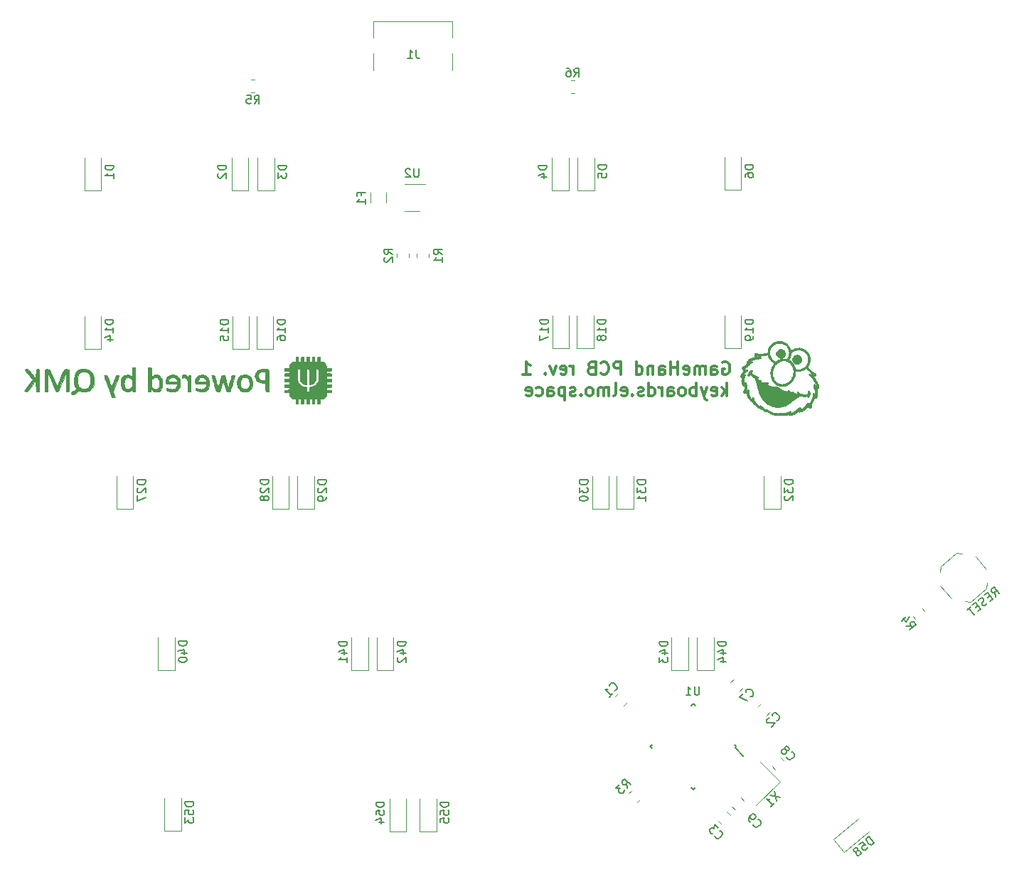
<source format=gbr>
%TF.GenerationSoftware,KiCad,Pcbnew,(5.1.9)-1*%
%TF.CreationDate,2021-07-10T10:23:15+02:00*%
%TF.ProjectId,GameHand,47616d65-4861-46e6-942e-6b696361645f,rev?*%
%TF.SameCoordinates,Original*%
%TF.FileFunction,Legend,Bot*%
%TF.FilePolarity,Positive*%
%FSLAX46Y46*%
G04 Gerber Fmt 4.6, Leading zero omitted, Abs format (unit mm)*
G04 Created by KiCad (PCBNEW (5.1.9)-1) date 2021-07-10 10:23:15*
%MOMM*%
%LPD*%
G01*
G04 APERTURE LIST*
%ADD10C,0.300000*%
%ADD11C,0.010000*%
%ADD12C,0.120000*%
%ADD13C,0.150000*%
G04 APERTURE END LIST*
D10*
X184539885Y-69882400D02*
X184682742Y-69810971D01*
X184897028Y-69810971D01*
X185111314Y-69882400D01*
X185254171Y-70025257D01*
X185325600Y-70168114D01*
X185397028Y-70453828D01*
X185397028Y-70668114D01*
X185325600Y-70953828D01*
X185254171Y-71096685D01*
X185111314Y-71239542D01*
X184897028Y-71310971D01*
X184754171Y-71310971D01*
X184539885Y-71239542D01*
X184468457Y-71168114D01*
X184468457Y-70668114D01*
X184754171Y-70668114D01*
X183182742Y-71310971D02*
X183182742Y-70525257D01*
X183254171Y-70382400D01*
X183397028Y-70310971D01*
X183682742Y-70310971D01*
X183825600Y-70382400D01*
X183182742Y-71239542D02*
X183325600Y-71310971D01*
X183682742Y-71310971D01*
X183825600Y-71239542D01*
X183897028Y-71096685D01*
X183897028Y-70953828D01*
X183825600Y-70810971D01*
X183682742Y-70739542D01*
X183325600Y-70739542D01*
X183182742Y-70668114D01*
X182468457Y-71310971D02*
X182468457Y-70310971D01*
X182468457Y-70453828D02*
X182397028Y-70382400D01*
X182254171Y-70310971D01*
X182039885Y-70310971D01*
X181897028Y-70382400D01*
X181825600Y-70525257D01*
X181825600Y-71310971D01*
X181825600Y-70525257D02*
X181754171Y-70382400D01*
X181611314Y-70310971D01*
X181397028Y-70310971D01*
X181254171Y-70382400D01*
X181182742Y-70525257D01*
X181182742Y-71310971D01*
X179897028Y-71239542D02*
X180039885Y-71310971D01*
X180325600Y-71310971D01*
X180468457Y-71239542D01*
X180539885Y-71096685D01*
X180539885Y-70525257D01*
X180468457Y-70382400D01*
X180325600Y-70310971D01*
X180039885Y-70310971D01*
X179897028Y-70382400D01*
X179825600Y-70525257D01*
X179825600Y-70668114D01*
X180539885Y-70810971D01*
X179182742Y-71310971D02*
X179182742Y-69810971D01*
X179182742Y-70525257D02*
X178325600Y-70525257D01*
X178325600Y-71310971D02*
X178325600Y-69810971D01*
X176968457Y-71310971D02*
X176968457Y-70525257D01*
X177039885Y-70382400D01*
X177182742Y-70310971D01*
X177468457Y-70310971D01*
X177611314Y-70382400D01*
X176968457Y-71239542D02*
X177111314Y-71310971D01*
X177468457Y-71310971D01*
X177611314Y-71239542D01*
X177682742Y-71096685D01*
X177682742Y-70953828D01*
X177611314Y-70810971D01*
X177468457Y-70739542D01*
X177111314Y-70739542D01*
X176968457Y-70668114D01*
X176254171Y-70310971D02*
X176254171Y-71310971D01*
X176254171Y-70453828D02*
X176182742Y-70382400D01*
X176039885Y-70310971D01*
X175825600Y-70310971D01*
X175682742Y-70382400D01*
X175611314Y-70525257D01*
X175611314Y-71310971D01*
X174254171Y-71310971D02*
X174254171Y-69810971D01*
X174254171Y-71239542D02*
X174397028Y-71310971D01*
X174682742Y-71310971D01*
X174825600Y-71239542D01*
X174897028Y-71168114D01*
X174968457Y-71025257D01*
X174968457Y-70596685D01*
X174897028Y-70453828D01*
X174825600Y-70382400D01*
X174682742Y-70310971D01*
X174397028Y-70310971D01*
X174254171Y-70382400D01*
X172397028Y-71310971D02*
X172397028Y-69810971D01*
X171825600Y-69810971D01*
X171682742Y-69882400D01*
X171611314Y-69953828D01*
X171539885Y-70096685D01*
X171539885Y-70310971D01*
X171611314Y-70453828D01*
X171682742Y-70525257D01*
X171825600Y-70596685D01*
X172397028Y-70596685D01*
X170039885Y-71168114D02*
X170111314Y-71239542D01*
X170325600Y-71310971D01*
X170468457Y-71310971D01*
X170682742Y-71239542D01*
X170825600Y-71096685D01*
X170897028Y-70953828D01*
X170968457Y-70668114D01*
X170968457Y-70453828D01*
X170897028Y-70168114D01*
X170825600Y-70025257D01*
X170682742Y-69882400D01*
X170468457Y-69810971D01*
X170325600Y-69810971D01*
X170111314Y-69882400D01*
X170039885Y-69953828D01*
X168897028Y-70525257D02*
X168682742Y-70596685D01*
X168611314Y-70668114D01*
X168539885Y-70810971D01*
X168539885Y-71025257D01*
X168611314Y-71168114D01*
X168682742Y-71239542D01*
X168825600Y-71310971D01*
X169397028Y-71310971D01*
X169397028Y-69810971D01*
X168897028Y-69810971D01*
X168754171Y-69882400D01*
X168682742Y-69953828D01*
X168611314Y-70096685D01*
X168611314Y-70239542D01*
X168682742Y-70382400D01*
X168754171Y-70453828D01*
X168897028Y-70525257D01*
X169397028Y-70525257D01*
X166754171Y-71310971D02*
X166754171Y-70310971D01*
X166754171Y-70596685D02*
X166682742Y-70453828D01*
X166611314Y-70382400D01*
X166468457Y-70310971D01*
X166325600Y-70310971D01*
X165254171Y-71239542D02*
X165397028Y-71310971D01*
X165682742Y-71310971D01*
X165825600Y-71239542D01*
X165897028Y-71096685D01*
X165897028Y-70525257D01*
X165825600Y-70382400D01*
X165682742Y-70310971D01*
X165397028Y-70310971D01*
X165254171Y-70382400D01*
X165182742Y-70525257D01*
X165182742Y-70668114D01*
X165897028Y-70810971D01*
X164682742Y-70310971D02*
X164325600Y-71310971D01*
X163968457Y-70310971D01*
X163397028Y-71168114D02*
X163325600Y-71239542D01*
X163397028Y-71310971D01*
X163468457Y-71239542D01*
X163397028Y-71168114D01*
X163397028Y-71310971D01*
X160754171Y-71310971D02*
X161611314Y-71310971D01*
X161182742Y-71310971D02*
X161182742Y-69810971D01*
X161325600Y-70025257D01*
X161468457Y-70168114D01*
X161611314Y-70239542D01*
X185004171Y-73860971D02*
X185004171Y-72360971D01*
X184861314Y-73289542D02*
X184432742Y-73860971D01*
X184432742Y-72860971D02*
X185004171Y-73432400D01*
X183218457Y-73789542D02*
X183361314Y-73860971D01*
X183647028Y-73860971D01*
X183789885Y-73789542D01*
X183861314Y-73646685D01*
X183861314Y-73075257D01*
X183789885Y-72932400D01*
X183647028Y-72860971D01*
X183361314Y-72860971D01*
X183218457Y-72932400D01*
X183147028Y-73075257D01*
X183147028Y-73218114D01*
X183861314Y-73360971D01*
X182647028Y-72860971D02*
X182289885Y-73860971D01*
X181932742Y-72860971D02*
X182289885Y-73860971D01*
X182432742Y-74218114D01*
X182504171Y-74289542D01*
X182647028Y-74360971D01*
X181361314Y-73860971D02*
X181361314Y-72360971D01*
X181361314Y-72932400D02*
X181218457Y-72860971D01*
X180932742Y-72860971D01*
X180789885Y-72932400D01*
X180718457Y-73003828D01*
X180647028Y-73146685D01*
X180647028Y-73575257D01*
X180718457Y-73718114D01*
X180789885Y-73789542D01*
X180932742Y-73860971D01*
X181218457Y-73860971D01*
X181361314Y-73789542D01*
X179789885Y-73860971D02*
X179932742Y-73789542D01*
X180004171Y-73718114D01*
X180075600Y-73575257D01*
X180075600Y-73146685D01*
X180004171Y-73003828D01*
X179932742Y-72932400D01*
X179789885Y-72860971D01*
X179575600Y-72860971D01*
X179432742Y-72932400D01*
X179361314Y-73003828D01*
X179289885Y-73146685D01*
X179289885Y-73575257D01*
X179361314Y-73718114D01*
X179432742Y-73789542D01*
X179575600Y-73860971D01*
X179789885Y-73860971D01*
X178004171Y-73860971D02*
X178004171Y-73075257D01*
X178075600Y-72932400D01*
X178218457Y-72860971D01*
X178504171Y-72860971D01*
X178647028Y-72932400D01*
X178004171Y-73789542D02*
X178147028Y-73860971D01*
X178504171Y-73860971D01*
X178647028Y-73789542D01*
X178718457Y-73646685D01*
X178718457Y-73503828D01*
X178647028Y-73360971D01*
X178504171Y-73289542D01*
X178147028Y-73289542D01*
X178004171Y-73218114D01*
X177289885Y-73860971D02*
X177289885Y-72860971D01*
X177289885Y-73146685D02*
X177218457Y-73003828D01*
X177147028Y-72932400D01*
X177004171Y-72860971D01*
X176861314Y-72860971D01*
X175718457Y-73860971D02*
X175718457Y-72360971D01*
X175718457Y-73789542D02*
X175861314Y-73860971D01*
X176147028Y-73860971D01*
X176289885Y-73789542D01*
X176361314Y-73718114D01*
X176432742Y-73575257D01*
X176432742Y-73146685D01*
X176361314Y-73003828D01*
X176289885Y-72932400D01*
X176147028Y-72860971D01*
X175861314Y-72860971D01*
X175718457Y-72932400D01*
X175075600Y-73789542D02*
X174932742Y-73860971D01*
X174647028Y-73860971D01*
X174504171Y-73789542D01*
X174432742Y-73646685D01*
X174432742Y-73575257D01*
X174504171Y-73432400D01*
X174647028Y-73360971D01*
X174861314Y-73360971D01*
X175004171Y-73289542D01*
X175075600Y-73146685D01*
X175075600Y-73075257D01*
X175004171Y-72932400D01*
X174861314Y-72860971D01*
X174647028Y-72860971D01*
X174504171Y-72932400D01*
X173789885Y-73718114D02*
X173718457Y-73789542D01*
X173789885Y-73860971D01*
X173861314Y-73789542D01*
X173789885Y-73718114D01*
X173789885Y-73860971D01*
X172504171Y-73789542D02*
X172647028Y-73860971D01*
X172932742Y-73860971D01*
X173075600Y-73789542D01*
X173147028Y-73646685D01*
X173147028Y-73075257D01*
X173075600Y-72932400D01*
X172932742Y-72860971D01*
X172647028Y-72860971D01*
X172504171Y-72932400D01*
X172432742Y-73075257D01*
X172432742Y-73218114D01*
X173147028Y-73360971D01*
X171575600Y-73860971D02*
X171718457Y-73789542D01*
X171789885Y-73646685D01*
X171789885Y-72360971D01*
X171004171Y-73860971D02*
X171004171Y-72860971D01*
X171004171Y-73003828D02*
X170932742Y-72932400D01*
X170789885Y-72860971D01*
X170575600Y-72860971D01*
X170432742Y-72932400D01*
X170361314Y-73075257D01*
X170361314Y-73860971D01*
X170361314Y-73075257D02*
X170289885Y-72932400D01*
X170147028Y-72860971D01*
X169932742Y-72860971D01*
X169789885Y-72932400D01*
X169718457Y-73075257D01*
X169718457Y-73860971D01*
X168789885Y-73860971D02*
X168932742Y-73789542D01*
X169004171Y-73718114D01*
X169075600Y-73575257D01*
X169075600Y-73146685D01*
X169004171Y-73003828D01*
X168932742Y-72932400D01*
X168789885Y-72860971D01*
X168575600Y-72860971D01*
X168432742Y-72932400D01*
X168361314Y-73003828D01*
X168289885Y-73146685D01*
X168289885Y-73575257D01*
X168361314Y-73718114D01*
X168432742Y-73789542D01*
X168575600Y-73860971D01*
X168789885Y-73860971D01*
X167647028Y-73718114D02*
X167575600Y-73789542D01*
X167647028Y-73860971D01*
X167718457Y-73789542D01*
X167647028Y-73718114D01*
X167647028Y-73860971D01*
X167004171Y-73789542D02*
X166861314Y-73860971D01*
X166575600Y-73860971D01*
X166432742Y-73789542D01*
X166361314Y-73646685D01*
X166361314Y-73575257D01*
X166432742Y-73432400D01*
X166575600Y-73360971D01*
X166789885Y-73360971D01*
X166932742Y-73289542D01*
X167004171Y-73146685D01*
X167004171Y-73075257D01*
X166932742Y-72932400D01*
X166789885Y-72860971D01*
X166575600Y-72860971D01*
X166432742Y-72932400D01*
X165718457Y-72860971D02*
X165718457Y-74360971D01*
X165718457Y-72932400D02*
X165575600Y-72860971D01*
X165289885Y-72860971D01*
X165147028Y-72932400D01*
X165075600Y-73003828D01*
X165004171Y-73146685D01*
X165004171Y-73575257D01*
X165075600Y-73718114D01*
X165147028Y-73789542D01*
X165289885Y-73860971D01*
X165575600Y-73860971D01*
X165718457Y-73789542D01*
X163718457Y-73860971D02*
X163718457Y-73075257D01*
X163789885Y-72932400D01*
X163932742Y-72860971D01*
X164218457Y-72860971D01*
X164361314Y-72932400D01*
X163718457Y-73789542D02*
X163861314Y-73860971D01*
X164218457Y-73860971D01*
X164361314Y-73789542D01*
X164432742Y-73646685D01*
X164432742Y-73503828D01*
X164361314Y-73360971D01*
X164218457Y-73289542D01*
X163861314Y-73289542D01*
X163718457Y-73218114D01*
X162361314Y-73789542D02*
X162504171Y-73860971D01*
X162789885Y-73860971D01*
X162932742Y-73789542D01*
X163004171Y-73718114D01*
X163075600Y-73575257D01*
X163075600Y-73146685D01*
X163004171Y-73003828D01*
X162932742Y-72932400D01*
X162789885Y-72860971D01*
X162504171Y-72860971D01*
X162361314Y-72932400D01*
X161147028Y-73789542D02*
X161289885Y-73860971D01*
X161575600Y-73860971D01*
X161718457Y-73789542D01*
X161789885Y-73646685D01*
X161789885Y-73075257D01*
X161718457Y-72932400D01*
X161575600Y-72860971D01*
X161289885Y-72860971D01*
X161147028Y-72932400D01*
X161075600Y-73075257D01*
X161075600Y-73218114D01*
X161789885Y-73360971D01*
D11*
%TO.C,G\u002A\u002A\u002A*%
G36*
X191324388Y-68306040D02*
G01*
X191234974Y-68334595D01*
X191206249Y-68347479D01*
X191092301Y-68419342D01*
X191001334Y-68516019D01*
X190933641Y-68637179D01*
X190921563Y-68668013D01*
X190898827Y-68733504D01*
X190887285Y-68780745D01*
X190885494Y-68822906D01*
X190892010Y-68873158D01*
X190896414Y-68897384D01*
X190936798Y-69036588D01*
X191000952Y-69153111D01*
X191087809Y-69245608D01*
X191196303Y-69312739D01*
X191240232Y-69330360D01*
X191334914Y-69354421D01*
X191437843Y-69365630D01*
X191536123Y-69363421D01*
X191616860Y-69347226D01*
X191617600Y-69346969D01*
X191693317Y-69309006D01*
X191772252Y-69250603D01*
X191844718Y-69180657D01*
X191901029Y-69108064D01*
X191923387Y-69066094D01*
X191943903Y-68994878D01*
X191956921Y-68905207D01*
X191961513Y-68811052D01*
X191956749Y-68726382D01*
X191948736Y-68684939D01*
X191905839Y-68586831D01*
X191837228Y-68493835D01*
X191750320Y-68412570D01*
X191652534Y-68349655D01*
X191551288Y-68311708D01*
X191524759Y-68306665D01*
X191416489Y-68297306D01*
X191324388Y-68306040D01*
G37*
X191324388Y-68306040D02*
X191234974Y-68334595D01*
X191206249Y-68347479D01*
X191092301Y-68419342D01*
X191001334Y-68516019D01*
X190933641Y-68637179D01*
X190921563Y-68668013D01*
X190898827Y-68733504D01*
X190887285Y-68780745D01*
X190885494Y-68822906D01*
X190892010Y-68873158D01*
X190896414Y-68897384D01*
X190936798Y-69036588D01*
X191000952Y-69153111D01*
X191087809Y-69245608D01*
X191196303Y-69312739D01*
X191240232Y-69330360D01*
X191334914Y-69354421D01*
X191437843Y-69365630D01*
X191536123Y-69363421D01*
X191616860Y-69347226D01*
X191617600Y-69346969D01*
X191693317Y-69309006D01*
X191772252Y-69250603D01*
X191844718Y-69180657D01*
X191901029Y-69108064D01*
X191923387Y-69066094D01*
X191943903Y-68994878D01*
X191956921Y-68905207D01*
X191961513Y-68811052D01*
X191956749Y-68726382D01*
X191948736Y-68684939D01*
X191905839Y-68586831D01*
X191837228Y-68493835D01*
X191750320Y-68412570D01*
X191652534Y-68349655D01*
X191551288Y-68311708D01*
X191524759Y-68306665D01*
X191416489Y-68297306D01*
X191324388Y-68306040D01*
G36*
X193311123Y-68987694D02*
G01*
X193201597Y-69015356D01*
X193094718Y-69067048D01*
X193005826Y-69133560D01*
X192934723Y-69214535D01*
X192882724Y-69312327D01*
X192846997Y-69432971D01*
X192835447Y-69496497D01*
X192835874Y-69599440D01*
X192865399Y-69704791D01*
X192920254Y-69806793D01*
X192996672Y-69899686D01*
X193090883Y-69977711D01*
X193183716Y-70028727D01*
X193232626Y-70041712D01*
X193302404Y-70050473D01*
X193381458Y-70054641D01*
X193458197Y-70053848D01*
X193521029Y-70047723D01*
X193549778Y-70040373D01*
X193588329Y-70021244D01*
X193638293Y-69991619D01*
X193691725Y-69956891D01*
X193740675Y-69922453D01*
X193777197Y-69893701D01*
X193793343Y-69876026D01*
X193793534Y-69874948D01*
X193802278Y-69855004D01*
X193824363Y-69818265D01*
X193836887Y-69799307D01*
X193885714Y-69697304D01*
X193906520Y-69576889D01*
X193899181Y-69438855D01*
X193896283Y-69420428D01*
X193880118Y-69342700D01*
X193857790Y-69281456D01*
X193823447Y-69226173D01*
X193771235Y-69166327D01*
X193734267Y-69129111D01*
X193643994Y-69062324D01*
X193529626Y-69013339D01*
X193414464Y-68987226D01*
X193311123Y-68987694D01*
G37*
X193311123Y-68987694D02*
X193201597Y-69015356D01*
X193094718Y-69067048D01*
X193005826Y-69133560D01*
X192934723Y-69214535D01*
X192882724Y-69312327D01*
X192846997Y-69432971D01*
X192835447Y-69496497D01*
X192835874Y-69599440D01*
X192865399Y-69704791D01*
X192920254Y-69806793D01*
X192996672Y-69899686D01*
X193090883Y-69977711D01*
X193183716Y-70028727D01*
X193232626Y-70041712D01*
X193302404Y-70050473D01*
X193381458Y-70054641D01*
X193458197Y-70053848D01*
X193521029Y-70047723D01*
X193549778Y-70040373D01*
X193588329Y-70021244D01*
X193638293Y-69991619D01*
X193691725Y-69956891D01*
X193740675Y-69922453D01*
X193777197Y-69893701D01*
X193793343Y-69876026D01*
X193793534Y-69874948D01*
X193802278Y-69855004D01*
X193824363Y-69818265D01*
X193836887Y-69799307D01*
X193885714Y-69697304D01*
X193906520Y-69576889D01*
X193899181Y-69438855D01*
X193896283Y-69420428D01*
X193880118Y-69342700D01*
X193857790Y-69281456D01*
X193823447Y-69226173D01*
X193771235Y-69166327D01*
X193734267Y-69129111D01*
X193643994Y-69062324D01*
X193529626Y-69013339D01*
X193414464Y-68987226D01*
X193311123Y-68987694D01*
G36*
X187862502Y-70805168D02*
G01*
X187797624Y-70845071D01*
X187736308Y-70912690D01*
X187640174Y-71051146D01*
X187571833Y-71174591D01*
X187530159Y-71285632D01*
X187514023Y-71386882D01*
X187514525Y-71426137D01*
X187526971Y-71492675D01*
X187551507Y-71528775D01*
X187584918Y-71534210D01*
X187623986Y-71508751D01*
X187665493Y-71452171D01*
X187673638Y-71437416D01*
X187706308Y-71380092D01*
X187741446Y-71324693D01*
X187748967Y-71313844D01*
X187787757Y-71259367D01*
X187823055Y-71308217D01*
X187906399Y-71409991D01*
X188007544Y-71507085D01*
X188108666Y-71588189D01*
X188166179Y-71630618D01*
X188213661Y-71664102D01*
X188244633Y-71684156D01*
X188252599Y-71687875D01*
X188284032Y-71703477D01*
X188322159Y-71741908D01*
X188361169Y-71794524D01*
X188395252Y-71852679D01*
X188418601Y-71907729D01*
X188425667Y-71945417D01*
X188436147Y-71978153D01*
X188441016Y-71984446D01*
X188453465Y-72009267D01*
X188472306Y-72061895D01*
X188496120Y-72137183D01*
X188523487Y-72229986D01*
X188552987Y-72335157D01*
X188583201Y-72447549D01*
X188612710Y-72562016D01*
X188640094Y-72673412D01*
X188663933Y-72776591D01*
X188678981Y-72847200D01*
X188692146Y-72905870D01*
X188705050Y-72953344D01*
X188712876Y-72974755D01*
X188725367Y-73008787D01*
X188737640Y-73056133D01*
X188738333Y-73059422D01*
X188754472Y-73129523D01*
X188775592Y-73210765D01*
X188798725Y-73292732D01*
X188820904Y-73365009D01*
X188839164Y-73417178D01*
X188842608Y-73425492D01*
X188858884Y-73471900D01*
X188865926Y-73510167D01*
X188865934Y-73511005D01*
X188873196Y-73546439D01*
X188880822Y-73559246D01*
X188894934Y-73584703D01*
X188911836Y-73628412D01*
X188916575Y-73643066D01*
X188945852Y-73721561D01*
X188989989Y-73819336D01*
X189044459Y-73927902D01*
X189104736Y-74038770D01*
X189166294Y-74143449D01*
X189224607Y-74233452D01*
X189250607Y-74269599D01*
X189407577Y-74459169D01*
X189574870Y-74622969D01*
X189757152Y-74764314D01*
X189959084Y-74886517D01*
X190185330Y-74992891D01*
X190364534Y-75061061D01*
X190540259Y-75115601D01*
X190718976Y-75158438D01*
X190893713Y-75188533D01*
X191057500Y-75204849D01*
X191203369Y-75206347D01*
X191287400Y-75198573D01*
X191324827Y-75193134D01*
X191383576Y-75184652D01*
X191451449Y-75174889D01*
X191456734Y-75174131D01*
X191564358Y-75154168D01*
X191682695Y-75124868D01*
X191798680Y-75089950D01*
X191899251Y-75053136D01*
X191932226Y-75038717D01*
X192088768Y-74963316D01*
X192219364Y-74895418D01*
X192278001Y-74862409D01*
X192335972Y-74826229D01*
X192414841Y-74773649D01*
X192508673Y-74708934D01*
X192611533Y-74636346D01*
X192717485Y-74560148D01*
X192820595Y-74484604D01*
X192914927Y-74413978D01*
X192994547Y-74352532D01*
X193047339Y-74309768D01*
X193087338Y-74277391D01*
X193141474Y-74235286D01*
X193203839Y-74187842D01*
X193268523Y-74139447D01*
X193329618Y-74094488D01*
X193381214Y-74057355D01*
X193417403Y-74032435D01*
X193432056Y-74024066D01*
X193451610Y-74014828D01*
X193486086Y-73991929D01*
X193495602Y-73984961D01*
X193538399Y-73956641D01*
X193597947Y-73921634D01*
X193654318Y-73891214D01*
X193760636Y-73836573D01*
X193882918Y-73882077D01*
X193958217Y-73906945D01*
X194036416Y-73927794D01*
X194098334Y-73939746D01*
X194213859Y-73942644D01*
X194339784Y-73925684D01*
X194461354Y-73891682D01*
X194544838Y-73854499D01*
X194643054Y-73800597D01*
X194631628Y-73892053D01*
X194626811Y-73949542D01*
X194631359Y-73984036D01*
X194646666Y-74005456D01*
X194647711Y-74006340D01*
X194685373Y-74018680D01*
X194728232Y-74000467D01*
X194773875Y-73954147D01*
X194819892Y-73882168D01*
X194863862Y-73786999D01*
X194881996Y-73718633D01*
X194892147Y-73632242D01*
X194894320Y-73539013D01*
X194888519Y-73450131D01*
X194874748Y-73376783D01*
X194863687Y-73346929D01*
X194823615Y-73291405D01*
X194772793Y-73258785D01*
X194719065Y-73253181D01*
X194697548Y-73259859D01*
X194675495Y-73273793D01*
X194662976Y-73295346D01*
X194659110Y-73331211D01*
X194663017Y-73388078D01*
X194671639Y-73456799D01*
X194676937Y-73508626D01*
X194672552Y-73539231D01*
X194655227Y-73560644D01*
X194640522Y-73571786D01*
X194564721Y-73617296D01*
X194474615Y-73659168D01*
X194386185Y-73690450D01*
X194344624Y-73700517D01*
X194278584Y-73706688D01*
X194199808Y-73705193D01*
X194120610Y-73697166D01*
X194053307Y-73683738D01*
X194017324Y-73670423D01*
X193973550Y-73654971D01*
X193947092Y-73651533D01*
X193905522Y-73642631D01*
X193843085Y-73618289D01*
X193766956Y-73582052D01*
X193684314Y-73537463D01*
X193602336Y-73488067D01*
X193561689Y-73461203D01*
X193503112Y-73423990D01*
X193452019Y-73396801D01*
X193416737Y-73383878D01*
X193409289Y-73383574D01*
X193379654Y-73402260D01*
X193374376Y-73439155D01*
X193392891Y-73489539D01*
X193428171Y-73540990D01*
X193461201Y-73582685D01*
X193483199Y-73613107D01*
X193488734Y-73623404D01*
X193474195Y-73634597D01*
X193440100Y-73642563D01*
X193400726Y-73645501D01*
X193370354Y-73641614D01*
X193365274Y-73638957D01*
X193339608Y-73625618D01*
X193292248Y-73605779D01*
X193235127Y-73584350D01*
X193169252Y-73555697D01*
X193090808Y-73513937D01*
X193013946Y-73466771D01*
X192993456Y-73452820D01*
X192916862Y-73402633D01*
X192862772Y-73375879D01*
X192829424Y-73372365D01*
X192815056Y-73391901D01*
X192817787Y-73433700D01*
X192836660Y-73480038D01*
X192870117Y-73528431D01*
X192878924Y-73538055D01*
X192908441Y-73570951D01*
X192923006Y-73592656D01*
X192923134Y-73596244D01*
X192904647Y-73594040D01*
X192867591Y-73579356D01*
X192822309Y-73557350D01*
X192779144Y-73533179D01*
X192748438Y-73512002D01*
X192742456Y-73506140D01*
X192718027Y-73485662D01*
X192707217Y-73482199D01*
X192688173Y-73471730D01*
X192650317Y-73443812D01*
X192599984Y-73403679D01*
X192543511Y-73356566D01*
X192487232Y-73307705D01*
X192437485Y-73262332D01*
X192416398Y-73241951D01*
X192380239Y-73208685D01*
X192352958Y-73196601D01*
X192320413Y-73202045D01*
X192296036Y-73210847D01*
X192263133Y-73232729D01*
X192252729Y-73271253D01*
X192252600Y-73278580D01*
X192252600Y-73329799D01*
X192137625Y-73329799D01*
X192007255Y-73319523D01*
X191879167Y-73290855D01*
X191767243Y-73247037D01*
X191754546Y-73240365D01*
X191700835Y-73208737D01*
X191628270Y-73162818D01*
X191545333Y-73108307D01*
X191460505Y-73050903D01*
X191382270Y-72996305D01*
X191319110Y-72950214D01*
X191295867Y-72932167D01*
X191207774Y-72878012D01*
X191095184Y-72834573D01*
X190966413Y-72804173D01*
X190829772Y-72789137D01*
X190779800Y-72787933D01*
X190684323Y-72784830D01*
X190581324Y-72776268D01*
X190477427Y-72763369D01*
X190379260Y-72747254D01*
X190293448Y-72729047D01*
X190226617Y-72709867D01*
X190185392Y-72690837D01*
X190180021Y-72686393D01*
X190149805Y-72671933D01*
X190129948Y-72669400D01*
X190093983Y-72661365D01*
X190037873Y-72639951D01*
X189970518Y-72609193D01*
X189900819Y-72573126D01*
X189843834Y-72539706D01*
X189801154Y-72507952D01*
X189781216Y-72482654D01*
X189786632Y-72468105D01*
X189799064Y-72466200D01*
X189829217Y-72454623D01*
X189869223Y-72425900D01*
X189909198Y-72389043D01*
X189939259Y-72353064D01*
X189949667Y-72328891D01*
X189944251Y-72307477D01*
X189925669Y-72290723D01*
X189890422Y-72278025D01*
X189835011Y-72268781D01*
X189755938Y-72262387D01*
X189649701Y-72258239D01*
X189526334Y-72255907D01*
X189403196Y-72253716D01*
X189307987Y-72250465D01*
X189234775Y-72245651D01*
X189177627Y-72238767D01*
X189130611Y-72229309D01*
X189095270Y-72219220D01*
X189042235Y-72201555D01*
X189018190Y-72190747D01*
X189019663Y-72183998D01*
X189043183Y-72178513D01*
X189044470Y-72178291D01*
X189082520Y-72164511D01*
X189098245Y-72133866D01*
X189099991Y-72122195D01*
X189100128Y-72086028D01*
X189087506Y-72057879D01*
X189056929Y-72033290D01*
X189003203Y-72007805D01*
X188937627Y-71982894D01*
X188849337Y-71949268D01*
X188784311Y-71919575D01*
X188733161Y-71888755D01*
X188686499Y-71851746D01*
X188674677Y-71841155D01*
X188627354Y-71798013D01*
X188683144Y-71779335D01*
X188725784Y-71756927D01*
X188743269Y-71722687D01*
X188744211Y-71716333D01*
X188739313Y-71658120D01*
X188706782Y-71615509D01*
X188651552Y-71587338D01*
X188475457Y-71517606D01*
X188318754Y-71441375D01*
X188185310Y-71360908D01*
X188078990Y-71278465D01*
X188020721Y-71218329D01*
X187975109Y-71154823D01*
X187956718Y-71104750D01*
X187964446Y-71062972D01*
X187982202Y-71038629D01*
X188016613Y-70990142D01*
X188042807Y-70932658D01*
X188053134Y-70883212D01*
X188039866Y-70860514D01*
X188006814Y-70832167D01*
X187994688Y-70824174D01*
X187927811Y-70798332D01*
X187862502Y-70805168D01*
G37*
X187862502Y-70805168D02*
X187797624Y-70845071D01*
X187736308Y-70912690D01*
X187640174Y-71051146D01*
X187571833Y-71174591D01*
X187530159Y-71285632D01*
X187514023Y-71386882D01*
X187514525Y-71426137D01*
X187526971Y-71492675D01*
X187551507Y-71528775D01*
X187584918Y-71534210D01*
X187623986Y-71508751D01*
X187665493Y-71452171D01*
X187673638Y-71437416D01*
X187706308Y-71380092D01*
X187741446Y-71324693D01*
X187748967Y-71313844D01*
X187787757Y-71259367D01*
X187823055Y-71308217D01*
X187906399Y-71409991D01*
X188007544Y-71507085D01*
X188108666Y-71588189D01*
X188166179Y-71630618D01*
X188213661Y-71664102D01*
X188244633Y-71684156D01*
X188252599Y-71687875D01*
X188284032Y-71703477D01*
X188322159Y-71741908D01*
X188361169Y-71794524D01*
X188395252Y-71852679D01*
X188418601Y-71907729D01*
X188425667Y-71945417D01*
X188436147Y-71978153D01*
X188441016Y-71984446D01*
X188453465Y-72009267D01*
X188472306Y-72061895D01*
X188496120Y-72137183D01*
X188523487Y-72229986D01*
X188552987Y-72335157D01*
X188583201Y-72447549D01*
X188612710Y-72562016D01*
X188640094Y-72673412D01*
X188663933Y-72776591D01*
X188678981Y-72847200D01*
X188692146Y-72905870D01*
X188705050Y-72953344D01*
X188712876Y-72974755D01*
X188725367Y-73008787D01*
X188737640Y-73056133D01*
X188738333Y-73059422D01*
X188754472Y-73129523D01*
X188775592Y-73210765D01*
X188798725Y-73292732D01*
X188820904Y-73365009D01*
X188839164Y-73417178D01*
X188842608Y-73425492D01*
X188858884Y-73471900D01*
X188865926Y-73510167D01*
X188865934Y-73511005D01*
X188873196Y-73546439D01*
X188880822Y-73559246D01*
X188894934Y-73584703D01*
X188911836Y-73628412D01*
X188916575Y-73643066D01*
X188945852Y-73721561D01*
X188989989Y-73819336D01*
X189044459Y-73927902D01*
X189104736Y-74038770D01*
X189166294Y-74143449D01*
X189224607Y-74233452D01*
X189250607Y-74269599D01*
X189407577Y-74459169D01*
X189574870Y-74622969D01*
X189757152Y-74764314D01*
X189959084Y-74886517D01*
X190185330Y-74992891D01*
X190364534Y-75061061D01*
X190540259Y-75115601D01*
X190718976Y-75158438D01*
X190893713Y-75188533D01*
X191057500Y-75204849D01*
X191203369Y-75206347D01*
X191287400Y-75198573D01*
X191324827Y-75193134D01*
X191383576Y-75184652D01*
X191451449Y-75174889D01*
X191456734Y-75174131D01*
X191564358Y-75154168D01*
X191682695Y-75124868D01*
X191798680Y-75089950D01*
X191899251Y-75053136D01*
X191932226Y-75038717D01*
X192088768Y-74963316D01*
X192219364Y-74895418D01*
X192278001Y-74862409D01*
X192335972Y-74826229D01*
X192414841Y-74773649D01*
X192508673Y-74708934D01*
X192611533Y-74636346D01*
X192717485Y-74560148D01*
X192820595Y-74484604D01*
X192914927Y-74413978D01*
X192994547Y-74352532D01*
X193047339Y-74309768D01*
X193087338Y-74277391D01*
X193141474Y-74235286D01*
X193203839Y-74187842D01*
X193268523Y-74139447D01*
X193329618Y-74094488D01*
X193381214Y-74057355D01*
X193417403Y-74032435D01*
X193432056Y-74024066D01*
X193451610Y-74014828D01*
X193486086Y-73991929D01*
X193495602Y-73984961D01*
X193538399Y-73956641D01*
X193597947Y-73921634D01*
X193654318Y-73891214D01*
X193760636Y-73836573D01*
X193882918Y-73882077D01*
X193958217Y-73906945D01*
X194036416Y-73927794D01*
X194098334Y-73939746D01*
X194213859Y-73942644D01*
X194339784Y-73925684D01*
X194461354Y-73891682D01*
X194544838Y-73854499D01*
X194643054Y-73800597D01*
X194631628Y-73892053D01*
X194626811Y-73949542D01*
X194631359Y-73984036D01*
X194646666Y-74005456D01*
X194647711Y-74006340D01*
X194685373Y-74018680D01*
X194728232Y-74000467D01*
X194773875Y-73954147D01*
X194819892Y-73882168D01*
X194863862Y-73786999D01*
X194881996Y-73718633D01*
X194892147Y-73632242D01*
X194894320Y-73539013D01*
X194888519Y-73450131D01*
X194874748Y-73376783D01*
X194863687Y-73346929D01*
X194823615Y-73291405D01*
X194772793Y-73258785D01*
X194719065Y-73253181D01*
X194697548Y-73259859D01*
X194675495Y-73273793D01*
X194662976Y-73295346D01*
X194659110Y-73331211D01*
X194663017Y-73388078D01*
X194671639Y-73456799D01*
X194676937Y-73508626D01*
X194672552Y-73539231D01*
X194655227Y-73560644D01*
X194640522Y-73571786D01*
X194564721Y-73617296D01*
X194474615Y-73659168D01*
X194386185Y-73690450D01*
X194344624Y-73700517D01*
X194278584Y-73706688D01*
X194199808Y-73705193D01*
X194120610Y-73697166D01*
X194053307Y-73683738D01*
X194017324Y-73670423D01*
X193973550Y-73654971D01*
X193947092Y-73651533D01*
X193905522Y-73642631D01*
X193843085Y-73618289D01*
X193766956Y-73582052D01*
X193684314Y-73537463D01*
X193602336Y-73488067D01*
X193561689Y-73461203D01*
X193503112Y-73423990D01*
X193452019Y-73396801D01*
X193416737Y-73383878D01*
X193409289Y-73383574D01*
X193379654Y-73402260D01*
X193374376Y-73439155D01*
X193392891Y-73489539D01*
X193428171Y-73540990D01*
X193461201Y-73582685D01*
X193483199Y-73613107D01*
X193488734Y-73623404D01*
X193474195Y-73634597D01*
X193440100Y-73642563D01*
X193400726Y-73645501D01*
X193370354Y-73641614D01*
X193365274Y-73638957D01*
X193339608Y-73625618D01*
X193292248Y-73605779D01*
X193235127Y-73584350D01*
X193169252Y-73555697D01*
X193090808Y-73513937D01*
X193013946Y-73466771D01*
X192993456Y-73452820D01*
X192916862Y-73402633D01*
X192862772Y-73375879D01*
X192829424Y-73372365D01*
X192815056Y-73391901D01*
X192817787Y-73433700D01*
X192836660Y-73480038D01*
X192870117Y-73528431D01*
X192878924Y-73538055D01*
X192908441Y-73570951D01*
X192923006Y-73592656D01*
X192923134Y-73596244D01*
X192904647Y-73594040D01*
X192867591Y-73579356D01*
X192822309Y-73557350D01*
X192779144Y-73533179D01*
X192748438Y-73512002D01*
X192742456Y-73506140D01*
X192718027Y-73485662D01*
X192707217Y-73482199D01*
X192688173Y-73471730D01*
X192650317Y-73443812D01*
X192599984Y-73403679D01*
X192543511Y-73356566D01*
X192487232Y-73307705D01*
X192437485Y-73262332D01*
X192416398Y-73241951D01*
X192380239Y-73208685D01*
X192352958Y-73196601D01*
X192320413Y-73202045D01*
X192296036Y-73210847D01*
X192263133Y-73232729D01*
X192252729Y-73271253D01*
X192252600Y-73278580D01*
X192252600Y-73329799D01*
X192137625Y-73329799D01*
X192007255Y-73319523D01*
X191879167Y-73290855D01*
X191767243Y-73247037D01*
X191754546Y-73240365D01*
X191700835Y-73208737D01*
X191628270Y-73162818D01*
X191545333Y-73108307D01*
X191460505Y-73050903D01*
X191382270Y-72996305D01*
X191319110Y-72950214D01*
X191295867Y-72932167D01*
X191207774Y-72878012D01*
X191095184Y-72834573D01*
X190966413Y-72804173D01*
X190829772Y-72789137D01*
X190779800Y-72787933D01*
X190684323Y-72784830D01*
X190581324Y-72776268D01*
X190477427Y-72763369D01*
X190379260Y-72747254D01*
X190293448Y-72729047D01*
X190226617Y-72709867D01*
X190185392Y-72690837D01*
X190180021Y-72686393D01*
X190149805Y-72671933D01*
X190129948Y-72669400D01*
X190093983Y-72661365D01*
X190037873Y-72639951D01*
X189970518Y-72609193D01*
X189900819Y-72573126D01*
X189843834Y-72539706D01*
X189801154Y-72507952D01*
X189781216Y-72482654D01*
X189786632Y-72468105D01*
X189799064Y-72466200D01*
X189829217Y-72454623D01*
X189869223Y-72425900D01*
X189909198Y-72389043D01*
X189939259Y-72353064D01*
X189949667Y-72328891D01*
X189944251Y-72307477D01*
X189925669Y-72290723D01*
X189890422Y-72278025D01*
X189835011Y-72268781D01*
X189755938Y-72262387D01*
X189649701Y-72258239D01*
X189526334Y-72255907D01*
X189403196Y-72253716D01*
X189307987Y-72250465D01*
X189234775Y-72245651D01*
X189177627Y-72238767D01*
X189130611Y-72229309D01*
X189095270Y-72219220D01*
X189042235Y-72201555D01*
X189018190Y-72190747D01*
X189019663Y-72183998D01*
X189043183Y-72178513D01*
X189044470Y-72178291D01*
X189082520Y-72164511D01*
X189098245Y-72133866D01*
X189099991Y-72122195D01*
X189100128Y-72086028D01*
X189087506Y-72057879D01*
X189056929Y-72033290D01*
X189003203Y-72007805D01*
X188937627Y-71982894D01*
X188849337Y-71949268D01*
X188784311Y-71919575D01*
X188733161Y-71888755D01*
X188686499Y-71851746D01*
X188674677Y-71841155D01*
X188627354Y-71798013D01*
X188683144Y-71779335D01*
X188725784Y-71756927D01*
X188743269Y-71722687D01*
X188744211Y-71716333D01*
X188739313Y-71658120D01*
X188706782Y-71615509D01*
X188651552Y-71587338D01*
X188475457Y-71517606D01*
X188318754Y-71441375D01*
X188185310Y-71360908D01*
X188078990Y-71278465D01*
X188020721Y-71218329D01*
X187975109Y-71154823D01*
X187956718Y-71104750D01*
X187964446Y-71062972D01*
X187982202Y-71038629D01*
X188016613Y-70990142D01*
X188042807Y-70932658D01*
X188053134Y-70883212D01*
X188039866Y-70860514D01*
X188006814Y-70832167D01*
X187994688Y-70824174D01*
X187927811Y-70798332D01*
X187862502Y-70805168D01*
G36*
X191039730Y-67359099D02*
G01*
X190922690Y-67385195D01*
X190918782Y-67386467D01*
X190849110Y-67410618D01*
X190781646Y-67435883D01*
X190737067Y-67454192D01*
X190683881Y-67476380D01*
X190636218Y-67493968D01*
X190627000Y-67496891D01*
X190592565Y-67510924D01*
X190551057Y-67536154D01*
X190496508Y-67576645D01*
X190427139Y-67632974D01*
X190381336Y-67669871D01*
X190340284Y-67701034D01*
X190328725Y-67709174D01*
X190299516Y-67735184D01*
X190257035Y-67780468D01*
X190208073Y-67837016D01*
X190159420Y-67896818D01*
X190117868Y-67951863D01*
X190097428Y-67982019D01*
X190011992Y-68143309D01*
X189945446Y-68321336D01*
X189901984Y-68503487D01*
X189888700Y-68609900D01*
X189883332Y-68679941D01*
X189876000Y-68725578D01*
X189860344Y-68752771D01*
X189830003Y-68767483D01*
X189778616Y-68775676D01*
X189704134Y-68782888D01*
X189615719Y-68792706D01*
X189513492Y-68805894D01*
X189407081Y-68821028D01*
X189306116Y-68836682D01*
X189220226Y-68851431D01*
X189162267Y-68863097D01*
X189027432Y-68879152D01*
X188877703Y-68870112D01*
X188736125Y-68840782D01*
X188664629Y-68821474D01*
X188597955Y-68804074D01*
X188549057Y-68791953D01*
X188544201Y-68790831D01*
X188493093Y-68778369D01*
X188450804Y-68766709D01*
X188449432Y-68766285D01*
X188416837Y-68766754D01*
X188379020Y-68791188D01*
X188360532Y-68808607D01*
X188324179Y-68852928D01*
X188307792Y-68900222D01*
X188304170Y-68941135D01*
X188303653Y-69044459D01*
X188311624Y-69120926D01*
X188329017Y-69176695D01*
X188343724Y-69201892D01*
X188364630Y-69233393D01*
X188372187Y-69249261D01*
X188371787Y-69249675D01*
X188354192Y-69254194D01*
X188311434Y-69265652D01*
X188251011Y-69282030D01*
X188214001Y-69292122D01*
X188131253Y-69314646D01*
X188046636Y-69337542D01*
X187975320Y-69356708D01*
X187960000Y-69360794D01*
X187901722Y-69378500D01*
X187854587Y-69396744D01*
X187833000Y-69408691D01*
X187800281Y-69428660D01*
X187754018Y-69449783D01*
X187748334Y-69451984D01*
X187668734Y-69491697D01*
X187589533Y-69547986D01*
X187515493Y-69615373D01*
X187451373Y-69688379D01*
X187401936Y-69761524D01*
X187371942Y-69829329D01*
X187366152Y-69886315D01*
X187367005Y-69890836D01*
X187382794Y-69933804D01*
X187402289Y-69960970D01*
X187422949Y-69984884D01*
X187426601Y-69995409D01*
X187415158Y-70012357D01*
X187384184Y-70047179D01*
X187338708Y-70094432D01*
X187295367Y-70137429D01*
X187233897Y-70195916D01*
X187186157Y-70236091D01*
X187142415Y-70264068D01*
X187092943Y-70285962D01*
X187028010Y-70307887D01*
X187020200Y-70310345D01*
X186941386Y-70338565D01*
X186878295Y-70367952D01*
X186839406Y-70394527D01*
X186838167Y-70395797D01*
X186807324Y-70451525D01*
X186801442Y-70520945D01*
X186821061Y-70594284D01*
X186826580Y-70605686D01*
X186859295Y-70659996D01*
X186903692Y-70722586D01*
X186951243Y-70782346D01*
X186993416Y-70828169D01*
X187006134Y-70839516D01*
X187022767Y-70854485D01*
X187027731Y-70868771D01*
X187017982Y-70888558D01*
X186990473Y-70920027D01*
X186942190Y-70969333D01*
X186846495Y-71079579D01*
X186765549Y-71199827D01*
X186703482Y-71322486D01*
X186664421Y-71439965D01*
X186654345Y-71498603D01*
X186655412Y-71578092D01*
X186679006Y-71633805D01*
X186726731Y-71668595D01*
X186755043Y-71677827D01*
X186796403Y-71691198D01*
X186811476Y-71707590D01*
X186809236Y-71728627D01*
X186781139Y-71831849D01*
X186763025Y-71914035D01*
X186753060Y-71985888D01*
X186749409Y-72058109D01*
X186749267Y-72078346D01*
X186757232Y-72193599D01*
X186779437Y-72302338D01*
X186813348Y-72394154D01*
X186835668Y-72433084D01*
X186858738Y-72472360D01*
X186887387Y-72528578D01*
X186907599Y-72572158D01*
X186935180Y-72628457D01*
X186962739Y-72661445D01*
X187001145Y-72679007D01*
X187061268Y-72689027D01*
X187070123Y-72690059D01*
X187091576Y-72694772D01*
X187104549Y-72707814D01*
X187111805Y-72736669D01*
X187116110Y-72788819D01*
X187117667Y-72818720D01*
X187115488Y-72914654D01*
X187101199Y-73007451D01*
X187077055Y-73087027D01*
X187045306Y-73143300D01*
X187045109Y-73143533D01*
X187010510Y-73192760D01*
X186977277Y-73253734D01*
X186950946Y-73314673D01*
X186937054Y-73363797D01*
X186936143Y-73375392D01*
X186952688Y-73434351D01*
X186996306Y-73486631D01*
X187060316Y-73528303D01*
X187138036Y-73555443D01*
X187222786Y-73564124D01*
X187253671Y-73561982D01*
X187306767Y-73555170D01*
X187347794Y-73548988D01*
X187358557Y-73546937D01*
X187375081Y-73554914D01*
X187389433Y-73589666D01*
X187401184Y-73643066D01*
X187412666Y-73701674D01*
X187423289Y-73748929D01*
X187429257Y-73770066D01*
X187440208Y-73801901D01*
X187455647Y-73849511D01*
X187459963Y-73863199D01*
X187500661Y-73968804D01*
X187558113Y-74085721D01*
X187625262Y-74201182D01*
X187695050Y-74302416D01*
X187719845Y-74333375D01*
X187771383Y-74388349D01*
X187833958Y-74446033D01*
X187899532Y-74499913D01*
X187960071Y-74543474D01*
X188007537Y-74570204D01*
X188015890Y-74573328D01*
X188043654Y-74592726D01*
X188080237Y-74631824D01*
X188110921Y-74672550D01*
X188190037Y-74776236D01*
X188286641Y-74882826D01*
X188396454Y-74989176D01*
X188515195Y-75092146D01*
X188638586Y-75188592D01*
X188762348Y-75275373D01*
X188882200Y-75349346D01*
X188993863Y-75407369D01*
X189093058Y-75446301D01*
X189175506Y-75462998D01*
X189188009Y-75463400D01*
X189232536Y-75475072D01*
X189274258Y-75502696D01*
X189356282Y-75573040D01*
X189449003Y-75637114D01*
X189545552Y-75691498D01*
X189639061Y-75732769D01*
X189722663Y-75757508D01*
X189789490Y-75762293D01*
X189794169Y-75761671D01*
X189845767Y-75760500D01*
X189899350Y-75775393D01*
X189962839Y-75809373D01*
X190019669Y-75847735D01*
X190064489Y-75878236D01*
X190098225Y-75898551D01*
X190110587Y-75903666D01*
X190130513Y-75911752D01*
X190170414Y-75932886D01*
X190218385Y-75960571D01*
X190298300Y-76001240D01*
X190402634Y-76043932D01*
X190522338Y-76085494D01*
X190648365Y-76122773D01*
X190766236Y-76151464D01*
X190869705Y-76166171D01*
X190990476Y-76171697D01*
X191116540Y-76168430D01*
X191235886Y-76156759D01*
X191336505Y-76137074D01*
X191352476Y-76132472D01*
X191405797Y-76117291D01*
X191442096Y-76113561D01*
X191476550Y-76122225D01*
X191521810Y-76142999D01*
X191601801Y-76169221D01*
X191704086Y-76183663D01*
X191819023Y-76185812D01*
X191936969Y-76175155D01*
X191981667Y-76167424D01*
X192061977Y-76149790D01*
X192149269Y-76128166D01*
X192197847Y-76114879D01*
X192256093Y-76099037D01*
X192290947Y-76093417D01*
X192311207Y-76097725D01*
X192324847Y-76110610D01*
X192373235Y-76145793D01*
X192445862Y-76164273D01*
X192538084Y-76167036D01*
X192645262Y-76155069D01*
X192762752Y-76129359D01*
X192885914Y-76090892D01*
X193010105Y-76040655D01*
X193130685Y-75979634D01*
X193229318Y-75918352D01*
X193273300Y-75890365D01*
X193306990Y-75872820D01*
X193317377Y-75869800D01*
X193341088Y-75857335D01*
X193348192Y-75848633D01*
X193371129Y-75822063D01*
X193407503Y-75789026D01*
X193449893Y-75755081D01*
X193490879Y-75725788D01*
X193523038Y-75706706D01*
X193538950Y-75703393D01*
X193539534Y-75705300D01*
X193555067Y-75743919D01*
X193598366Y-75771142D01*
X193664475Y-75784316D01*
X193688647Y-75785133D01*
X193773808Y-75774888D01*
X193875185Y-75746658D01*
X193983028Y-75704198D01*
X194087588Y-75651265D01*
X194166067Y-75601225D01*
X194203868Y-75570512D01*
X194254493Y-75524514D01*
X194313010Y-75468293D01*
X194374483Y-75406913D01*
X194433980Y-75345436D01*
X194486565Y-75288926D01*
X194527304Y-75242447D01*
X194551265Y-75211060D01*
X194555534Y-75201575D01*
X194565166Y-75192756D01*
X194596664Y-75198393D01*
X194653932Y-75219219D01*
X194657587Y-75220691D01*
X194766073Y-75253008D01*
X194891931Y-75271221D01*
X194899190Y-75271760D01*
X194972254Y-75275751D01*
X195023650Y-75272512D01*
X195057189Y-75257253D01*
X195076678Y-75225185D01*
X195085927Y-75171520D01*
X195088745Y-75091467D01*
X195088934Y-75033193D01*
X195089628Y-74948126D01*
X195092768Y-74887599D01*
X195099938Y-74842297D01*
X195112724Y-74802904D01*
X195132710Y-74760106D01*
X195136743Y-74752199D01*
X195167223Y-74692487D01*
X195195314Y-74636897D01*
X195209590Y-74608266D01*
X195231805Y-74564884D01*
X195249979Y-74532066D01*
X195274292Y-74487675D01*
X195303915Y-74427849D01*
X195333949Y-74363222D01*
X195359492Y-74304426D01*
X195375646Y-74262094D01*
X195377798Y-74254721D01*
X195394954Y-74214089D01*
X195412329Y-74192021D01*
X195432876Y-74163788D01*
X195436067Y-74149992D01*
X195447300Y-74121585D01*
X195476594Y-74117940D01*
X195507539Y-74133152D01*
X195562142Y-74156031D01*
X195617504Y-74154753D01*
X195661095Y-74129613D01*
X195661145Y-74129558D01*
X195678595Y-74100772D01*
X195702588Y-74048804D01*
X195729126Y-73982658D01*
X195741706Y-73948195D01*
X195764587Y-73879668D01*
X195780498Y-73819866D01*
X195791089Y-73758690D01*
X195798008Y-73686040D01*
X195802906Y-73591814D01*
X195803863Y-73567537D01*
X195806494Y-73436297D01*
X195802902Y-73326882D01*
X195792529Y-73227727D01*
X195785194Y-73181625D01*
X195773180Y-73110503D01*
X195763846Y-73050631D01*
X195758532Y-73010833D01*
X195757800Y-73001199D01*
X195772524Y-72982134D01*
X195809725Y-72961919D01*
X195829767Y-72954640D01*
X195897262Y-72917418D01*
X195940532Y-72858246D01*
X195957216Y-72781042D01*
X195955877Y-72745600D01*
X195941060Y-72674646D01*
X195701472Y-72674646D01*
X195700576Y-72681469D01*
X195674424Y-72685540D01*
X195634139Y-72665706D01*
X195585199Y-72625670D01*
X195533079Y-72569140D01*
X195531247Y-72566886D01*
X195478005Y-72506895D01*
X195436381Y-72475075D01*
X195402195Y-72469643D01*
X195371267Y-72488815D01*
X195364766Y-72495833D01*
X195335426Y-72548047D01*
X195327001Y-72615489D01*
X195339687Y-72701523D01*
X195373683Y-72809516D01*
X195384900Y-72838733D01*
X195448639Y-73011929D01*
X195494959Y-73167071D01*
X195526104Y-73313678D01*
X195544320Y-73461269D01*
X195549107Y-73534792D01*
X195552101Y-73621061D01*
X195552617Y-73699127D01*
X195550741Y-73760525D01*
X195546559Y-73796788D01*
X195546437Y-73797259D01*
X195533376Y-73846266D01*
X195510885Y-73795466D01*
X195494566Y-73748619D01*
X195487631Y-73709977D01*
X195475966Y-73679270D01*
X195446679Y-73636480D01*
X195418505Y-73604144D01*
X195366077Y-73555414D01*
X195326890Y-73534165D01*
X195299231Y-73541670D01*
X195281389Y-73579203D01*
X195271649Y-73648037D01*
X195268736Y-73715518D01*
X195259803Y-73825941D01*
X195236424Y-73940592D01*
X195197008Y-74063785D01*
X195139966Y-74199831D01*
X195063708Y-74353042D01*
X194973908Y-74515133D01*
X194912885Y-74625072D01*
X194868874Y-74714706D01*
X194839104Y-74791219D01*
X194820805Y-74861796D01*
X194811207Y-74933621D01*
X194810864Y-74937918D01*
X194801067Y-75064370D01*
X194770883Y-75018106D01*
X194751634Y-74975971D01*
X194748036Y-74924879D01*
X194751427Y-74890972D01*
X194753281Y-74810975D01*
X194737739Y-74746184D01*
X194707262Y-74702186D01*
X194664312Y-74684569D01*
X194660428Y-74684466D01*
X194631046Y-74689088D01*
X194603356Y-74706794D01*
X194570540Y-74743344D01*
X194536797Y-74788926D01*
X194413496Y-74953176D01*
X194290190Y-75100457D01*
X194170606Y-75226706D01*
X194058471Y-75327858D01*
X194005200Y-75368581D01*
X193946225Y-75408503D01*
X193886225Y-75445818D01*
X193833225Y-75475875D01*
X193795253Y-75494026D01*
X193783103Y-75497266D01*
X193781801Y-75481920D01*
X193783567Y-75441881D01*
X193787536Y-75391433D01*
X193791731Y-75332015D01*
X193788953Y-75294995D01*
X193776523Y-75269174D01*
X193752180Y-75243747D01*
X193707163Y-75201895D01*
X193627652Y-75243747D01*
X193572292Y-75279037D01*
X193509915Y-75327819D01*
X193464903Y-75369005D01*
X193400854Y-75430338D01*
X193327959Y-75495613D01*
X193252716Y-75559479D01*
X193181621Y-75616584D01*
X193121170Y-75661574D01*
X193077860Y-75689098D01*
X193074106Y-75690980D01*
X193026159Y-75717753D01*
X192973609Y-75752302D01*
X192964744Y-75758748D01*
X192925379Y-75785533D01*
X192896616Y-75800750D01*
X192891103Y-75802066D01*
X192866581Y-75808775D01*
X192827136Y-75825150D01*
X192822426Y-75827354D01*
X192773457Y-75846879D01*
X192711006Y-75867158D01*
X192682815Y-75874987D01*
X192596562Y-75897332D01*
X192619210Y-75853932D01*
X192638911Y-75804786D01*
X192635810Y-75764686D01*
X192614194Y-75724468D01*
X192588088Y-75695067D01*
X192555712Y-75689632D01*
X192534209Y-75693374D01*
X192484865Y-75710362D01*
X192430842Y-75737356D01*
X192422383Y-75742502D01*
X192373037Y-75770280D01*
X192327500Y-75790722D01*
X192320334Y-75793143D01*
X192278690Y-75808121D01*
X192224438Y-75830331D01*
X192204164Y-75839225D01*
X192159492Y-75854455D01*
X192090682Y-75872443D01*
X192007139Y-75891293D01*
X191918270Y-75909109D01*
X191833482Y-75923995D01*
X191762181Y-75934057D01*
X191716942Y-75937421D01*
X191682636Y-75923260D01*
X191671961Y-75903666D01*
X191652428Y-75876115D01*
X191633767Y-75869800D01*
X191607499Y-75872439D01*
X191557695Y-75879499D01*
X191492032Y-75889692D01*
X191418186Y-75901733D01*
X191343833Y-75914334D01*
X191276650Y-75926208D01*
X191224311Y-75936069D01*
X191194494Y-75942629D01*
X191190515Y-75944107D01*
X191171994Y-75946103D01*
X191126964Y-75946584D01*
X191062737Y-75945778D01*
X190986625Y-75943912D01*
X190905941Y-75941214D01*
X190827997Y-75937909D01*
X190760105Y-75934225D01*
X190709578Y-75930389D01*
X190694734Y-75928712D01*
X190607190Y-75909480D01*
X190500218Y-75874696D01*
X190382053Y-75828147D01*
X190260933Y-75773618D01*
X190145094Y-75714892D01*
X190042772Y-75655755D01*
X189962205Y-75599993D01*
X189941201Y-75582447D01*
X189886559Y-75540192D01*
X189825231Y-75502463D01*
X189767736Y-75474979D01*
X189724592Y-75463460D01*
X189722245Y-75463400D01*
X189684074Y-75473594D01*
X189665049Y-75490860D01*
X189653329Y-75503648D01*
X189634453Y-75502871D01*
X189601177Y-75486408D01*
X189557518Y-75459363D01*
X189509467Y-75424064D01*
X189446286Y-75371218D01*
X189376093Y-75307904D01*
X189307007Y-75241199D01*
X189305344Y-75239528D01*
X189202674Y-75140343D01*
X189116921Y-75066101D01*
X189048935Y-75017435D01*
X188999565Y-74994975D01*
X188976420Y-74995229D01*
X188957583Y-75018118D01*
X188951050Y-75057708D01*
X188957516Y-75098888D01*
X188970638Y-75121064D01*
X188983096Y-75143086D01*
X188980954Y-75150823D01*
X188960482Y-75148962D01*
X188920566Y-75128239D01*
X188866742Y-75092660D01*
X188804548Y-75046230D01*
X188739521Y-74992955D01*
X188677198Y-74936839D01*
X188654318Y-74914547D01*
X188595488Y-74853873D01*
X188537562Y-74790977D01*
X188485250Y-74731349D01*
X188443263Y-74680481D01*
X188416311Y-74643863D01*
X188408734Y-74628285D01*
X188400024Y-74610985D01*
X188377446Y-74574478D01*
X188352896Y-74537161D01*
X188312289Y-74463321D01*
X188272959Y-74368198D01*
X188239422Y-74264222D01*
X188216191Y-74163821D01*
X188215194Y-74158008D01*
X188195892Y-74104151D01*
X188163335Y-74058078D01*
X188162180Y-74056974D01*
X188126827Y-74032379D01*
X188095529Y-74032907D01*
X188064224Y-74060857D01*
X188028850Y-74118528D01*
X188018745Y-74138159D01*
X187975889Y-74223435D01*
X187934078Y-74186870D01*
X187851676Y-74095869D01*
X187782655Y-73978138D01*
X187726558Y-73832449D01*
X187682933Y-73657577D01*
X187651325Y-73452293D01*
X187646822Y-73411496D01*
X187636493Y-73328419D01*
X187624082Y-73252530D01*
X187611313Y-73193355D01*
X187602113Y-73164700D01*
X187569577Y-73120773D01*
X187526792Y-73108462D01*
X187475539Y-73127722D01*
X187426603Y-73168930D01*
X187378680Y-73214127D01*
X187327791Y-73255449D01*
X187281047Y-73287907D01*
X187245557Y-73306510D01*
X187229267Y-73307443D01*
X187229782Y-73287433D01*
X187244513Y-73257767D01*
X187263627Y-73222500D01*
X187289279Y-73167350D01*
X187315997Y-73104099D01*
X187316616Y-73102553D01*
X187333468Y-73059322D01*
X187345477Y-73022566D01*
X187353268Y-72985619D01*
X187357464Y-72941813D01*
X187358686Y-72884481D01*
X187357560Y-72806955D01*
X187354706Y-72702568D01*
X187354536Y-72696748D01*
X187348340Y-72553280D01*
X187338448Y-72440495D01*
X187323861Y-72355319D01*
X187303583Y-72294675D01*
X187276618Y-72255488D01*
X187241968Y-72234683D01*
X187202979Y-72229133D01*
X187166630Y-72235486D01*
X187142483Y-72260619D01*
X187129176Y-72288400D01*
X187109719Y-72326639D01*
X187092695Y-72346760D01*
X187089765Y-72347666D01*
X187079911Y-72332055D01*
X187068994Y-72290366D01*
X187058160Y-72230314D01*
X187048558Y-72159617D01*
X187041336Y-72085991D01*
X187037641Y-72017151D01*
X187037394Y-71995608D01*
X187046483Y-71890734D01*
X187071260Y-71769537D01*
X187108734Y-71643943D01*
X187154255Y-71529483D01*
X187187071Y-71452135D01*
X187202650Y-71398197D01*
X187201524Y-71362250D01*
X187184228Y-71338875D01*
X187173714Y-71332262D01*
X187144071Y-71319291D01*
X187118381Y-71319180D01*
X187088964Y-71335252D01*
X187048140Y-71370831D01*
X187018571Y-71399400D01*
X186961136Y-71450775D01*
X186918170Y-71479004D01*
X186892010Y-71482915D01*
X186884734Y-71466447D01*
X186896840Y-71434308D01*
X186930179Y-71384883D01*
X186980276Y-71322937D01*
X187042660Y-71253235D01*
X187112857Y-71180541D01*
X187186397Y-71109622D01*
X187258805Y-71045241D01*
X187325610Y-70992164D01*
X187338776Y-70982713D01*
X187419002Y-70923239D01*
X187472253Y-70875604D01*
X187501796Y-70836401D01*
X187510891Y-70803095D01*
X187502166Y-70776198D01*
X187472254Y-70756561D01*
X187416761Y-70742336D01*
X187343983Y-70732898D01*
X187252425Y-70715328D01*
X187175607Y-70684211D01*
X187121096Y-70643098D01*
X187104974Y-70620666D01*
X187099687Y-70599964D01*
X187113534Y-70581939D01*
X187152261Y-70560176D01*
X187164271Y-70554447D01*
X187210880Y-70533745D01*
X187244713Y-70520915D01*
X187253634Y-70518866D01*
X187284244Y-70508139D01*
X187331005Y-70480054D01*
X187385687Y-70440757D01*
X187440057Y-70396395D01*
X187485884Y-70353114D01*
X187505241Y-70331009D01*
X187564073Y-70260672D01*
X187631596Y-70187710D01*
X187701318Y-70118412D01*
X187766746Y-70059064D01*
X187821389Y-70015955D01*
X187846706Y-70000291D01*
X187925670Y-69954561D01*
X187985344Y-69908724D01*
X188023120Y-69866050D01*
X188036392Y-69829809D01*
X188022552Y-69803272D01*
X188009369Y-69796307D01*
X187976012Y-69794321D01*
X187918250Y-69801657D01*
X187843782Y-69816860D01*
X187760310Y-69838474D01*
X187715829Y-69851788D01*
X187670330Y-69864530D01*
X187640493Y-69869970D01*
X187634948Y-69869258D01*
X187642946Y-69855669D01*
X187669945Y-69827101D01*
X187696364Y-69802271D01*
X187763852Y-69751836D01*
X187854080Y-69699095D01*
X187956732Y-69649113D01*
X188061492Y-69606955D01*
X188149569Y-69579757D01*
X188212344Y-69562750D01*
X188265184Y-69546265D01*
X188296053Y-69534136D01*
X188312414Y-69527155D01*
X188338333Y-69519347D01*
X188377449Y-69509974D01*
X188433400Y-69498296D01*
X188509826Y-69483573D01*
X188610365Y-69465067D01*
X188738657Y-69442036D01*
X188822183Y-69427205D01*
X188908207Y-69411112D01*
X188982430Y-69395608D01*
X189038365Y-69382171D01*
X189069524Y-69372278D01*
X189073273Y-69370033D01*
X189082850Y-69343210D01*
X189083158Y-69307367D01*
X189066324Y-69268954D01*
X189024609Y-69241644D01*
X188955565Y-69224568D01*
X188856746Y-69216858D01*
X188826721Y-69216288D01*
X188759228Y-69213596D01*
X188702105Y-69207664D01*
X188666216Y-69199686D01*
X188663134Y-69198280D01*
X188638256Y-69176417D01*
X188607475Y-69139125D01*
X188579418Y-69098269D01*
X188562711Y-69065712D01*
X188561134Y-69058025D01*
X188575535Y-69057529D01*
X188612374Y-69066154D01*
X188641567Y-69074965D01*
X188711624Y-69089979D01*
X188804692Y-69099425D01*
X188910375Y-69103295D01*
X189018276Y-69101580D01*
X189118000Y-69094272D01*
X189199149Y-69081362D01*
X189221534Y-69075428D01*
X189325559Y-69049873D01*
X189457995Y-69027978D01*
X189613514Y-69010501D01*
X189750701Y-69000224D01*
X189915801Y-68990338D01*
X189915801Y-69034593D01*
X189925990Y-69099260D01*
X189954148Y-69183261D01*
X189996661Y-69279835D01*
X190049912Y-69382219D01*
X190110287Y-69483650D01*
X190174171Y-69577365D01*
X190237950Y-69656601D01*
X190261836Y-69681940D01*
X190333384Y-69748947D01*
X190412722Y-69815567D01*
X190490403Y-69874361D01*
X190556978Y-69917889D01*
X190571967Y-69926133D01*
X190614054Y-69950188D01*
X190639969Y-69969259D01*
X190643934Y-69975116D01*
X190633842Y-69993901D01*
X190608348Y-70027877D01*
X190593822Y-70045372D01*
X190563587Y-70082993D01*
X190545361Y-70109995D01*
X190543022Y-70115948D01*
X190533851Y-70136040D01*
X190511500Y-70172874D01*
X190499115Y-70191582D01*
X190433064Y-70305201D01*
X190370360Y-70443587D01*
X190314252Y-70597639D01*
X190267988Y-70758259D01*
X190234816Y-70916344D01*
X190230395Y-70944438D01*
X190213937Y-71158561D01*
X190225845Y-71377101D01*
X190264649Y-71593659D01*
X190328875Y-71801836D01*
X190417051Y-71995233D01*
X190504552Y-72136000D01*
X190567415Y-72216419D01*
X190641745Y-72299093D01*
X190721808Y-72378778D01*
X190801867Y-72450229D01*
X190876191Y-72508204D01*
X190939043Y-72547458D01*
X190967650Y-72559480D01*
X191010288Y-72578354D01*
X191033488Y-72594075D01*
X191069983Y-72614374D01*
X191132017Y-72637128D01*
X191211562Y-72660301D01*
X191300590Y-72681855D01*
X191391073Y-72699754D01*
X191474983Y-72711961D01*
X191510957Y-72715226D01*
X191668417Y-72715485D01*
X191832826Y-72697764D01*
X191986499Y-72664102D01*
X192007067Y-72657949D01*
X192095217Y-72625089D01*
X192197934Y-72578479D01*
X192302559Y-72524511D01*
X192396431Y-72469575D01*
X192445073Y-72436823D01*
X192559514Y-72343066D01*
X192673559Y-72230716D01*
X192779220Y-72108804D01*
X192868507Y-71986363D01*
X192919320Y-71900763D01*
X192950377Y-71842600D01*
X192976643Y-71795222D01*
X192993183Y-71767493D01*
X192994729Y-71765296D01*
X193008981Y-71737264D01*
X193029978Y-71684942D01*
X193054860Y-71616514D01*
X193080763Y-71540165D01*
X193104826Y-71464080D01*
X193124186Y-71396445D01*
X193125631Y-71390933D01*
X193137398Y-71331301D01*
X193148524Y-71249776D01*
X193157558Y-71158322D01*
X193162089Y-71090366D01*
X193168391Y-70996559D01*
X193176209Y-70931461D01*
X193178669Y-70922106D01*
X192943529Y-70922106D01*
X192941387Y-71050096D01*
X192931496Y-71175311D01*
X192914180Y-71285917D01*
X192906473Y-71318803D01*
X192881805Y-71405558D01*
X192854176Y-71490478D01*
X192826466Y-71565710D01*
X192801557Y-71623406D01*
X192783188Y-71654733D01*
X192764338Y-71686990D01*
X192760601Y-71703534D01*
X192751134Y-71733800D01*
X192726306Y-71781554D01*
X192691472Y-71837494D01*
X192651988Y-71892319D01*
X192651638Y-71892767D01*
X192618908Y-71934433D01*
X192579021Y-71985071D01*
X192565867Y-72001740D01*
X192435950Y-72142385D01*
X192286771Y-72262188D01*
X192123440Y-72358522D01*
X191951064Y-72428756D01*
X191774753Y-72470262D01*
X191634534Y-72481016D01*
X191546854Y-72478556D01*
X191454283Y-72471747D01*
X191374656Y-72461965D01*
X191363600Y-72460089D01*
X191215718Y-72418366D01*
X191066987Y-72348293D01*
X190924516Y-72254440D01*
X190795411Y-72141377D01*
X190702663Y-72035125D01*
X190631033Y-71922474D01*
X190565561Y-71782698D01*
X190508965Y-71622365D01*
X190468975Y-71470867D01*
X190454962Y-71379583D01*
X190447865Y-71268530D01*
X190447382Y-71147759D01*
X190453214Y-71027325D01*
X190465060Y-70917281D01*
X190482620Y-70827680D01*
X190488811Y-70806733D01*
X190507364Y-70745460D01*
X190520483Y-70693010D01*
X190525182Y-70662334D01*
X190534918Y-70622097D01*
X190551339Y-70590969D01*
X190573814Y-70550805D01*
X190596848Y-70497910D01*
X190601471Y-70485365D01*
X190650927Y-70379164D01*
X190724450Y-70265779D01*
X190816397Y-70150845D01*
X190921123Y-70039998D01*
X191032984Y-69938874D01*
X191146334Y-69853109D01*
X191255531Y-69788338D01*
X191330901Y-69757058D01*
X191389198Y-69736021D01*
X191454358Y-69709323D01*
X191473667Y-69700712D01*
X191537289Y-69681734D01*
X191624282Y-69669725D01*
X191726366Y-69664401D01*
X191835256Y-69665476D01*
X191942672Y-69672666D01*
X192040331Y-69685687D01*
X192119951Y-69704252D01*
X192167934Y-69724589D01*
X192205605Y-69744579D01*
X192218734Y-69750362D01*
X192325398Y-69799323D01*
X192418131Y-69857008D01*
X192508662Y-69931407D01*
X192567088Y-69987679D01*
X192625961Y-70049537D01*
X192678640Y-70109713D01*
X192718537Y-70160405D01*
X192736546Y-70188344D01*
X192765776Y-70244358D01*
X192794555Y-70298636D01*
X192797794Y-70304664D01*
X192825407Y-70366969D01*
X192856026Y-70454700D01*
X192887147Y-70559864D01*
X192916266Y-70674471D01*
X192923268Y-70705133D01*
X192937597Y-70803174D01*
X192943529Y-70922106D01*
X193178669Y-70922106D01*
X193185252Y-70897083D01*
X193190752Y-70892000D01*
X193215007Y-70894685D01*
X193263886Y-70901341D01*
X193328547Y-70910744D01*
X193357443Y-70915089D01*
X193560472Y-70929080D01*
X193764190Y-70910596D01*
X193962693Y-70860378D01*
X194047534Y-70828139D01*
X194190416Y-70760963D01*
X194308023Y-70691193D01*
X194362624Y-70650658D01*
X194439337Y-70587716D01*
X194552469Y-70681974D01*
X194600715Y-70724565D01*
X194666301Y-70785863D01*
X194743202Y-70860058D01*
X194825393Y-70941341D01*
X194904371Y-71021354D01*
X194986669Y-71105360D01*
X195049658Y-71168041D01*
X195097311Y-71212666D01*
X195133601Y-71242504D01*
X195162501Y-71260823D01*
X195187985Y-71270894D01*
X195213817Y-71275957D01*
X195267741Y-71286764D01*
X195290530Y-71299560D01*
X195281306Y-71312743D01*
X195240510Y-71324471D01*
X195176745Y-71327482D01*
X195091198Y-71318744D01*
X194993325Y-71299580D01*
X194917959Y-71279295D01*
X194853125Y-71266364D01*
X194812757Y-71275169D01*
X194794677Y-71306539D01*
X194793208Y-71326901D01*
X194803069Y-71365025D01*
X194834856Y-71407026D01*
X194871853Y-71441733D01*
X195083886Y-71647303D01*
X195278101Y-71879690D01*
X195451892Y-72135452D01*
X195596451Y-72398466D01*
X195625328Y-72461000D01*
X195653109Y-72527604D01*
X195676953Y-72590559D01*
X195694021Y-72642146D01*
X195701472Y-72674646D01*
X195941060Y-72674646D01*
X195940999Y-72674354D01*
X195909977Y-72580523D01*
X195865299Y-72469803D01*
X195809455Y-72347888D01*
X195744933Y-72220473D01*
X195674222Y-72093252D01*
X195660746Y-72070336D01*
X195623600Y-72006582D01*
X195594026Y-71953616D01*
X195575700Y-71918157D01*
X195571534Y-71907309D01*
X195560042Y-71887162D01*
X195546134Y-71873533D01*
X195524604Y-71844463D01*
X195520734Y-71828675D01*
X195510505Y-71805506D01*
X195483218Y-71764199D01*
X195443973Y-71712229D01*
X195426993Y-71691250D01*
X195333253Y-71577604D01*
X195380427Y-71562233D01*
X195459594Y-71524960D01*
X195528738Y-71471218D01*
X195582053Y-71407724D01*
X195613732Y-71341196D01*
X195619169Y-71286052D01*
X195610810Y-71261283D01*
X195589042Y-71235847D01*
X195549747Y-71206849D01*
X195488804Y-71171397D01*
X195402094Y-71126596D01*
X195368334Y-71109863D01*
X195305711Y-71075247D01*
X195241247Y-71031093D01*
X195170158Y-70973479D01*
X195087663Y-70898480D01*
X194988980Y-70802176D01*
X194969764Y-70782914D01*
X194898314Y-70712106D01*
X194825496Y-70641722D01*
X194759327Y-70579403D01*
X194707823Y-70532794D01*
X194703064Y-70528667D01*
X194656530Y-70486446D01*
X194622249Y-70451279D01*
X194606663Y-70429858D01*
X194606334Y-70428157D01*
X194616539Y-70407015D01*
X194643075Y-70369322D01*
X194674067Y-70330651D01*
X194709891Y-70284463D01*
X194734442Y-70245726D01*
X194741801Y-70226012D01*
X194751411Y-70195551D01*
X194772205Y-70161316D01*
X194795739Y-70119034D01*
X194823334Y-70052646D01*
X194851971Y-69971165D01*
X194878634Y-69883603D01*
X194900305Y-69798973D01*
X194910606Y-69747953D01*
X194921139Y-69640008D01*
X194920722Y-69512943D01*
X194919408Y-69496610D01*
X194705871Y-69496610D01*
X194703817Y-69594783D01*
X194698911Y-69688859D01*
X194691975Y-69759477D01*
X194681112Y-69817044D01*
X194664431Y-69871969D01*
X194643507Y-69926200D01*
X194565903Y-70095571D01*
X194481308Y-70237353D01*
X194385170Y-70357737D01*
X194272936Y-70462912D01*
X194216867Y-70506270D01*
X194063853Y-70598341D01*
X193893068Y-70665802D01*
X193711594Y-70707047D01*
X193526516Y-70720469D01*
X193344915Y-70704462D01*
X193343677Y-70704243D01*
X193253623Y-70686728D01*
X193192415Y-70670405D01*
X193155194Y-70653151D01*
X193137103Y-70632843D01*
X193133134Y-70612213D01*
X193127375Y-70575080D01*
X193112061Y-70515537D01*
X193090138Y-70442653D01*
X193064550Y-70365495D01*
X193038243Y-70293128D01*
X193014163Y-70234620D01*
X193003128Y-70211990D01*
X192970530Y-70156454D01*
X192934823Y-70102235D01*
X192934167Y-70101315D01*
X192909624Y-70063976D01*
X192896669Y-70038463D01*
X192896067Y-70035396D01*
X192885276Y-70014299D01*
X192856428Y-69975055D01*
X192814813Y-69924053D01*
X192765717Y-69867681D01*
X192714431Y-69812329D01*
X192694595Y-69792013D01*
X192622465Y-69725529D01*
X192544773Y-69663902D01*
X192471193Y-69614314D01*
X192417701Y-69586412D01*
X192380181Y-69565782D01*
X192374487Y-69544698D01*
X192396534Y-69519800D01*
X192417852Y-69494783D01*
X192421934Y-69482730D01*
X192431261Y-69459926D01*
X192454417Y-69423249D01*
X192461932Y-69412836D01*
X192496411Y-69353508D01*
X192532463Y-69269655D01*
X192567085Y-69170312D01*
X192597273Y-69064511D01*
X192620022Y-68961283D01*
X192627432Y-68915191D01*
X192639300Y-68838962D01*
X192652060Y-68786920D01*
X192669098Y-68749478D01*
X192678819Y-68736713D01*
X192434365Y-68736713D01*
X192412836Y-68929268D01*
X192359464Y-69123180D01*
X192274221Y-69316337D01*
X192221016Y-69409733D01*
X192189332Y-69446925D01*
X192153388Y-69456270D01*
X192149267Y-69455898D01*
X192064340Y-69448403D01*
X191965128Y-69443098D01*
X191859781Y-69440050D01*
X191756448Y-69439327D01*
X191663280Y-69440993D01*
X191588425Y-69445117D01*
X191543585Y-69450955D01*
X191425253Y-69480469D01*
X191309977Y-69517003D01*
X191209039Y-69556699D01*
X191151934Y-69584870D01*
X191100514Y-69613457D01*
X191056436Y-69637646D01*
X191041629Y-69645623D01*
X190989022Y-69677384D01*
X190930211Y-69718342D01*
X190879168Y-69758451D01*
X190859174Y-69776807D01*
X190831996Y-69798331D01*
X190802169Y-69804782D01*
X190762944Y-69794861D01*
X190707574Y-69767269D01*
X190657731Y-69738038D01*
X190498205Y-69622825D01*
X190362124Y-69485689D01*
X190251342Y-69330098D01*
X190167711Y-69159515D01*
X190113086Y-68977407D01*
X190089317Y-68787239D01*
X190090277Y-68676736D01*
X190099987Y-68557972D01*
X190116117Y-68459801D01*
X190142137Y-68369080D01*
X190181516Y-68272665D01*
X190215962Y-68200632D01*
X190317528Y-68032670D01*
X190444032Y-67885317D01*
X190592151Y-67761495D01*
X190758563Y-67664127D01*
X190883918Y-67613353D01*
X190945113Y-67593845D01*
X190998273Y-67580467D01*
X191052549Y-67572046D01*
X191117094Y-67567411D01*
X191201059Y-67565392D01*
X191262000Y-67564958D01*
X191357546Y-67564935D01*
X191428084Y-67566624D01*
X191482468Y-67571311D01*
X191529556Y-67580286D01*
X191578202Y-67594836D01*
X191637263Y-67616250D01*
X191651467Y-67621607D01*
X191727013Y-67652209D01*
X191798436Y-67684674D01*
X191854171Y-67713617D01*
X191869788Y-67723207D01*
X191916229Y-67753761D01*
X191954883Y-67778456D01*
X191964737Y-67784489D01*
X192027720Y-67831485D01*
X192099912Y-67901009D01*
X192174178Y-67985928D01*
X192202620Y-68022282D01*
X192308180Y-68188299D01*
X192382009Y-68364117D01*
X192424080Y-68547625D01*
X192434365Y-68736713D01*
X192678819Y-68736713D01*
X192693796Y-68717048D01*
X192699615Y-68710683D01*
X192745862Y-68668245D01*
X192811967Y-68616483D01*
X192888068Y-68562310D01*
X192964304Y-68512642D01*
X193030814Y-68474396D01*
X193049994Y-68464976D01*
X193169627Y-68422037D01*
X193307690Y-68392239D01*
X193455674Y-68375834D01*
X193605070Y-68373075D01*
X193747366Y-68384212D01*
X193874054Y-68409498D01*
X193954400Y-68438214D01*
X194148600Y-68542090D01*
X194313954Y-68663699D01*
X194450483Y-68803060D01*
X194558204Y-68960188D01*
X194589469Y-69020143D01*
X194643507Y-69143423D01*
X194679364Y-69256107D01*
X194699374Y-69369926D01*
X194705871Y-69496610D01*
X194919408Y-69496610D01*
X194909983Y-69379466D01*
X194889549Y-69252284D01*
X194885095Y-69231933D01*
X194864102Y-69154598D01*
X194835751Y-69069514D01*
X194803613Y-68985697D01*
X194771258Y-68912165D01*
X194742256Y-68857933D01*
X194730348Y-68841133D01*
X194711873Y-68813184D01*
X194707934Y-68800820D01*
X194696074Y-68776439D01*
X194663895Y-68734775D01*
X194616502Y-68680921D01*
X194558996Y-68619969D01*
X194496481Y-68557012D01*
X194434059Y-68497145D01*
X194376834Y-68445460D01*
X194329908Y-68407049D01*
X194298385Y-68387007D01*
X194291574Y-68385266D01*
X194271296Y-68375974D01*
X194236418Y-68352946D01*
X194226932Y-68345979D01*
X194185999Y-68322188D01*
X194122696Y-68293166D01*
X194045828Y-68262126D01*
X193964202Y-68232282D01*
X193886623Y-68206850D01*
X193821897Y-68189042D01*
X193778832Y-68182074D01*
X193777858Y-68182066D01*
X193726901Y-68176231D01*
X193677908Y-68163609D01*
X193626847Y-68155015D01*
X193551357Y-68153754D01*
X193459856Y-68158917D01*
X193360764Y-68169593D01*
X193262498Y-68184873D01*
X193173477Y-68203849D01*
X193102121Y-68225609D01*
X193101368Y-68225898D01*
X192965856Y-68281941D01*
X192853974Y-68337404D01*
X192755950Y-68397283D01*
X192727567Y-68417010D01*
X192635591Y-68482702D01*
X192582502Y-68319082D01*
X192499450Y-68113727D01*
X192390585Y-67930203D01*
X192255786Y-67768381D01*
X192094929Y-67628132D01*
X191907892Y-67509328D01*
X191736134Y-67428325D01*
X191614626Y-67389522D01*
X191474452Y-67362697D01*
X191325391Y-67348351D01*
X191177224Y-67346985D01*
X191039730Y-67359099D01*
G37*
X191039730Y-67359099D02*
X190922690Y-67385195D01*
X190918782Y-67386467D01*
X190849110Y-67410618D01*
X190781646Y-67435883D01*
X190737067Y-67454192D01*
X190683881Y-67476380D01*
X190636218Y-67493968D01*
X190627000Y-67496891D01*
X190592565Y-67510924D01*
X190551057Y-67536154D01*
X190496508Y-67576645D01*
X190427139Y-67632974D01*
X190381336Y-67669871D01*
X190340284Y-67701034D01*
X190328725Y-67709174D01*
X190299516Y-67735184D01*
X190257035Y-67780468D01*
X190208073Y-67837016D01*
X190159420Y-67896818D01*
X190117868Y-67951863D01*
X190097428Y-67982019D01*
X190011992Y-68143309D01*
X189945446Y-68321336D01*
X189901984Y-68503487D01*
X189888700Y-68609900D01*
X189883332Y-68679941D01*
X189876000Y-68725578D01*
X189860344Y-68752771D01*
X189830003Y-68767483D01*
X189778616Y-68775676D01*
X189704134Y-68782888D01*
X189615719Y-68792706D01*
X189513492Y-68805894D01*
X189407081Y-68821028D01*
X189306116Y-68836682D01*
X189220226Y-68851431D01*
X189162267Y-68863097D01*
X189027432Y-68879152D01*
X188877703Y-68870112D01*
X188736125Y-68840782D01*
X188664629Y-68821474D01*
X188597955Y-68804074D01*
X188549057Y-68791953D01*
X188544201Y-68790831D01*
X188493093Y-68778369D01*
X188450804Y-68766709D01*
X188449432Y-68766285D01*
X188416837Y-68766754D01*
X188379020Y-68791188D01*
X188360532Y-68808607D01*
X188324179Y-68852928D01*
X188307792Y-68900222D01*
X188304170Y-68941135D01*
X188303653Y-69044459D01*
X188311624Y-69120926D01*
X188329017Y-69176695D01*
X188343724Y-69201892D01*
X188364630Y-69233393D01*
X188372187Y-69249261D01*
X188371787Y-69249675D01*
X188354192Y-69254194D01*
X188311434Y-69265652D01*
X188251011Y-69282030D01*
X188214001Y-69292122D01*
X188131253Y-69314646D01*
X188046636Y-69337542D01*
X187975320Y-69356708D01*
X187960000Y-69360794D01*
X187901722Y-69378500D01*
X187854587Y-69396744D01*
X187833000Y-69408691D01*
X187800281Y-69428660D01*
X187754018Y-69449783D01*
X187748334Y-69451984D01*
X187668734Y-69491697D01*
X187589533Y-69547986D01*
X187515493Y-69615373D01*
X187451373Y-69688379D01*
X187401936Y-69761524D01*
X187371942Y-69829329D01*
X187366152Y-69886315D01*
X187367005Y-69890836D01*
X187382794Y-69933804D01*
X187402289Y-69960970D01*
X187422949Y-69984884D01*
X187426601Y-69995409D01*
X187415158Y-70012357D01*
X187384184Y-70047179D01*
X187338708Y-70094432D01*
X187295367Y-70137429D01*
X187233897Y-70195916D01*
X187186157Y-70236091D01*
X187142415Y-70264068D01*
X187092943Y-70285962D01*
X187028010Y-70307887D01*
X187020200Y-70310345D01*
X186941386Y-70338565D01*
X186878295Y-70367952D01*
X186839406Y-70394527D01*
X186838167Y-70395797D01*
X186807324Y-70451525D01*
X186801442Y-70520945D01*
X186821061Y-70594284D01*
X186826580Y-70605686D01*
X186859295Y-70659996D01*
X186903692Y-70722586D01*
X186951243Y-70782346D01*
X186993416Y-70828169D01*
X187006134Y-70839516D01*
X187022767Y-70854485D01*
X187027731Y-70868771D01*
X187017982Y-70888558D01*
X186990473Y-70920027D01*
X186942190Y-70969333D01*
X186846495Y-71079579D01*
X186765549Y-71199827D01*
X186703482Y-71322486D01*
X186664421Y-71439965D01*
X186654345Y-71498603D01*
X186655412Y-71578092D01*
X186679006Y-71633805D01*
X186726731Y-71668595D01*
X186755043Y-71677827D01*
X186796403Y-71691198D01*
X186811476Y-71707590D01*
X186809236Y-71728627D01*
X186781139Y-71831849D01*
X186763025Y-71914035D01*
X186753060Y-71985888D01*
X186749409Y-72058109D01*
X186749267Y-72078346D01*
X186757232Y-72193599D01*
X186779437Y-72302338D01*
X186813348Y-72394154D01*
X186835668Y-72433084D01*
X186858738Y-72472360D01*
X186887387Y-72528578D01*
X186907599Y-72572158D01*
X186935180Y-72628457D01*
X186962739Y-72661445D01*
X187001145Y-72679007D01*
X187061268Y-72689027D01*
X187070123Y-72690059D01*
X187091576Y-72694772D01*
X187104549Y-72707814D01*
X187111805Y-72736669D01*
X187116110Y-72788819D01*
X187117667Y-72818720D01*
X187115488Y-72914654D01*
X187101199Y-73007451D01*
X187077055Y-73087027D01*
X187045306Y-73143300D01*
X187045109Y-73143533D01*
X187010510Y-73192760D01*
X186977277Y-73253734D01*
X186950946Y-73314673D01*
X186937054Y-73363797D01*
X186936143Y-73375392D01*
X186952688Y-73434351D01*
X186996306Y-73486631D01*
X187060316Y-73528303D01*
X187138036Y-73555443D01*
X187222786Y-73564124D01*
X187253671Y-73561982D01*
X187306767Y-73555170D01*
X187347794Y-73548988D01*
X187358557Y-73546937D01*
X187375081Y-73554914D01*
X187389433Y-73589666D01*
X187401184Y-73643066D01*
X187412666Y-73701674D01*
X187423289Y-73748929D01*
X187429257Y-73770066D01*
X187440208Y-73801901D01*
X187455647Y-73849511D01*
X187459963Y-73863199D01*
X187500661Y-73968804D01*
X187558113Y-74085721D01*
X187625262Y-74201182D01*
X187695050Y-74302416D01*
X187719845Y-74333375D01*
X187771383Y-74388349D01*
X187833958Y-74446033D01*
X187899532Y-74499913D01*
X187960071Y-74543474D01*
X188007537Y-74570204D01*
X188015890Y-74573328D01*
X188043654Y-74592726D01*
X188080237Y-74631824D01*
X188110921Y-74672550D01*
X188190037Y-74776236D01*
X188286641Y-74882826D01*
X188396454Y-74989176D01*
X188515195Y-75092146D01*
X188638586Y-75188592D01*
X188762348Y-75275373D01*
X188882200Y-75349346D01*
X188993863Y-75407369D01*
X189093058Y-75446301D01*
X189175506Y-75462998D01*
X189188009Y-75463400D01*
X189232536Y-75475072D01*
X189274258Y-75502696D01*
X189356282Y-75573040D01*
X189449003Y-75637114D01*
X189545552Y-75691498D01*
X189639061Y-75732769D01*
X189722663Y-75757508D01*
X189789490Y-75762293D01*
X189794169Y-75761671D01*
X189845767Y-75760500D01*
X189899350Y-75775393D01*
X189962839Y-75809373D01*
X190019669Y-75847735D01*
X190064489Y-75878236D01*
X190098225Y-75898551D01*
X190110587Y-75903666D01*
X190130513Y-75911752D01*
X190170414Y-75932886D01*
X190218385Y-75960571D01*
X190298300Y-76001240D01*
X190402634Y-76043932D01*
X190522338Y-76085494D01*
X190648365Y-76122773D01*
X190766236Y-76151464D01*
X190869705Y-76166171D01*
X190990476Y-76171697D01*
X191116540Y-76168430D01*
X191235886Y-76156759D01*
X191336505Y-76137074D01*
X191352476Y-76132472D01*
X191405797Y-76117291D01*
X191442096Y-76113561D01*
X191476550Y-76122225D01*
X191521810Y-76142999D01*
X191601801Y-76169221D01*
X191704086Y-76183663D01*
X191819023Y-76185812D01*
X191936969Y-76175155D01*
X191981667Y-76167424D01*
X192061977Y-76149790D01*
X192149269Y-76128166D01*
X192197847Y-76114879D01*
X192256093Y-76099037D01*
X192290947Y-76093417D01*
X192311207Y-76097725D01*
X192324847Y-76110610D01*
X192373235Y-76145793D01*
X192445862Y-76164273D01*
X192538084Y-76167036D01*
X192645262Y-76155069D01*
X192762752Y-76129359D01*
X192885914Y-76090892D01*
X193010105Y-76040655D01*
X193130685Y-75979634D01*
X193229318Y-75918352D01*
X193273300Y-75890365D01*
X193306990Y-75872820D01*
X193317377Y-75869800D01*
X193341088Y-75857335D01*
X193348192Y-75848633D01*
X193371129Y-75822063D01*
X193407503Y-75789026D01*
X193449893Y-75755081D01*
X193490879Y-75725788D01*
X193523038Y-75706706D01*
X193538950Y-75703393D01*
X193539534Y-75705300D01*
X193555067Y-75743919D01*
X193598366Y-75771142D01*
X193664475Y-75784316D01*
X193688647Y-75785133D01*
X193773808Y-75774888D01*
X193875185Y-75746658D01*
X193983028Y-75704198D01*
X194087588Y-75651265D01*
X194166067Y-75601225D01*
X194203868Y-75570512D01*
X194254493Y-75524514D01*
X194313010Y-75468293D01*
X194374483Y-75406913D01*
X194433980Y-75345436D01*
X194486565Y-75288926D01*
X194527304Y-75242447D01*
X194551265Y-75211060D01*
X194555534Y-75201575D01*
X194565166Y-75192756D01*
X194596664Y-75198393D01*
X194653932Y-75219219D01*
X194657587Y-75220691D01*
X194766073Y-75253008D01*
X194891931Y-75271221D01*
X194899190Y-75271760D01*
X194972254Y-75275751D01*
X195023650Y-75272512D01*
X195057189Y-75257253D01*
X195076678Y-75225185D01*
X195085927Y-75171520D01*
X195088745Y-75091467D01*
X195088934Y-75033193D01*
X195089628Y-74948126D01*
X195092768Y-74887599D01*
X195099938Y-74842297D01*
X195112724Y-74802904D01*
X195132710Y-74760106D01*
X195136743Y-74752199D01*
X195167223Y-74692487D01*
X195195314Y-74636897D01*
X195209590Y-74608266D01*
X195231805Y-74564884D01*
X195249979Y-74532066D01*
X195274292Y-74487675D01*
X195303915Y-74427849D01*
X195333949Y-74363222D01*
X195359492Y-74304426D01*
X195375646Y-74262094D01*
X195377798Y-74254721D01*
X195394954Y-74214089D01*
X195412329Y-74192021D01*
X195432876Y-74163788D01*
X195436067Y-74149992D01*
X195447300Y-74121585D01*
X195476594Y-74117940D01*
X195507539Y-74133152D01*
X195562142Y-74156031D01*
X195617504Y-74154753D01*
X195661095Y-74129613D01*
X195661145Y-74129558D01*
X195678595Y-74100772D01*
X195702588Y-74048804D01*
X195729126Y-73982658D01*
X195741706Y-73948195D01*
X195764587Y-73879668D01*
X195780498Y-73819866D01*
X195791089Y-73758690D01*
X195798008Y-73686040D01*
X195802906Y-73591814D01*
X195803863Y-73567537D01*
X195806494Y-73436297D01*
X195802902Y-73326882D01*
X195792529Y-73227727D01*
X195785194Y-73181625D01*
X195773180Y-73110503D01*
X195763846Y-73050631D01*
X195758532Y-73010833D01*
X195757800Y-73001199D01*
X195772524Y-72982134D01*
X195809725Y-72961919D01*
X195829767Y-72954640D01*
X195897262Y-72917418D01*
X195940532Y-72858246D01*
X195957216Y-72781042D01*
X195955877Y-72745600D01*
X195941060Y-72674646D01*
X195701472Y-72674646D01*
X195700576Y-72681469D01*
X195674424Y-72685540D01*
X195634139Y-72665706D01*
X195585199Y-72625670D01*
X195533079Y-72569140D01*
X195531247Y-72566886D01*
X195478005Y-72506895D01*
X195436381Y-72475075D01*
X195402195Y-72469643D01*
X195371267Y-72488815D01*
X195364766Y-72495833D01*
X195335426Y-72548047D01*
X195327001Y-72615489D01*
X195339687Y-72701523D01*
X195373683Y-72809516D01*
X195384900Y-72838733D01*
X195448639Y-73011929D01*
X195494959Y-73167071D01*
X195526104Y-73313678D01*
X195544320Y-73461269D01*
X195549107Y-73534792D01*
X195552101Y-73621061D01*
X195552617Y-73699127D01*
X195550741Y-73760525D01*
X195546559Y-73796788D01*
X195546437Y-73797259D01*
X195533376Y-73846266D01*
X195510885Y-73795466D01*
X195494566Y-73748619D01*
X195487631Y-73709977D01*
X195475966Y-73679270D01*
X195446679Y-73636480D01*
X195418505Y-73604144D01*
X195366077Y-73555414D01*
X195326890Y-73534165D01*
X195299231Y-73541670D01*
X195281389Y-73579203D01*
X195271649Y-73648037D01*
X195268736Y-73715518D01*
X195259803Y-73825941D01*
X195236424Y-73940592D01*
X195197008Y-74063785D01*
X195139966Y-74199831D01*
X195063708Y-74353042D01*
X194973908Y-74515133D01*
X194912885Y-74625072D01*
X194868874Y-74714706D01*
X194839104Y-74791219D01*
X194820805Y-74861796D01*
X194811207Y-74933621D01*
X194810864Y-74937918D01*
X194801067Y-75064370D01*
X194770883Y-75018106D01*
X194751634Y-74975971D01*
X194748036Y-74924879D01*
X194751427Y-74890972D01*
X194753281Y-74810975D01*
X194737739Y-74746184D01*
X194707262Y-74702186D01*
X194664312Y-74684569D01*
X194660428Y-74684466D01*
X194631046Y-74689088D01*
X194603356Y-74706794D01*
X194570540Y-74743344D01*
X194536797Y-74788926D01*
X194413496Y-74953176D01*
X194290190Y-75100457D01*
X194170606Y-75226706D01*
X194058471Y-75327858D01*
X194005200Y-75368581D01*
X193946225Y-75408503D01*
X193886225Y-75445818D01*
X193833225Y-75475875D01*
X193795253Y-75494026D01*
X193783103Y-75497266D01*
X193781801Y-75481920D01*
X193783567Y-75441881D01*
X193787536Y-75391433D01*
X193791731Y-75332015D01*
X193788953Y-75294995D01*
X193776523Y-75269174D01*
X193752180Y-75243747D01*
X193707163Y-75201895D01*
X193627652Y-75243747D01*
X193572292Y-75279037D01*
X193509915Y-75327819D01*
X193464903Y-75369005D01*
X193400854Y-75430338D01*
X193327959Y-75495613D01*
X193252716Y-75559479D01*
X193181621Y-75616584D01*
X193121170Y-75661574D01*
X193077860Y-75689098D01*
X193074106Y-75690980D01*
X193026159Y-75717753D01*
X192973609Y-75752302D01*
X192964744Y-75758748D01*
X192925379Y-75785533D01*
X192896616Y-75800750D01*
X192891103Y-75802066D01*
X192866581Y-75808775D01*
X192827136Y-75825150D01*
X192822426Y-75827354D01*
X192773457Y-75846879D01*
X192711006Y-75867158D01*
X192682815Y-75874987D01*
X192596562Y-75897332D01*
X192619210Y-75853932D01*
X192638911Y-75804786D01*
X192635810Y-75764686D01*
X192614194Y-75724468D01*
X192588088Y-75695067D01*
X192555712Y-75689632D01*
X192534209Y-75693374D01*
X192484865Y-75710362D01*
X192430842Y-75737356D01*
X192422383Y-75742502D01*
X192373037Y-75770280D01*
X192327500Y-75790722D01*
X192320334Y-75793143D01*
X192278690Y-75808121D01*
X192224438Y-75830331D01*
X192204164Y-75839225D01*
X192159492Y-75854455D01*
X192090682Y-75872443D01*
X192007139Y-75891293D01*
X191918270Y-75909109D01*
X191833482Y-75923995D01*
X191762181Y-75934057D01*
X191716942Y-75937421D01*
X191682636Y-75923260D01*
X191671961Y-75903666D01*
X191652428Y-75876115D01*
X191633767Y-75869800D01*
X191607499Y-75872439D01*
X191557695Y-75879499D01*
X191492032Y-75889692D01*
X191418186Y-75901733D01*
X191343833Y-75914334D01*
X191276650Y-75926208D01*
X191224311Y-75936069D01*
X191194494Y-75942629D01*
X191190515Y-75944107D01*
X191171994Y-75946103D01*
X191126964Y-75946584D01*
X191062737Y-75945778D01*
X190986625Y-75943912D01*
X190905941Y-75941214D01*
X190827997Y-75937909D01*
X190760105Y-75934225D01*
X190709578Y-75930389D01*
X190694734Y-75928712D01*
X190607190Y-75909480D01*
X190500218Y-75874696D01*
X190382053Y-75828147D01*
X190260933Y-75773618D01*
X190145094Y-75714892D01*
X190042772Y-75655755D01*
X189962205Y-75599993D01*
X189941201Y-75582447D01*
X189886559Y-75540192D01*
X189825231Y-75502463D01*
X189767736Y-75474979D01*
X189724592Y-75463460D01*
X189722245Y-75463400D01*
X189684074Y-75473594D01*
X189665049Y-75490860D01*
X189653329Y-75503648D01*
X189634453Y-75502871D01*
X189601177Y-75486408D01*
X189557518Y-75459363D01*
X189509467Y-75424064D01*
X189446286Y-75371218D01*
X189376093Y-75307904D01*
X189307007Y-75241199D01*
X189305344Y-75239528D01*
X189202674Y-75140343D01*
X189116921Y-75066101D01*
X189048935Y-75017435D01*
X188999565Y-74994975D01*
X188976420Y-74995229D01*
X188957583Y-75018118D01*
X188951050Y-75057708D01*
X188957516Y-75098888D01*
X188970638Y-75121064D01*
X188983096Y-75143086D01*
X188980954Y-75150823D01*
X188960482Y-75148962D01*
X188920566Y-75128239D01*
X188866742Y-75092660D01*
X188804548Y-75046230D01*
X188739521Y-74992955D01*
X188677198Y-74936839D01*
X188654318Y-74914547D01*
X188595488Y-74853873D01*
X188537562Y-74790977D01*
X188485250Y-74731349D01*
X188443263Y-74680481D01*
X188416311Y-74643863D01*
X188408734Y-74628285D01*
X188400024Y-74610985D01*
X188377446Y-74574478D01*
X188352896Y-74537161D01*
X188312289Y-74463321D01*
X188272959Y-74368198D01*
X188239422Y-74264222D01*
X188216191Y-74163821D01*
X188215194Y-74158008D01*
X188195892Y-74104151D01*
X188163335Y-74058078D01*
X188162180Y-74056974D01*
X188126827Y-74032379D01*
X188095529Y-74032907D01*
X188064224Y-74060857D01*
X188028850Y-74118528D01*
X188018745Y-74138159D01*
X187975889Y-74223435D01*
X187934078Y-74186870D01*
X187851676Y-74095869D01*
X187782655Y-73978138D01*
X187726558Y-73832449D01*
X187682933Y-73657577D01*
X187651325Y-73452293D01*
X187646822Y-73411496D01*
X187636493Y-73328419D01*
X187624082Y-73252530D01*
X187611313Y-73193355D01*
X187602113Y-73164700D01*
X187569577Y-73120773D01*
X187526792Y-73108462D01*
X187475539Y-73127722D01*
X187426603Y-73168930D01*
X187378680Y-73214127D01*
X187327791Y-73255449D01*
X187281047Y-73287907D01*
X187245557Y-73306510D01*
X187229267Y-73307443D01*
X187229782Y-73287433D01*
X187244513Y-73257767D01*
X187263627Y-73222500D01*
X187289279Y-73167350D01*
X187315997Y-73104099D01*
X187316616Y-73102553D01*
X187333468Y-73059322D01*
X187345477Y-73022566D01*
X187353268Y-72985619D01*
X187357464Y-72941813D01*
X187358686Y-72884481D01*
X187357560Y-72806955D01*
X187354706Y-72702568D01*
X187354536Y-72696748D01*
X187348340Y-72553280D01*
X187338448Y-72440495D01*
X187323861Y-72355319D01*
X187303583Y-72294675D01*
X187276618Y-72255488D01*
X187241968Y-72234683D01*
X187202979Y-72229133D01*
X187166630Y-72235486D01*
X187142483Y-72260619D01*
X187129176Y-72288400D01*
X187109719Y-72326639D01*
X187092695Y-72346760D01*
X187089765Y-72347666D01*
X187079911Y-72332055D01*
X187068994Y-72290366D01*
X187058160Y-72230314D01*
X187048558Y-72159617D01*
X187041336Y-72085991D01*
X187037641Y-72017151D01*
X187037394Y-71995608D01*
X187046483Y-71890734D01*
X187071260Y-71769537D01*
X187108734Y-71643943D01*
X187154255Y-71529483D01*
X187187071Y-71452135D01*
X187202650Y-71398197D01*
X187201524Y-71362250D01*
X187184228Y-71338875D01*
X187173714Y-71332262D01*
X187144071Y-71319291D01*
X187118381Y-71319180D01*
X187088964Y-71335252D01*
X187048140Y-71370831D01*
X187018571Y-71399400D01*
X186961136Y-71450775D01*
X186918170Y-71479004D01*
X186892010Y-71482915D01*
X186884734Y-71466447D01*
X186896840Y-71434308D01*
X186930179Y-71384883D01*
X186980276Y-71322937D01*
X187042660Y-71253235D01*
X187112857Y-71180541D01*
X187186397Y-71109622D01*
X187258805Y-71045241D01*
X187325610Y-70992164D01*
X187338776Y-70982713D01*
X187419002Y-70923239D01*
X187472253Y-70875604D01*
X187501796Y-70836401D01*
X187510891Y-70803095D01*
X187502166Y-70776198D01*
X187472254Y-70756561D01*
X187416761Y-70742336D01*
X187343983Y-70732898D01*
X187252425Y-70715328D01*
X187175607Y-70684211D01*
X187121096Y-70643098D01*
X187104974Y-70620666D01*
X187099687Y-70599964D01*
X187113534Y-70581939D01*
X187152261Y-70560176D01*
X187164271Y-70554447D01*
X187210880Y-70533745D01*
X187244713Y-70520915D01*
X187253634Y-70518866D01*
X187284244Y-70508139D01*
X187331005Y-70480054D01*
X187385687Y-70440757D01*
X187440057Y-70396395D01*
X187485884Y-70353114D01*
X187505241Y-70331009D01*
X187564073Y-70260672D01*
X187631596Y-70187710D01*
X187701318Y-70118412D01*
X187766746Y-70059064D01*
X187821389Y-70015955D01*
X187846706Y-70000291D01*
X187925670Y-69954561D01*
X187985344Y-69908724D01*
X188023120Y-69866050D01*
X188036392Y-69829809D01*
X188022552Y-69803272D01*
X188009369Y-69796307D01*
X187976012Y-69794321D01*
X187918250Y-69801657D01*
X187843782Y-69816860D01*
X187760310Y-69838474D01*
X187715829Y-69851788D01*
X187670330Y-69864530D01*
X187640493Y-69869970D01*
X187634948Y-69869258D01*
X187642946Y-69855669D01*
X187669945Y-69827101D01*
X187696364Y-69802271D01*
X187763852Y-69751836D01*
X187854080Y-69699095D01*
X187956732Y-69649113D01*
X188061492Y-69606955D01*
X188149569Y-69579757D01*
X188212344Y-69562750D01*
X188265184Y-69546265D01*
X188296053Y-69534136D01*
X188312414Y-69527155D01*
X188338333Y-69519347D01*
X188377449Y-69509974D01*
X188433400Y-69498296D01*
X188509826Y-69483573D01*
X188610365Y-69465067D01*
X188738657Y-69442036D01*
X188822183Y-69427205D01*
X188908207Y-69411112D01*
X188982430Y-69395608D01*
X189038365Y-69382171D01*
X189069524Y-69372278D01*
X189073273Y-69370033D01*
X189082850Y-69343210D01*
X189083158Y-69307367D01*
X189066324Y-69268954D01*
X189024609Y-69241644D01*
X188955565Y-69224568D01*
X188856746Y-69216858D01*
X188826721Y-69216288D01*
X188759228Y-69213596D01*
X188702105Y-69207664D01*
X188666216Y-69199686D01*
X188663134Y-69198280D01*
X188638256Y-69176417D01*
X188607475Y-69139125D01*
X188579418Y-69098269D01*
X188562711Y-69065712D01*
X188561134Y-69058025D01*
X188575535Y-69057529D01*
X188612374Y-69066154D01*
X188641567Y-69074965D01*
X188711624Y-69089979D01*
X188804692Y-69099425D01*
X188910375Y-69103295D01*
X189018276Y-69101580D01*
X189118000Y-69094272D01*
X189199149Y-69081362D01*
X189221534Y-69075428D01*
X189325559Y-69049873D01*
X189457995Y-69027978D01*
X189613514Y-69010501D01*
X189750701Y-69000224D01*
X189915801Y-68990338D01*
X189915801Y-69034593D01*
X189925990Y-69099260D01*
X189954148Y-69183261D01*
X189996661Y-69279835D01*
X190049912Y-69382219D01*
X190110287Y-69483650D01*
X190174171Y-69577365D01*
X190237950Y-69656601D01*
X190261836Y-69681940D01*
X190333384Y-69748947D01*
X190412722Y-69815567D01*
X190490403Y-69874361D01*
X190556978Y-69917889D01*
X190571967Y-69926133D01*
X190614054Y-69950188D01*
X190639969Y-69969259D01*
X190643934Y-69975116D01*
X190633842Y-69993901D01*
X190608348Y-70027877D01*
X190593822Y-70045372D01*
X190563587Y-70082993D01*
X190545361Y-70109995D01*
X190543022Y-70115948D01*
X190533851Y-70136040D01*
X190511500Y-70172874D01*
X190499115Y-70191582D01*
X190433064Y-70305201D01*
X190370360Y-70443587D01*
X190314252Y-70597639D01*
X190267988Y-70758259D01*
X190234816Y-70916344D01*
X190230395Y-70944438D01*
X190213937Y-71158561D01*
X190225845Y-71377101D01*
X190264649Y-71593659D01*
X190328875Y-71801836D01*
X190417051Y-71995233D01*
X190504552Y-72136000D01*
X190567415Y-72216419D01*
X190641745Y-72299093D01*
X190721808Y-72378778D01*
X190801867Y-72450229D01*
X190876191Y-72508204D01*
X190939043Y-72547458D01*
X190967650Y-72559480D01*
X191010288Y-72578354D01*
X191033488Y-72594075D01*
X191069983Y-72614374D01*
X191132017Y-72637128D01*
X191211562Y-72660301D01*
X191300590Y-72681855D01*
X191391073Y-72699754D01*
X191474983Y-72711961D01*
X191510957Y-72715226D01*
X191668417Y-72715485D01*
X191832826Y-72697764D01*
X191986499Y-72664102D01*
X192007067Y-72657949D01*
X192095217Y-72625089D01*
X192197934Y-72578479D01*
X192302559Y-72524511D01*
X192396431Y-72469575D01*
X192445073Y-72436823D01*
X192559514Y-72343066D01*
X192673559Y-72230716D01*
X192779220Y-72108804D01*
X192868507Y-71986363D01*
X192919320Y-71900763D01*
X192950377Y-71842600D01*
X192976643Y-71795222D01*
X192993183Y-71767493D01*
X192994729Y-71765296D01*
X193008981Y-71737264D01*
X193029978Y-71684942D01*
X193054860Y-71616514D01*
X193080763Y-71540165D01*
X193104826Y-71464080D01*
X193124186Y-71396445D01*
X193125631Y-71390933D01*
X193137398Y-71331301D01*
X193148524Y-71249776D01*
X193157558Y-71158322D01*
X193162089Y-71090366D01*
X193168391Y-70996559D01*
X193176209Y-70931461D01*
X193178669Y-70922106D01*
X192943529Y-70922106D01*
X192941387Y-71050096D01*
X192931496Y-71175311D01*
X192914180Y-71285917D01*
X192906473Y-71318803D01*
X192881805Y-71405558D01*
X192854176Y-71490478D01*
X192826466Y-71565710D01*
X192801557Y-71623406D01*
X192783188Y-71654733D01*
X192764338Y-71686990D01*
X192760601Y-71703534D01*
X192751134Y-71733800D01*
X192726306Y-71781554D01*
X192691472Y-71837494D01*
X192651988Y-71892319D01*
X192651638Y-71892767D01*
X192618908Y-71934433D01*
X192579021Y-71985071D01*
X192565867Y-72001740D01*
X192435950Y-72142385D01*
X192286771Y-72262188D01*
X192123440Y-72358522D01*
X191951064Y-72428756D01*
X191774753Y-72470262D01*
X191634534Y-72481016D01*
X191546854Y-72478556D01*
X191454283Y-72471747D01*
X191374656Y-72461965D01*
X191363600Y-72460089D01*
X191215718Y-72418366D01*
X191066987Y-72348293D01*
X190924516Y-72254440D01*
X190795411Y-72141377D01*
X190702663Y-72035125D01*
X190631033Y-71922474D01*
X190565561Y-71782698D01*
X190508965Y-71622365D01*
X190468975Y-71470867D01*
X190454962Y-71379583D01*
X190447865Y-71268530D01*
X190447382Y-71147759D01*
X190453214Y-71027325D01*
X190465060Y-70917281D01*
X190482620Y-70827680D01*
X190488811Y-70806733D01*
X190507364Y-70745460D01*
X190520483Y-70693010D01*
X190525182Y-70662334D01*
X190534918Y-70622097D01*
X190551339Y-70590969D01*
X190573814Y-70550805D01*
X190596848Y-70497910D01*
X190601471Y-70485365D01*
X190650927Y-70379164D01*
X190724450Y-70265779D01*
X190816397Y-70150845D01*
X190921123Y-70039998D01*
X191032984Y-69938874D01*
X191146334Y-69853109D01*
X191255531Y-69788338D01*
X191330901Y-69757058D01*
X191389198Y-69736021D01*
X191454358Y-69709323D01*
X191473667Y-69700712D01*
X191537289Y-69681734D01*
X191624282Y-69669725D01*
X191726366Y-69664401D01*
X191835256Y-69665476D01*
X191942672Y-69672666D01*
X192040331Y-69685687D01*
X192119951Y-69704252D01*
X192167934Y-69724589D01*
X192205605Y-69744579D01*
X192218734Y-69750362D01*
X192325398Y-69799323D01*
X192418131Y-69857008D01*
X192508662Y-69931407D01*
X192567088Y-69987679D01*
X192625961Y-70049537D01*
X192678640Y-70109713D01*
X192718537Y-70160405D01*
X192736546Y-70188344D01*
X192765776Y-70244358D01*
X192794555Y-70298636D01*
X192797794Y-70304664D01*
X192825407Y-70366969D01*
X192856026Y-70454700D01*
X192887147Y-70559864D01*
X192916266Y-70674471D01*
X192923268Y-70705133D01*
X192937597Y-70803174D01*
X192943529Y-70922106D01*
X193178669Y-70922106D01*
X193185252Y-70897083D01*
X193190752Y-70892000D01*
X193215007Y-70894685D01*
X193263886Y-70901341D01*
X193328547Y-70910744D01*
X193357443Y-70915089D01*
X193560472Y-70929080D01*
X193764190Y-70910596D01*
X193962693Y-70860378D01*
X194047534Y-70828139D01*
X194190416Y-70760963D01*
X194308023Y-70691193D01*
X194362624Y-70650658D01*
X194439337Y-70587716D01*
X194552469Y-70681974D01*
X194600715Y-70724565D01*
X194666301Y-70785863D01*
X194743202Y-70860058D01*
X194825393Y-70941341D01*
X194904371Y-71021354D01*
X194986669Y-71105360D01*
X195049658Y-71168041D01*
X195097311Y-71212666D01*
X195133601Y-71242504D01*
X195162501Y-71260823D01*
X195187985Y-71270894D01*
X195213817Y-71275957D01*
X195267741Y-71286764D01*
X195290530Y-71299560D01*
X195281306Y-71312743D01*
X195240510Y-71324471D01*
X195176745Y-71327482D01*
X195091198Y-71318744D01*
X194993325Y-71299580D01*
X194917959Y-71279295D01*
X194853125Y-71266364D01*
X194812757Y-71275169D01*
X194794677Y-71306539D01*
X194793208Y-71326901D01*
X194803069Y-71365025D01*
X194834856Y-71407026D01*
X194871853Y-71441733D01*
X195083886Y-71647303D01*
X195278101Y-71879690D01*
X195451892Y-72135452D01*
X195596451Y-72398466D01*
X195625328Y-72461000D01*
X195653109Y-72527604D01*
X195676953Y-72590559D01*
X195694021Y-72642146D01*
X195701472Y-72674646D01*
X195941060Y-72674646D01*
X195940999Y-72674354D01*
X195909977Y-72580523D01*
X195865299Y-72469803D01*
X195809455Y-72347888D01*
X195744933Y-72220473D01*
X195674222Y-72093252D01*
X195660746Y-72070336D01*
X195623600Y-72006582D01*
X195594026Y-71953616D01*
X195575700Y-71918157D01*
X195571534Y-71907309D01*
X195560042Y-71887162D01*
X195546134Y-71873533D01*
X195524604Y-71844463D01*
X195520734Y-71828675D01*
X195510505Y-71805506D01*
X195483218Y-71764199D01*
X195443973Y-71712229D01*
X195426993Y-71691250D01*
X195333253Y-71577604D01*
X195380427Y-71562233D01*
X195459594Y-71524960D01*
X195528738Y-71471218D01*
X195582053Y-71407724D01*
X195613732Y-71341196D01*
X195619169Y-71286052D01*
X195610810Y-71261283D01*
X195589042Y-71235847D01*
X195549747Y-71206849D01*
X195488804Y-71171397D01*
X195402094Y-71126596D01*
X195368334Y-71109863D01*
X195305711Y-71075247D01*
X195241247Y-71031093D01*
X195170158Y-70973479D01*
X195087663Y-70898480D01*
X194988980Y-70802176D01*
X194969764Y-70782914D01*
X194898314Y-70712106D01*
X194825496Y-70641722D01*
X194759327Y-70579403D01*
X194707823Y-70532794D01*
X194703064Y-70528667D01*
X194656530Y-70486446D01*
X194622249Y-70451279D01*
X194606663Y-70429858D01*
X194606334Y-70428157D01*
X194616539Y-70407015D01*
X194643075Y-70369322D01*
X194674067Y-70330651D01*
X194709891Y-70284463D01*
X194734442Y-70245726D01*
X194741801Y-70226012D01*
X194751411Y-70195551D01*
X194772205Y-70161316D01*
X194795739Y-70119034D01*
X194823334Y-70052646D01*
X194851971Y-69971165D01*
X194878634Y-69883603D01*
X194900305Y-69798973D01*
X194910606Y-69747953D01*
X194921139Y-69640008D01*
X194920722Y-69512943D01*
X194919408Y-69496610D01*
X194705871Y-69496610D01*
X194703817Y-69594783D01*
X194698911Y-69688859D01*
X194691975Y-69759477D01*
X194681112Y-69817044D01*
X194664431Y-69871969D01*
X194643507Y-69926200D01*
X194565903Y-70095571D01*
X194481308Y-70237353D01*
X194385170Y-70357737D01*
X194272936Y-70462912D01*
X194216867Y-70506270D01*
X194063853Y-70598341D01*
X193893068Y-70665802D01*
X193711594Y-70707047D01*
X193526516Y-70720469D01*
X193344915Y-70704462D01*
X193343677Y-70704243D01*
X193253623Y-70686728D01*
X193192415Y-70670405D01*
X193155194Y-70653151D01*
X193137103Y-70632843D01*
X193133134Y-70612213D01*
X193127375Y-70575080D01*
X193112061Y-70515537D01*
X193090138Y-70442653D01*
X193064550Y-70365495D01*
X193038243Y-70293128D01*
X193014163Y-70234620D01*
X193003128Y-70211990D01*
X192970530Y-70156454D01*
X192934823Y-70102235D01*
X192934167Y-70101315D01*
X192909624Y-70063976D01*
X192896669Y-70038463D01*
X192896067Y-70035396D01*
X192885276Y-70014299D01*
X192856428Y-69975055D01*
X192814813Y-69924053D01*
X192765717Y-69867681D01*
X192714431Y-69812329D01*
X192694595Y-69792013D01*
X192622465Y-69725529D01*
X192544773Y-69663902D01*
X192471193Y-69614314D01*
X192417701Y-69586412D01*
X192380181Y-69565782D01*
X192374487Y-69544698D01*
X192396534Y-69519800D01*
X192417852Y-69494783D01*
X192421934Y-69482730D01*
X192431261Y-69459926D01*
X192454417Y-69423249D01*
X192461932Y-69412836D01*
X192496411Y-69353508D01*
X192532463Y-69269655D01*
X192567085Y-69170312D01*
X192597273Y-69064511D01*
X192620022Y-68961283D01*
X192627432Y-68915191D01*
X192639300Y-68838962D01*
X192652060Y-68786920D01*
X192669098Y-68749478D01*
X192678819Y-68736713D01*
X192434365Y-68736713D01*
X192412836Y-68929268D01*
X192359464Y-69123180D01*
X192274221Y-69316337D01*
X192221016Y-69409733D01*
X192189332Y-69446925D01*
X192153388Y-69456270D01*
X192149267Y-69455898D01*
X192064340Y-69448403D01*
X191965128Y-69443098D01*
X191859781Y-69440050D01*
X191756448Y-69439327D01*
X191663280Y-69440993D01*
X191588425Y-69445117D01*
X191543585Y-69450955D01*
X191425253Y-69480469D01*
X191309977Y-69517003D01*
X191209039Y-69556699D01*
X191151934Y-69584870D01*
X191100514Y-69613457D01*
X191056436Y-69637646D01*
X191041629Y-69645623D01*
X190989022Y-69677384D01*
X190930211Y-69718342D01*
X190879168Y-69758451D01*
X190859174Y-69776807D01*
X190831996Y-69798331D01*
X190802169Y-69804782D01*
X190762944Y-69794861D01*
X190707574Y-69767269D01*
X190657731Y-69738038D01*
X190498205Y-69622825D01*
X190362124Y-69485689D01*
X190251342Y-69330098D01*
X190167711Y-69159515D01*
X190113086Y-68977407D01*
X190089317Y-68787239D01*
X190090277Y-68676736D01*
X190099987Y-68557972D01*
X190116117Y-68459801D01*
X190142137Y-68369080D01*
X190181516Y-68272665D01*
X190215962Y-68200632D01*
X190317528Y-68032670D01*
X190444032Y-67885317D01*
X190592151Y-67761495D01*
X190758563Y-67664127D01*
X190883918Y-67613353D01*
X190945113Y-67593845D01*
X190998273Y-67580467D01*
X191052549Y-67572046D01*
X191117094Y-67567411D01*
X191201059Y-67565392D01*
X191262000Y-67564958D01*
X191357546Y-67564935D01*
X191428084Y-67566624D01*
X191482468Y-67571311D01*
X191529556Y-67580286D01*
X191578202Y-67594836D01*
X191637263Y-67616250D01*
X191651467Y-67621607D01*
X191727013Y-67652209D01*
X191798436Y-67684674D01*
X191854171Y-67713617D01*
X191869788Y-67723207D01*
X191916229Y-67753761D01*
X191954883Y-67778456D01*
X191964737Y-67784489D01*
X192027720Y-67831485D01*
X192099912Y-67901009D01*
X192174178Y-67985928D01*
X192202620Y-68022282D01*
X192308180Y-68188299D01*
X192382009Y-68364117D01*
X192424080Y-68547625D01*
X192434365Y-68736713D01*
X192678819Y-68736713D01*
X192693796Y-68717048D01*
X192699615Y-68710683D01*
X192745862Y-68668245D01*
X192811967Y-68616483D01*
X192888068Y-68562310D01*
X192964304Y-68512642D01*
X193030814Y-68474396D01*
X193049994Y-68464976D01*
X193169627Y-68422037D01*
X193307690Y-68392239D01*
X193455674Y-68375834D01*
X193605070Y-68373075D01*
X193747366Y-68384212D01*
X193874054Y-68409498D01*
X193954400Y-68438214D01*
X194148600Y-68542090D01*
X194313954Y-68663699D01*
X194450483Y-68803060D01*
X194558204Y-68960188D01*
X194589469Y-69020143D01*
X194643507Y-69143423D01*
X194679364Y-69256107D01*
X194699374Y-69369926D01*
X194705871Y-69496610D01*
X194919408Y-69496610D01*
X194909983Y-69379466D01*
X194889549Y-69252284D01*
X194885095Y-69231933D01*
X194864102Y-69154598D01*
X194835751Y-69069514D01*
X194803613Y-68985697D01*
X194771258Y-68912165D01*
X194742256Y-68857933D01*
X194730348Y-68841133D01*
X194711873Y-68813184D01*
X194707934Y-68800820D01*
X194696074Y-68776439D01*
X194663895Y-68734775D01*
X194616502Y-68680921D01*
X194558996Y-68619969D01*
X194496481Y-68557012D01*
X194434059Y-68497145D01*
X194376834Y-68445460D01*
X194329908Y-68407049D01*
X194298385Y-68387007D01*
X194291574Y-68385266D01*
X194271296Y-68375974D01*
X194236418Y-68352946D01*
X194226932Y-68345979D01*
X194185999Y-68322188D01*
X194122696Y-68293166D01*
X194045828Y-68262126D01*
X193964202Y-68232282D01*
X193886623Y-68206850D01*
X193821897Y-68189042D01*
X193778832Y-68182074D01*
X193777858Y-68182066D01*
X193726901Y-68176231D01*
X193677908Y-68163609D01*
X193626847Y-68155015D01*
X193551357Y-68153754D01*
X193459856Y-68158917D01*
X193360764Y-68169593D01*
X193262498Y-68184873D01*
X193173477Y-68203849D01*
X193102121Y-68225609D01*
X193101368Y-68225898D01*
X192965856Y-68281941D01*
X192853974Y-68337404D01*
X192755950Y-68397283D01*
X192727567Y-68417010D01*
X192635591Y-68482702D01*
X192582502Y-68319082D01*
X192499450Y-68113727D01*
X192390585Y-67930203D01*
X192255786Y-67768381D01*
X192094929Y-67628132D01*
X191907892Y-67509328D01*
X191736134Y-67428325D01*
X191614626Y-67389522D01*
X191474452Y-67362697D01*
X191325391Y-67348351D01*
X191177224Y-67346985D01*
X191039730Y-67359099D01*
G36*
X101549705Y-70666147D02*
G01*
X101480249Y-70699561D01*
X101453950Y-70750401D01*
X101474028Y-70794872D01*
X101530952Y-70880488D01*
X101619763Y-71000602D01*
X101735499Y-71148564D01*
X101873201Y-71317726D01*
X101912312Y-71364747D01*
X102370674Y-71913419D01*
X101878934Y-72571270D01*
X101746451Y-72750936D01*
X101628243Y-72915916D01*
X101529285Y-73058883D01*
X101454552Y-73172507D01*
X101409019Y-73249463D01*
X101397058Y-73281048D01*
X101432407Y-73315769D01*
X101508654Y-73337992D01*
X101604165Y-73346283D01*
X101697307Y-73339206D01*
X101766449Y-73315326D01*
X101777711Y-73306303D01*
X101808687Y-73268693D01*
X101871318Y-73187425D01*
X101959854Y-73070153D01*
X102068541Y-72924531D01*
X102191628Y-72758211D01*
X102281569Y-72635900D01*
X102739825Y-72011097D01*
X102771575Y-73332975D01*
X102931545Y-73342338D01*
X103027760Y-73343583D01*
X103096163Y-73336391D01*
X103114108Y-73329109D01*
X103118994Y-73293464D01*
X103123517Y-73201125D01*
X103127560Y-73058897D01*
X103131008Y-72873586D01*
X103133742Y-72651995D01*
X103135648Y-72400932D01*
X103136607Y-72127200D01*
X103136700Y-72009272D01*
X103136700Y-70712028D01*
X103049388Y-70678788D01*
X102930850Y-70662223D01*
X102866825Y-70672779D01*
X102771575Y-70700009D01*
X102739825Y-71864403D01*
X102280690Y-71285669D01*
X102133934Y-71103730D01*
X102002053Y-70946155D01*
X101890500Y-70819102D01*
X101804727Y-70728730D01*
X101750186Y-70681198D01*
X101741271Y-70676411D01*
X101643121Y-70656780D01*
X101549705Y-70666147D01*
G37*
X101549705Y-70666147D02*
X101480249Y-70699561D01*
X101453950Y-70750401D01*
X101474028Y-70794872D01*
X101530952Y-70880488D01*
X101619763Y-71000602D01*
X101735499Y-71148564D01*
X101873201Y-71317726D01*
X101912312Y-71364747D01*
X102370674Y-71913419D01*
X101878934Y-72571270D01*
X101746451Y-72750936D01*
X101628243Y-72915916D01*
X101529285Y-73058883D01*
X101454552Y-73172507D01*
X101409019Y-73249463D01*
X101397058Y-73281048D01*
X101432407Y-73315769D01*
X101508654Y-73337992D01*
X101604165Y-73346283D01*
X101697307Y-73339206D01*
X101766449Y-73315326D01*
X101777711Y-73306303D01*
X101808687Y-73268693D01*
X101871318Y-73187425D01*
X101959854Y-73070153D01*
X102068541Y-72924531D01*
X102191628Y-72758211D01*
X102281569Y-72635900D01*
X102739825Y-72011097D01*
X102771575Y-73332975D01*
X102931545Y-73342338D01*
X103027760Y-73343583D01*
X103096163Y-73336391D01*
X103114108Y-73329109D01*
X103118994Y-73293464D01*
X103123517Y-73201125D01*
X103127560Y-73058897D01*
X103131008Y-72873586D01*
X103133742Y-72651995D01*
X103135648Y-72400932D01*
X103136607Y-72127200D01*
X103136700Y-72009272D01*
X103136700Y-70712028D01*
X103049388Y-70678788D01*
X102930850Y-70662223D01*
X102866825Y-70672779D01*
X102771575Y-70700009D01*
X102739825Y-71864403D01*
X102280690Y-71285669D01*
X102133934Y-71103730D01*
X102002053Y-70946155D01*
X101890500Y-70819102D01*
X101804727Y-70728730D01*
X101750186Y-70681198D01*
X101741271Y-70676411D01*
X101643121Y-70656780D01*
X101549705Y-70666147D01*
G36*
X103941455Y-70695580D02*
G01*
X103864336Y-70723059D01*
X103852985Y-70732100D01*
X103840352Y-70750506D01*
X103830111Y-70781859D01*
X103822078Y-70832036D01*
X103816065Y-70906917D01*
X103811888Y-71012379D01*
X103809359Y-71154301D01*
X103808293Y-71338561D01*
X103808504Y-71571038D01*
X103809805Y-71857609D01*
X103811030Y-72057663D01*
X103819325Y-73332975D01*
X104168575Y-73332975D01*
X104200325Y-71057655D01*
X104641947Y-72163565D01*
X104742531Y-72414492D01*
X104836691Y-72647564D01*
X104921635Y-72856010D01*
X104994575Y-73033063D01*
X105052721Y-73171955D01*
X105093282Y-73265918D01*
X105113470Y-73308183D01*
X105114147Y-73309162D01*
X105162864Y-73333902D01*
X105247723Y-73347769D01*
X105279825Y-73348850D01*
X105370590Y-73340146D01*
X105434275Y-73318374D01*
X105444940Y-73309162D01*
X105462794Y-73271377D01*
X105500561Y-73181063D01*
X105555539Y-73045027D01*
X105625026Y-72870078D01*
X105706319Y-72663022D01*
X105796715Y-72430667D01*
X105893513Y-72179820D01*
X105901265Y-72159647D01*
X106327575Y-71049819D01*
X106359325Y-73332975D01*
X106502366Y-73342334D01*
X106605386Y-73339630D01*
X106675359Y-73319465D01*
X106684928Y-73312172D01*
X106695773Y-73270196D01*
X106705007Y-73173235D01*
X106712635Y-73029780D01*
X106718663Y-72848325D01*
X106723095Y-72637364D01*
X106725935Y-72405390D01*
X106727190Y-72160895D01*
X106726863Y-71912373D01*
X106724959Y-71668317D01*
X106721484Y-71437220D01*
X106716442Y-71227576D01*
X106709838Y-71047878D01*
X106701676Y-70906618D01*
X106691962Y-70812291D01*
X106683486Y-70777100D01*
X106655520Y-70734264D01*
X106614449Y-70709056D01*
X106543432Y-70695648D01*
X106426708Y-70688262D01*
X106278024Y-70688787D01*
X106178112Y-70706971D01*
X106136191Y-70727135D01*
X106107882Y-70758014D01*
X106069553Y-70822225D01*
X106019198Y-70924244D01*
X105954811Y-71068545D01*
X105874387Y-71259603D01*
X105775920Y-71501892D01*
X105672949Y-71760534D01*
X105579574Y-71995198D01*
X105493014Y-72209859D01*
X105416127Y-72397656D01*
X105351767Y-72551730D01*
X105302790Y-72665220D01*
X105272052Y-72731268D01*
X105262886Y-72745600D01*
X105246338Y-72717333D01*
X105208758Y-72637066D01*
X105153090Y-72511595D01*
X105082281Y-72347718D01*
X104999275Y-72152233D01*
X104907019Y-71931937D01*
X104835752Y-71759912D01*
X104709399Y-71457094D01*
X104600590Y-71203716D01*
X104510277Y-71001863D01*
X104439418Y-70853618D01*
X104388965Y-70761068D01*
X104363264Y-70728037D01*
X104285829Y-70698209D01*
X104174710Y-70682976D01*
X104052416Y-70682159D01*
X103941455Y-70695580D01*
G37*
X103941455Y-70695580D02*
X103864336Y-70723059D01*
X103852985Y-70732100D01*
X103840352Y-70750506D01*
X103830111Y-70781859D01*
X103822078Y-70832036D01*
X103816065Y-70906917D01*
X103811888Y-71012379D01*
X103809359Y-71154301D01*
X103808293Y-71338561D01*
X103808504Y-71571038D01*
X103809805Y-71857609D01*
X103811030Y-72057663D01*
X103819325Y-73332975D01*
X104168575Y-73332975D01*
X104200325Y-71057655D01*
X104641947Y-72163565D01*
X104742531Y-72414492D01*
X104836691Y-72647564D01*
X104921635Y-72856010D01*
X104994575Y-73033063D01*
X105052721Y-73171955D01*
X105093282Y-73265918D01*
X105113470Y-73308183D01*
X105114147Y-73309162D01*
X105162864Y-73333902D01*
X105247723Y-73347769D01*
X105279825Y-73348850D01*
X105370590Y-73340146D01*
X105434275Y-73318374D01*
X105444940Y-73309162D01*
X105462794Y-73271377D01*
X105500561Y-73181063D01*
X105555539Y-73045027D01*
X105625026Y-72870078D01*
X105706319Y-72663022D01*
X105796715Y-72430667D01*
X105893513Y-72179820D01*
X105901265Y-72159647D01*
X106327575Y-71049819D01*
X106359325Y-73332975D01*
X106502366Y-73342334D01*
X106605386Y-73339630D01*
X106675359Y-73319465D01*
X106684928Y-73312172D01*
X106695773Y-73270196D01*
X106705007Y-73173235D01*
X106712635Y-73029780D01*
X106718663Y-72848325D01*
X106723095Y-72637364D01*
X106725935Y-72405390D01*
X106727190Y-72160895D01*
X106726863Y-71912373D01*
X106724959Y-71668317D01*
X106721484Y-71437220D01*
X106716442Y-71227576D01*
X106709838Y-71047878D01*
X106701676Y-70906618D01*
X106691962Y-70812291D01*
X106683486Y-70777100D01*
X106655520Y-70734264D01*
X106614449Y-70709056D01*
X106543432Y-70695648D01*
X106426708Y-70688262D01*
X106278024Y-70688787D01*
X106178112Y-70706971D01*
X106136191Y-70727135D01*
X106107882Y-70758014D01*
X106069553Y-70822225D01*
X106019198Y-70924244D01*
X105954811Y-71068545D01*
X105874387Y-71259603D01*
X105775920Y-71501892D01*
X105672949Y-71760534D01*
X105579574Y-71995198D01*
X105493014Y-72209859D01*
X105416127Y-72397656D01*
X105351767Y-72551730D01*
X105302790Y-72665220D01*
X105272052Y-72731268D01*
X105262886Y-72745600D01*
X105246338Y-72717333D01*
X105208758Y-72637066D01*
X105153090Y-72511595D01*
X105082281Y-72347718D01*
X104999275Y-72152233D01*
X104907019Y-71931937D01*
X104835752Y-71759912D01*
X104709399Y-71457094D01*
X104600590Y-71203716D01*
X104510277Y-71001863D01*
X104439418Y-70853618D01*
X104388965Y-70761068D01*
X104363264Y-70728037D01*
X104285829Y-70698209D01*
X104174710Y-70682976D01*
X104052416Y-70682159D01*
X103941455Y-70695580D01*
G36*
X120248519Y-71357814D02*
G01*
X120171085Y-71392034D01*
X120132957Y-71461124D01*
X120122950Y-71572244D01*
X120122950Y-71730154D01*
X120299098Y-71709452D01*
X120437737Y-71703584D01*
X120544600Y-71729563D01*
X120637963Y-71796131D01*
X120736106Y-71912028D01*
X120743422Y-71921933D01*
X120851827Y-72069611D01*
X120869075Y-73332975D01*
X121013133Y-73342376D01*
X121104476Y-73343443D01*
X121167397Y-73335198D01*
X121179820Y-73329147D01*
X121185468Y-73292878D01*
X121190602Y-73201063D01*
X121195038Y-73061657D01*
X121198594Y-72882614D01*
X121201089Y-72671886D01*
X121202339Y-72437429D01*
X121202450Y-72341693D01*
X121202450Y-71376870D01*
X121051638Y-71386547D01*
X120900825Y-71396225D01*
X120891108Y-71530239D01*
X120881390Y-71664253D01*
X120783207Y-71552430D01*
X120650896Y-71430763D01*
X120511774Y-71365274D01*
X120376440Y-71348600D01*
X120248519Y-71357814D01*
G37*
X120248519Y-71357814D02*
X120171085Y-71392034D01*
X120132957Y-71461124D01*
X120122950Y-71572244D01*
X120122950Y-71730154D01*
X120299098Y-71709452D01*
X120437737Y-71703584D01*
X120544600Y-71729563D01*
X120637963Y-71796131D01*
X120736106Y-71912028D01*
X120743422Y-71921933D01*
X120851827Y-72069611D01*
X120869075Y-73332975D01*
X121013133Y-73342376D01*
X121104476Y-73343443D01*
X121167397Y-73335198D01*
X121179820Y-73329147D01*
X121185468Y-73292878D01*
X121190602Y-73201063D01*
X121195038Y-73061657D01*
X121198594Y-72882614D01*
X121201089Y-72671886D01*
X121202339Y-72437429D01*
X121202450Y-72341693D01*
X121202450Y-71376870D01*
X121051638Y-71386547D01*
X120900825Y-71396225D01*
X120891108Y-71530239D01*
X120881390Y-71664253D01*
X120783207Y-71552430D01*
X120650896Y-71430763D01*
X120511774Y-71365274D01*
X120376440Y-71348600D01*
X120248519Y-71357814D01*
G36*
X126017054Y-71642287D02*
G01*
X125968817Y-71804064D01*
X125916653Y-71981045D01*
X125871493Y-72136132D01*
X125869700Y-72142350D01*
X125825740Y-72293303D01*
X125773782Y-72469378D01*
X125724344Y-72634953D01*
X125719706Y-72650350D01*
X125638325Y-72920225D01*
X125440180Y-72184939D01*
X125383773Y-71977423D01*
X125331819Y-71789695D01*
X125286864Y-71630680D01*
X125251454Y-71509307D01*
X125228136Y-71434503D01*
X125220619Y-71415001D01*
X125178767Y-71394791D01*
X125096360Y-71382304D01*
X125043819Y-71380350D01*
X124949913Y-71383276D01*
X124899651Y-71399463D01*
X124873213Y-71440020D01*
X124859742Y-71483537D01*
X124800639Y-71693718D01*
X124738657Y-71909978D01*
X124676385Y-72123713D01*
X124616409Y-72326317D01*
X124561318Y-72509186D01*
X124513699Y-72663714D01*
X124476139Y-72781297D01*
X124451227Y-72853328D01*
X124442113Y-72872375D01*
X124428382Y-72843329D01*
X124400672Y-72762796D01*
X124362047Y-72640462D01*
X124315572Y-72486008D01*
X124268752Y-72324687D01*
X124213289Y-72131019D01*
X124159141Y-71942957D01*
X124110625Y-71775427D01*
X124072060Y-71643350D01*
X124052939Y-71578787D01*
X123993450Y-71380350D01*
X123838074Y-71380350D01*
X123743868Y-71386307D01*
X123678493Y-71401466D01*
X123663167Y-71411952D01*
X123668206Y-71447212D01*
X123689527Y-71533984D01*
X123724424Y-71663187D01*
X123770191Y-71825738D01*
X123824125Y-72012553D01*
X123883518Y-72214552D01*
X123945667Y-72422650D01*
X124007866Y-72627766D01*
X124067411Y-72820817D01*
X124121595Y-72992720D01*
X124167715Y-73134394D01*
X124203064Y-73236755D01*
X124218774Y-73277412D01*
X124243904Y-73318064D01*
X124286758Y-73339639D01*
X124364872Y-73347895D01*
X124436382Y-73348850D01*
X124553200Y-73342076D01*
X124633295Y-73323773D01*
X124656242Y-73309162D01*
X124674492Y-73267928D01*
X124707013Y-73175203D01*
X124750716Y-73040579D01*
X124802516Y-72873648D01*
X124859325Y-72684001D01*
X124878490Y-72618600D01*
X125068171Y-71967725D01*
X125106299Y-72110600D01*
X125194123Y-72438883D01*
X125266949Y-72709246D01*
X125325758Y-72925223D01*
X125371531Y-73090349D01*
X125405250Y-73208160D01*
X125427895Y-73282191D01*
X125440448Y-73315978D01*
X125441180Y-73317269D01*
X125484195Y-73337084D01*
X125567793Y-73347107D01*
X125669886Y-73347763D01*
X125768385Y-73339476D01*
X125841201Y-73322671D01*
X125862985Y-73309162D01*
X125880986Y-73268748D01*
X125914018Y-73176776D01*
X125959185Y-73042606D01*
X126013590Y-72875596D01*
X126074338Y-72685106D01*
X126138532Y-72480494D01*
X126203275Y-72271120D01*
X126265671Y-72066343D01*
X126322825Y-71875521D01*
X126371839Y-71708015D01*
X126409817Y-71573183D01*
X126433864Y-71480384D01*
X126441200Y-71440737D01*
X126432577Y-71405548D01*
X126396791Y-71387311D01*
X126318965Y-71380822D01*
X126268497Y-71380350D01*
X126095793Y-71380350D01*
X126017054Y-71642287D01*
G37*
X126017054Y-71642287D02*
X125968817Y-71804064D01*
X125916653Y-71981045D01*
X125871493Y-72136132D01*
X125869700Y-72142350D01*
X125825740Y-72293303D01*
X125773782Y-72469378D01*
X125724344Y-72634953D01*
X125719706Y-72650350D01*
X125638325Y-72920225D01*
X125440180Y-72184939D01*
X125383773Y-71977423D01*
X125331819Y-71789695D01*
X125286864Y-71630680D01*
X125251454Y-71509307D01*
X125228136Y-71434503D01*
X125220619Y-71415001D01*
X125178767Y-71394791D01*
X125096360Y-71382304D01*
X125043819Y-71380350D01*
X124949913Y-71383276D01*
X124899651Y-71399463D01*
X124873213Y-71440020D01*
X124859742Y-71483537D01*
X124800639Y-71693718D01*
X124738657Y-71909978D01*
X124676385Y-72123713D01*
X124616409Y-72326317D01*
X124561318Y-72509186D01*
X124513699Y-72663714D01*
X124476139Y-72781297D01*
X124451227Y-72853328D01*
X124442113Y-72872375D01*
X124428382Y-72843329D01*
X124400672Y-72762796D01*
X124362047Y-72640462D01*
X124315572Y-72486008D01*
X124268752Y-72324687D01*
X124213289Y-72131019D01*
X124159141Y-71942957D01*
X124110625Y-71775427D01*
X124072060Y-71643350D01*
X124052939Y-71578787D01*
X123993450Y-71380350D01*
X123838074Y-71380350D01*
X123743868Y-71386307D01*
X123678493Y-71401466D01*
X123663167Y-71411952D01*
X123668206Y-71447212D01*
X123689527Y-71533984D01*
X123724424Y-71663187D01*
X123770191Y-71825738D01*
X123824125Y-72012553D01*
X123883518Y-72214552D01*
X123945667Y-72422650D01*
X124007866Y-72627766D01*
X124067411Y-72820817D01*
X124121595Y-72992720D01*
X124167715Y-73134394D01*
X124203064Y-73236755D01*
X124218774Y-73277412D01*
X124243904Y-73318064D01*
X124286758Y-73339639D01*
X124364872Y-73347895D01*
X124436382Y-73348850D01*
X124553200Y-73342076D01*
X124633295Y-73323773D01*
X124656242Y-73309162D01*
X124674492Y-73267928D01*
X124707013Y-73175203D01*
X124750716Y-73040579D01*
X124802516Y-72873648D01*
X124859325Y-72684001D01*
X124878490Y-72618600D01*
X125068171Y-71967725D01*
X125106299Y-72110600D01*
X125194123Y-72438883D01*
X125266949Y-72709246D01*
X125325758Y-72925223D01*
X125371531Y-73090349D01*
X125405250Y-73208160D01*
X125427895Y-73282191D01*
X125440448Y-73315978D01*
X125441180Y-73317269D01*
X125484195Y-73337084D01*
X125567793Y-73347107D01*
X125669886Y-73347763D01*
X125768385Y-73339476D01*
X125841201Y-73322671D01*
X125862985Y-73309162D01*
X125880986Y-73268748D01*
X125914018Y-73176776D01*
X125959185Y-73042606D01*
X126013590Y-72875596D01*
X126074338Y-72685106D01*
X126138532Y-72480494D01*
X126203275Y-72271120D01*
X126265671Y-72066343D01*
X126322825Y-71875521D01*
X126371839Y-71708015D01*
X126409817Y-71573183D01*
X126433864Y-71480384D01*
X126441200Y-71440737D01*
X126432577Y-71405548D01*
X126396791Y-71387311D01*
X126318965Y-71380822D01*
X126268497Y-71380350D01*
X126095793Y-71380350D01*
X126017054Y-71642287D01*
G36*
X129822187Y-70683243D02*
G01*
X129659002Y-70691500D01*
X129513943Y-70704634D01*
X129400571Y-70722507D01*
X129367516Y-70730837D01*
X129167152Y-70819749D01*
X129012025Y-70952024D01*
X128904920Y-71123800D01*
X128848624Y-71331216D01*
X128840330Y-71461584D01*
X128866972Y-71704021D01*
X128944513Y-71909554D01*
X129071013Y-72076501D01*
X129244535Y-72203180D01*
X129463140Y-72287908D01*
X129724890Y-72329003D01*
X129844213Y-72332850D01*
X130092450Y-72332850D01*
X130092450Y-72802750D01*
X130094780Y-73017183D01*
X130101926Y-73171407D01*
X130114122Y-73268546D01*
X130130550Y-73310750D01*
X130183074Y-73333221D01*
X130269062Y-73346214D01*
X130361342Y-73348299D01*
X130432742Y-73338046D01*
X130452284Y-73327683D01*
X130456901Y-73292323D01*
X130461171Y-73200322D01*
X130464981Y-73058540D01*
X130468220Y-72873836D01*
X130470776Y-72653069D01*
X130472536Y-72403098D01*
X130473387Y-72130783D01*
X130473450Y-72032283D01*
X130472927Y-71689533D01*
X130471275Y-71406107D01*
X130468374Y-71177838D01*
X130464102Y-71000557D01*
X130464049Y-70999350D01*
X130092450Y-70999350D01*
X130092450Y-72015350D01*
X129846388Y-72015300D01*
X129669197Y-72006869D01*
X129541016Y-71980361D01*
X129491457Y-71959738D01*
X129368549Y-71874889D01*
X129290520Y-71762779D01*
X129250213Y-71611063D01*
X129242710Y-71530820D01*
X129250260Y-71344005D01*
X129299055Y-71200715D01*
X129392353Y-71098001D01*
X129533413Y-71032914D01*
X129725492Y-71002505D01*
X129830018Y-70999350D01*
X130092450Y-70999350D01*
X130464049Y-70999350D01*
X130458339Y-70870096D01*
X130450965Y-70782289D01*
X130441857Y-70732966D01*
X130435351Y-70719950D01*
X130384958Y-70701748D01*
X130284884Y-70689116D01*
X130148690Y-70681913D01*
X129989937Y-70680001D01*
X129822187Y-70683243D01*
G37*
X129822187Y-70683243D02*
X129659002Y-70691500D01*
X129513943Y-70704634D01*
X129400571Y-70722507D01*
X129367516Y-70730837D01*
X129167152Y-70819749D01*
X129012025Y-70952024D01*
X128904920Y-71123800D01*
X128848624Y-71331216D01*
X128840330Y-71461584D01*
X128866972Y-71704021D01*
X128944513Y-71909554D01*
X129071013Y-72076501D01*
X129244535Y-72203180D01*
X129463140Y-72287908D01*
X129724890Y-72329003D01*
X129844213Y-72332850D01*
X130092450Y-72332850D01*
X130092450Y-72802750D01*
X130094780Y-73017183D01*
X130101926Y-73171407D01*
X130114122Y-73268546D01*
X130130550Y-73310750D01*
X130183074Y-73333221D01*
X130269062Y-73346214D01*
X130361342Y-73348299D01*
X130432742Y-73338046D01*
X130452284Y-73327683D01*
X130456901Y-73292323D01*
X130461171Y-73200322D01*
X130464981Y-73058540D01*
X130468220Y-72873836D01*
X130470776Y-72653069D01*
X130472536Y-72403098D01*
X130473387Y-72130783D01*
X130473450Y-72032283D01*
X130472927Y-71689533D01*
X130471275Y-71406107D01*
X130468374Y-71177838D01*
X130464102Y-71000557D01*
X130464049Y-70999350D01*
X130092450Y-70999350D01*
X130092450Y-72015350D01*
X129846388Y-72015300D01*
X129669197Y-72006869D01*
X129541016Y-71980361D01*
X129491457Y-71959738D01*
X129368549Y-71874889D01*
X129290520Y-71762779D01*
X129250213Y-71611063D01*
X129242710Y-71530820D01*
X129250260Y-71344005D01*
X129299055Y-71200715D01*
X129392353Y-71098001D01*
X129533413Y-71032914D01*
X129725492Y-71002505D01*
X129830018Y-70999350D01*
X130092450Y-70999350D01*
X130464049Y-70999350D01*
X130458339Y-70870096D01*
X130450965Y-70782289D01*
X130441857Y-70732966D01*
X130435351Y-70719950D01*
X130384958Y-70701748D01*
X130284884Y-70689116D01*
X130148690Y-70681913D01*
X129989937Y-70680001D01*
X129822187Y-70683243D01*
G36*
X114302341Y-70489252D02*
G01*
X114217450Y-70521528D01*
X114217450Y-71610136D01*
X114106313Y-71525368D01*
X113923060Y-71413145D01*
X113735856Y-71357383D01*
X113614200Y-71348600D01*
X113402040Y-71375494D01*
X113223972Y-71455067D01*
X113081241Y-71585654D01*
X112975092Y-71765589D01*
X112906771Y-71993206D01*
X112877521Y-72266839D01*
X112876452Y-72335535D01*
X112897168Y-72628176D01*
X112959246Y-72874131D01*
X113062367Y-73072734D01*
X113206214Y-73223318D01*
X113338280Y-73303252D01*
X113536799Y-73366294D01*
X113735047Y-73374699D01*
X113918687Y-73328182D01*
X113946386Y-73315310D01*
X114049295Y-73254348D01*
X114143367Y-73183643D01*
X114158550Y-73169818D01*
X114244904Y-73087085D01*
X114254990Y-73210030D01*
X114263975Y-73284283D01*
X114286846Y-73321625D01*
X114341507Y-73336811D01*
X114415888Y-73342652D01*
X114566700Y-73352329D01*
X114566700Y-72732378D01*
X114217450Y-72732378D01*
X114082513Y-72864345D01*
X113927121Y-72989861D01*
X113779182Y-73053539D01*
X113635416Y-73056125D01*
X113492978Y-72998634D01*
X113384198Y-72900859D01*
X113309245Y-72758693D01*
X113266629Y-72568066D01*
X113254692Y-72348725D01*
X113264789Y-72138456D01*
X113296797Y-71975754D01*
X113354742Y-71847253D01*
X113436385Y-71745778D01*
X113546012Y-71677865D01*
X113679533Y-71660623D01*
X113826201Y-71691504D01*
X113975271Y-71767960D01*
X114115996Y-71887442D01*
X114138753Y-71912346D01*
X114171952Y-71954432D01*
X114193957Y-71999849D01*
X114207098Y-72062215D01*
X114213710Y-72155146D01*
X114216125Y-72292260D01*
X114216447Y-72365926D01*
X114217450Y-72732378D01*
X114566700Y-72732378D01*
X114566700Y-70496395D01*
X114476966Y-70476686D01*
X114377848Y-70473166D01*
X114302341Y-70489252D01*
G37*
X114302341Y-70489252D02*
X114217450Y-70521528D01*
X114217450Y-71610136D01*
X114106313Y-71525368D01*
X113923060Y-71413145D01*
X113735856Y-71357383D01*
X113614200Y-71348600D01*
X113402040Y-71375494D01*
X113223972Y-71455067D01*
X113081241Y-71585654D01*
X112975092Y-71765589D01*
X112906771Y-71993206D01*
X112877521Y-72266839D01*
X112876452Y-72335535D01*
X112897168Y-72628176D01*
X112959246Y-72874131D01*
X113062367Y-73072734D01*
X113206214Y-73223318D01*
X113338280Y-73303252D01*
X113536799Y-73366294D01*
X113735047Y-73374699D01*
X113918687Y-73328182D01*
X113946386Y-73315310D01*
X114049295Y-73254348D01*
X114143367Y-73183643D01*
X114158550Y-73169818D01*
X114244904Y-73087085D01*
X114254990Y-73210030D01*
X114263975Y-73284283D01*
X114286846Y-73321625D01*
X114341507Y-73336811D01*
X114415888Y-73342652D01*
X114566700Y-73352329D01*
X114566700Y-72732378D01*
X114217450Y-72732378D01*
X114082513Y-72864345D01*
X113927121Y-72989861D01*
X113779182Y-73053539D01*
X113635416Y-73056125D01*
X113492978Y-72998634D01*
X113384198Y-72900859D01*
X113309245Y-72758693D01*
X113266629Y-72568066D01*
X113254692Y-72348725D01*
X113264789Y-72138456D01*
X113296797Y-71975754D01*
X113354742Y-71847253D01*
X113436385Y-71745778D01*
X113546012Y-71677865D01*
X113679533Y-71660623D01*
X113826201Y-71691504D01*
X113975271Y-71767960D01*
X114115996Y-71887442D01*
X114138753Y-71912346D01*
X114171952Y-71954432D01*
X114193957Y-71999849D01*
X114207098Y-72062215D01*
X114213710Y-72155146D01*
X114216125Y-72292260D01*
X114216447Y-72365926D01*
X114217450Y-72732378D01*
X114566700Y-72732378D01*
X114566700Y-70496395D01*
X114476966Y-70476686D01*
X114377848Y-70473166D01*
X114302341Y-70489252D01*
G36*
X116294004Y-70497349D02*
G01*
X116138325Y-70507225D01*
X116138325Y-73332975D01*
X116424075Y-73332975D01*
X116439950Y-73194313D01*
X116455825Y-73055652D01*
X116519287Y-73126166D01*
X116664127Y-73244611D01*
X116843337Y-73327015D01*
X117038071Y-73368566D01*
X117229482Y-73364455D01*
X117340864Y-73335890D01*
X117515743Y-73238244D01*
X117653164Y-73090163D01*
X117752319Y-72893066D01*
X117812403Y-72648372D01*
X117829557Y-72475725D01*
X117827820Y-72364600D01*
X117455596Y-72364600D01*
X117445962Y-72574576D01*
X117414528Y-72736578D01*
X117357502Y-72863527D01*
X117281228Y-72958422D01*
X117156991Y-73042223D01*
X117016074Y-73067449D01*
X116867347Y-73033661D01*
X116776075Y-72983540D01*
X116668628Y-72906830D01*
X116594080Y-72838180D01*
X116546413Y-72763489D01*
X116519607Y-72668655D01*
X116507643Y-72539577D01*
X116504500Y-72362153D01*
X116504454Y-72347231D01*
X116503450Y-71964737D01*
X116622513Y-71850922D01*
X116734734Y-71753033D01*
X116831211Y-71696302D01*
X116933872Y-71670768D01*
X117029427Y-71666100D01*
X117130204Y-71673014D01*
X117202020Y-71702949D01*
X117276225Y-71769694D01*
X117284286Y-71778184D01*
X117365430Y-71883812D01*
X117418093Y-72005359D01*
X117446677Y-72157899D01*
X117455587Y-72356504D01*
X117455596Y-72364600D01*
X117827820Y-72364600D01*
X117824948Y-72180952D01*
X117779037Y-71926704D01*
X117693754Y-71715577D01*
X117571029Y-71550169D01*
X117412791Y-71433075D01*
X117220970Y-71366894D01*
X116997494Y-71354221D01*
X116996396Y-71354291D01*
X116862141Y-71369339D01*
X116760744Y-71400612D01*
X116661879Y-71458015D01*
X116646826Y-71468481D01*
X116503450Y-71569541D01*
X116502964Y-71070133D01*
X116501185Y-70896121D01*
X116496593Y-70743033D01*
X116489782Y-70622810D01*
X116481345Y-70547393D01*
X116476080Y-70529099D01*
X116421865Y-70501317D01*
X116309975Y-70496458D01*
X116294004Y-70497349D01*
G37*
X116294004Y-70497349D02*
X116138325Y-70507225D01*
X116138325Y-73332975D01*
X116424075Y-73332975D01*
X116439950Y-73194313D01*
X116455825Y-73055652D01*
X116519287Y-73126166D01*
X116664127Y-73244611D01*
X116843337Y-73327015D01*
X117038071Y-73368566D01*
X117229482Y-73364455D01*
X117340864Y-73335890D01*
X117515743Y-73238244D01*
X117653164Y-73090163D01*
X117752319Y-72893066D01*
X117812403Y-72648372D01*
X117829557Y-72475725D01*
X117827820Y-72364600D01*
X117455596Y-72364600D01*
X117445962Y-72574576D01*
X117414528Y-72736578D01*
X117357502Y-72863527D01*
X117281228Y-72958422D01*
X117156991Y-73042223D01*
X117016074Y-73067449D01*
X116867347Y-73033661D01*
X116776075Y-72983540D01*
X116668628Y-72906830D01*
X116594080Y-72838180D01*
X116546413Y-72763489D01*
X116519607Y-72668655D01*
X116507643Y-72539577D01*
X116504500Y-72362153D01*
X116504454Y-72347231D01*
X116503450Y-71964737D01*
X116622513Y-71850922D01*
X116734734Y-71753033D01*
X116831211Y-71696302D01*
X116933872Y-71670768D01*
X117029427Y-71666100D01*
X117130204Y-71673014D01*
X117202020Y-71702949D01*
X117276225Y-71769694D01*
X117284286Y-71778184D01*
X117365430Y-71883812D01*
X117418093Y-72005359D01*
X117446677Y-72157899D01*
X117455587Y-72356504D01*
X117455596Y-72364600D01*
X117827820Y-72364600D01*
X117824948Y-72180952D01*
X117779037Y-71926704D01*
X117693754Y-71715577D01*
X117571029Y-71550169D01*
X117412791Y-71433075D01*
X117220970Y-71366894D01*
X116997494Y-71354221D01*
X116996396Y-71354291D01*
X116862141Y-71369339D01*
X116760744Y-71400612D01*
X116661879Y-71458015D01*
X116646826Y-71468481D01*
X116503450Y-71569541D01*
X116502964Y-71070133D01*
X116501185Y-70896121D01*
X116496593Y-70743033D01*
X116489782Y-70622810D01*
X116481345Y-70547393D01*
X116476080Y-70529099D01*
X116421865Y-70501317D01*
X116309975Y-70496458D01*
X116294004Y-70497349D01*
G36*
X118953963Y-71353666D02*
G01*
X118730648Y-71393337D01*
X118544841Y-71483438D01*
X118398922Y-71621499D01*
X118295269Y-71805051D01*
X118236263Y-72031625D01*
X118227651Y-72107284D01*
X118219153Y-72210280D01*
X118218122Y-72288506D01*
X118231950Y-72345363D01*
X118268027Y-72384252D01*
X118333744Y-72408575D01*
X118436491Y-72421732D01*
X118583661Y-72427127D01*
X118782643Y-72428159D01*
X118924761Y-72428100D01*
X119560295Y-72428100D01*
X119541235Y-72589038D01*
X119496392Y-72776024D01*
X119410573Y-72915815D01*
X119281829Y-73009996D01*
X119108212Y-73060152D01*
X118950032Y-73069858D01*
X118799129Y-73057996D01*
X118636241Y-73029732D01*
X118545692Y-73006017D01*
X118418149Y-72972294D01*
X118337840Y-72970244D01*
X118295442Y-73002665D01*
X118281633Y-73072355D01*
X118281450Y-73085324D01*
X118305889Y-73172346D01*
X118382053Y-73242849D01*
X118514220Y-73299867D01*
X118625737Y-73329680D01*
X118908122Y-73373437D01*
X119156467Y-73367613D01*
X119345739Y-73323404D01*
X119540166Y-73237510D01*
X119685446Y-73126202D01*
X119791614Y-72978394D01*
X119868704Y-72783001D01*
X119883637Y-72729167D01*
X119924763Y-72471142D01*
X119919598Y-72207682D01*
X119904981Y-72134412D01*
X119551273Y-72134412D01*
X119535267Y-72150320D01*
X119482531Y-72161694D01*
X119386236Y-72169083D01*
X119239551Y-72173033D01*
X119055792Y-72174100D01*
X118560134Y-72174100D01*
X118582264Y-72056134D01*
X118637976Y-71874540D01*
X118728140Y-71745889D01*
X118854702Y-71668578D01*
X119019605Y-71641001D01*
X119083491Y-71642588D01*
X119199133Y-71655563D01*
X119279524Y-71683795D01*
X119352797Y-71738711D01*
X119377489Y-71761993D01*
X119469851Y-71881221D01*
X119531996Y-72020315D01*
X119551273Y-72134412D01*
X119904981Y-72134412D01*
X119869802Y-71958088D01*
X119802866Y-71789029D01*
X119715270Y-71663064D01*
X119590119Y-71540948D01*
X119448940Y-71440699D01*
X119315259Y-71380891D01*
X119206932Y-71361820D01*
X119068691Y-71352363D01*
X118953963Y-71353666D01*
G37*
X118953963Y-71353666D02*
X118730648Y-71393337D01*
X118544841Y-71483438D01*
X118398922Y-71621499D01*
X118295269Y-71805051D01*
X118236263Y-72031625D01*
X118227651Y-72107284D01*
X118219153Y-72210280D01*
X118218122Y-72288506D01*
X118231950Y-72345363D01*
X118268027Y-72384252D01*
X118333744Y-72408575D01*
X118436491Y-72421732D01*
X118583661Y-72427127D01*
X118782643Y-72428159D01*
X118924761Y-72428100D01*
X119560295Y-72428100D01*
X119541235Y-72589038D01*
X119496392Y-72776024D01*
X119410573Y-72915815D01*
X119281829Y-73009996D01*
X119108212Y-73060152D01*
X118950032Y-73069858D01*
X118799129Y-73057996D01*
X118636241Y-73029732D01*
X118545692Y-73006017D01*
X118418149Y-72972294D01*
X118337840Y-72970244D01*
X118295442Y-73002665D01*
X118281633Y-73072355D01*
X118281450Y-73085324D01*
X118305889Y-73172346D01*
X118382053Y-73242849D01*
X118514220Y-73299867D01*
X118625737Y-73329680D01*
X118908122Y-73373437D01*
X119156467Y-73367613D01*
X119345739Y-73323404D01*
X119540166Y-73237510D01*
X119685446Y-73126202D01*
X119791614Y-72978394D01*
X119868704Y-72783001D01*
X119883637Y-72729167D01*
X119924763Y-72471142D01*
X119919598Y-72207682D01*
X119904981Y-72134412D01*
X119551273Y-72134412D01*
X119535267Y-72150320D01*
X119482531Y-72161694D01*
X119386236Y-72169083D01*
X119239551Y-72173033D01*
X119055792Y-72174100D01*
X118560134Y-72174100D01*
X118582264Y-72056134D01*
X118637976Y-71874540D01*
X118728140Y-71745889D01*
X118854702Y-71668578D01*
X119019605Y-71641001D01*
X119083491Y-71642588D01*
X119199133Y-71655563D01*
X119279524Y-71683795D01*
X119352797Y-71738711D01*
X119377489Y-71761993D01*
X119469851Y-71881221D01*
X119531996Y-72020315D01*
X119551273Y-72134412D01*
X119904981Y-72134412D01*
X119869802Y-71958088D01*
X119802866Y-71789029D01*
X119715270Y-71663064D01*
X119590119Y-71540948D01*
X119448940Y-71440699D01*
X119315259Y-71380891D01*
X119206932Y-71361820D01*
X119068691Y-71352363D01*
X118953963Y-71353666D01*
G36*
X122283272Y-71374540D02*
G01*
X122084189Y-71449520D01*
X121924955Y-71572694D01*
X121807702Y-71742594D01*
X121755399Y-71876089D01*
X121727377Y-72002404D01*
X121713461Y-72136342D01*
X121713901Y-72259207D01*
X121728945Y-72352303D01*
X121748550Y-72390000D01*
X121786645Y-72404618D01*
X121870747Y-72415481D01*
X122005330Y-72422842D01*
X122194866Y-72426958D01*
X122415300Y-72428100D01*
X123043950Y-72428100D01*
X123042557Y-72515412D01*
X123011702Y-72694690D01*
X122931172Y-72855136D01*
X122810235Y-72981040D01*
X122742892Y-73023391D01*
X122630518Y-73057027D01*
X122478084Y-73069598D01*
X122305220Y-73061707D01*
X122131554Y-73033957D01*
X122014141Y-73001016D01*
X121904181Y-72966312D01*
X121838901Y-72956230D01*
X121805136Y-72969198D01*
X121800315Y-72975477D01*
X121776944Y-73051704D01*
X121780263Y-73140540D01*
X121808090Y-73209152D01*
X121816379Y-73217537D01*
X121917746Y-73273309D01*
X122064610Y-73318392D01*
X122239556Y-73350730D01*
X122425170Y-73368265D01*
X122604039Y-73368940D01*
X122758747Y-73350697D01*
X122816198Y-73335652D01*
X123021998Y-73240369D01*
X123182597Y-73103063D01*
X123299941Y-72921248D01*
X123375979Y-72692436D01*
X123393548Y-72598513D01*
X123409048Y-72364275D01*
X123388719Y-72123195D01*
X123377854Y-72078227D01*
X123043300Y-72078227D01*
X123040991Y-72123673D01*
X123004500Y-72151871D01*
X122927041Y-72166934D01*
X122801830Y-72172974D01*
X122622080Y-72174104D01*
X122551825Y-72174100D01*
X122364475Y-72173531D01*
X122231472Y-72171138D01*
X122143669Y-72165886D01*
X122091917Y-72156742D01*
X122067068Y-72142674D01*
X122059975Y-72122648D01*
X122059878Y-72118537D01*
X122085636Y-71970540D01*
X122152697Y-71827141D01*
X122218217Y-71745698D01*
X122291579Y-71688172D01*
X122375036Y-71656772D01*
X122495032Y-71641590D01*
X122496231Y-71641505D01*
X122669925Y-71652458D01*
X122809574Y-71714831D01*
X122921674Y-71832411D01*
X122972513Y-71919146D01*
X123018212Y-72011422D01*
X123043300Y-72078227D01*
X123377854Y-72078227D01*
X123335476Y-71902840D01*
X123313910Y-71845823D01*
X123202001Y-71656031D01*
X123045740Y-71508044D01*
X122852027Y-71406180D01*
X122627764Y-71354756D01*
X122520075Y-71349220D01*
X122283272Y-71374540D01*
G37*
X122283272Y-71374540D02*
X122084189Y-71449520D01*
X121924955Y-71572694D01*
X121807702Y-71742594D01*
X121755399Y-71876089D01*
X121727377Y-72002404D01*
X121713461Y-72136342D01*
X121713901Y-72259207D01*
X121728945Y-72352303D01*
X121748550Y-72390000D01*
X121786645Y-72404618D01*
X121870747Y-72415481D01*
X122005330Y-72422842D01*
X122194866Y-72426958D01*
X122415300Y-72428100D01*
X123043950Y-72428100D01*
X123042557Y-72515412D01*
X123011702Y-72694690D01*
X122931172Y-72855136D01*
X122810235Y-72981040D01*
X122742892Y-73023391D01*
X122630518Y-73057027D01*
X122478084Y-73069598D01*
X122305220Y-73061707D01*
X122131554Y-73033957D01*
X122014141Y-73001016D01*
X121904181Y-72966312D01*
X121838901Y-72956230D01*
X121805136Y-72969198D01*
X121800315Y-72975477D01*
X121776944Y-73051704D01*
X121780263Y-73140540D01*
X121808090Y-73209152D01*
X121816379Y-73217537D01*
X121917746Y-73273309D01*
X122064610Y-73318392D01*
X122239556Y-73350730D01*
X122425170Y-73368265D01*
X122604039Y-73368940D01*
X122758747Y-73350697D01*
X122816198Y-73335652D01*
X123021998Y-73240369D01*
X123182597Y-73103063D01*
X123299941Y-72921248D01*
X123375979Y-72692436D01*
X123393548Y-72598513D01*
X123409048Y-72364275D01*
X123388719Y-72123195D01*
X123377854Y-72078227D01*
X123043300Y-72078227D01*
X123040991Y-72123673D01*
X123004500Y-72151871D01*
X122927041Y-72166934D01*
X122801830Y-72172974D01*
X122622080Y-72174104D01*
X122551825Y-72174100D01*
X122364475Y-72173531D01*
X122231472Y-72171138D01*
X122143669Y-72165886D01*
X122091917Y-72156742D01*
X122067068Y-72142674D01*
X122059975Y-72122648D01*
X122059878Y-72118537D01*
X122085636Y-71970540D01*
X122152697Y-71827141D01*
X122218217Y-71745698D01*
X122291579Y-71688172D01*
X122375036Y-71656772D01*
X122495032Y-71641590D01*
X122496231Y-71641505D01*
X122669925Y-71652458D01*
X122809574Y-71714831D01*
X122921674Y-71832411D01*
X122972513Y-71919146D01*
X123018212Y-72011422D01*
X123043300Y-72078227D01*
X123377854Y-72078227D01*
X123335476Y-71902840D01*
X123313910Y-71845823D01*
X123202001Y-71656031D01*
X123045740Y-71508044D01*
X122852027Y-71406180D01*
X122627764Y-71354756D01*
X122520075Y-71349220D01*
X122283272Y-71374540D01*
G36*
X127540796Y-71355206D02*
G01*
X127321320Y-71382343D01*
X127147374Y-71440322D01*
X127006282Y-71534599D01*
X126923870Y-71620725D01*
X126825406Y-71783384D01*
X126756869Y-71987333D01*
X126720392Y-72216768D01*
X126718106Y-72455887D01*
X126752144Y-72688886D01*
X126770495Y-72757707D01*
X126854365Y-72941529D01*
X126983829Y-73107704D01*
X127144208Y-73241238D01*
X127320818Y-73327140D01*
X127331268Y-73330350D01*
X127512480Y-73366075D01*
X127710038Y-73376031D01*
X127893640Y-73359553D01*
X127960773Y-73344169D01*
X128161312Y-73257275D01*
X128321388Y-73122898D01*
X128442367Y-72939507D01*
X128523522Y-72713850D01*
X128563497Y-72456866D01*
X128560694Y-72372896D01*
X128187450Y-72372896D01*
X128167462Y-72597732D01*
X128109330Y-72784130D01*
X128015804Y-72926421D01*
X127889635Y-73018936D01*
X127869934Y-73027430D01*
X127765268Y-73051554D01*
X127631692Y-73060104D01*
X127500781Y-73052672D01*
X127414752Y-73033318D01*
X127289079Y-72952995D01*
X127189526Y-72823206D01*
X127120422Y-72654129D01*
X127086095Y-72455942D01*
X127088114Y-72265302D01*
X127121517Y-72050892D01*
X127179664Y-71889640D01*
X127267314Y-71774430D01*
X127389227Y-71698146D01*
X127488908Y-71666110D01*
X127678411Y-71647482D01*
X127843726Y-71685126D01*
X127981022Y-71775165D01*
X128086466Y-71913724D01*
X128156229Y-72096924D01*
X128186477Y-72320890D01*
X128187450Y-72372896D01*
X128560694Y-72372896D01*
X128555020Y-72203008D01*
X128500734Y-71964536D01*
X128403283Y-71753713D01*
X128283476Y-71600352D01*
X128132692Y-71475815D01*
X127968416Y-71396461D01*
X127776809Y-71357722D01*
X127544033Y-71355031D01*
X127540796Y-71355206D01*
G37*
X127540796Y-71355206D02*
X127321320Y-71382343D01*
X127147374Y-71440322D01*
X127006282Y-71534599D01*
X126923870Y-71620725D01*
X126825406Y-71783384D01*
X126756869Y-71987333D01*
X126720392Y-72216768D01*
X126718106Y-72455887D01*
X126752144Y-72688886D01*
X126770495Y-72757707D01*
X126854365Y-72941529D01*
X126983829Y-73107704D01*
X127144208Y-73241238D01*
X127320818Y-73327140D01*
X127331268Y-73330350D01*
X127512480Y-73366075D01*
X127710038Y-73376031D01*
X127893640Y-73359553D01*
X127960773Y-73344169D01*
X128161312Y-73257275D01*
X128321388Y-73122898D01*
X128442367Y-72939507D01*
X128523522Y-72713850D01*
X128563497Y-72456866D01*
X128560694Y-72372896D01*
X128187450Y-72372896D01*
X128167462Y-72597732D01*
X128109330Y-72784130D01*
X128015804Y-72926421D01*
X127889635Y-73018936D01*
X127869934Y-73027430D01*
X127765268Y-73051554D01*
X127631692Y-73060104D01*
X127500781Y-73052672D01*
X127414752Y-73033318D01*
X127289079Y-72952995D01*
X127189526Y-72823206D01*
X127120422Y-72654129D01*
X127086095Y-72455942D01*
X127088114Y-72265302D01*
X127121517Y-72050892D01*
X127179664Y-71889640D01*
X127267314Y-71774430D01*
X127389227Y-71698146D01*
X127488908Y-71666110D01*
X127678411Y-71647482D01*
X127843726Y-71685126D01*
X127981022Y-71775165D01*
X128086466Y-71913724D01*
X128156229Y-72096924D01*
X128186477Y-72320890D01*
X128187450Y-72372896D01*
X128560694Y-72372896D01*
X128555020Y-72203008D01*
X128500734Y-71964536D01*
X128403283Y-71753713D01*
X128283476Y-71600352D01*
X128132692Y-71475815D01*
X127968416Y-71396461D01*
X127776809Y-71357722D01*
X127544033Y-71355031D01*
X127540796Y-71355206D01*
G36*
X108166280Y-70674316D02*
G01*
X107919706Y-70745114D01*
X107714803Y-70863499D01*
X107551271Y-71029787D01*
X107428808Y-71244297D01*
X107347114Y-71507344D01*
X107305887Y-71819247D01*
X107303422Y-71864758D01*
X107303232Y-72175358D01*
X107335005Y-72439615D01*
X107400932Y-72667274D01*
X107503208Y-72868082D01*
X107542181Y-72925767D01*
X107613786Y-73025748D01*
X107494556Y-73119703D01*
X107400478Y-73185190D01*
X107278592Y-73258822D01*
X107180888Y-73311441D01*
X107050317Y-73390616D01*
X106977899Y-73471633D01*
X106958647Y-73563100D01*
X106980857Y-73656805D01*
X107006135Y-73704458D01*
X107043942Y-73723332D01*
X107108154Y-73713821D01*
X107212647Y-73676321D01*
X107242668Y-73664253D01*
X107372299Y-73600751D01*
X107536714Y-73500662D01*
X107740571Y-73361062D01*
X107840607Y-73288822D01*
X107887442Y-73264340D01*
X107941900Y-73266159D01*
X108027710Y-73295445D01*
X108035031Y-73298364D01*
X108234931Y-73352984D01*
X108462419Y-73373974D01*
X108697084Y-73362506D01*
X108918520Y-73319750D01*
X109106316Y-73246879D01*
X109126373Y-73235732D01*
X109279198Y-73121285D01*
X109418424Y-72970487D01*
X109524856Y-72805762D01*
X109557145Y-72732502D01*
X109624105Y-72486929D01*
X109660801Y-72209387D01*
X109661647Y-72149772D01*
X109262370Y-72149772D01*
X109247195Y-72341280D01*
X109231727Y-72432686D01*
X109172542Y-72618065D01*
X109082820Y-72781261D01*
X108972747Y-72905712D01*
X108915483Y-72946936D01*
X108761402Y-73008425D01*
X108575781Y-73038965D01*
X108383020Y-73037654D01*
X108207521Y-73003590D01*
X108137325Y-72975709D01*
X107972937Y-72861476D01*
X107840911Y-72701466D01*
X107770756Y-72559825D01*
X107716399Y-72358164D01*
X107688596Y-72128146D01*
X107686849Y-71888582D01*
X107710660Y-71658279D01*
X107759528Y-71456049D01*
X107802788Y-71351851D01*
X107923689Y-71178955D01*
X108081935Y-71057365D01*
X108277207Y-70987261D01*
X108477618Y-70968297D01*
X108698043Y-70993427D01*
X108881233Y-71068826D01*
X109031021Y-71197026D01*
X109151245Y-71380560D01*
X109173819Y-71427975D01*
X109216115Y-71563115D01*
X109245716Y-71741352D01*
X109261506Y-71943351D01*
X109262370Y-72149772D01*
X109661647Y-72149772D01*
X109664841Y-71924959D01*
X109650072Y-71757458D01*
X109585951Y-71452312D01*
X109481439Y-71196068D01*
X109336681Y-70988861D01*
X109151821Y-70830826D01*
X108927005Y-70722095D01*
X108662376Y-70662803D01*
X108454825Y-70650787D01*
X108166280Y-70674316D01*
G37*
X108166280Y-70674316D02*
X107919706Y-70745114D01*
X107714803Y-70863499D01*
X107551271Y-71029787D01*
X107428808Y-71244297D01*
X107347114Y-71507344D01*
X107305887Y-71819247D01*
X107303422Y-71864758D01*
X107303232Y-72175358D01*
X107335005Y-72439615D01*
X107400932Y-72667274D01*
X107503208Y-72868082D01*
X107542181Y-72925767D01*
X107613786Y-73025748D01*
X107494556Y-73119703D01*
X107400478Y-73185190D01*
X107278592Y-73258822D01*
X107180888Y-73311441D01*
X107050317Y-73390616D01*
X106977899Y-73471633D01*
X106958647Y-73563100D01*
X106980857Y-73656805D01*
X107006135Y-73704458D01*
X107043942Y-73723332D01*
X107108154Y-73713821D01*
X107212647Y-73676321D01*
X107242668Y-73664253D01*
X107372299Y-73600751D01*
X107536714Y-73500662D01*
X107740571Y-73361062D01*
X107840607Y-73288822D01*
X107887442Y-73264340D01*
X107941900Y-73266159D01*
X108027710Y-73295445D01*
X108035031Y-73298364D01*
X108234931Y-73352984D01*
X108462419Y-73373974D01*
X108697084Y-73362506D01*
X108918520Y-73319750D01*
X109106316Y-73246879D01*
X109126373Y-73235732D01*
X109279198Y-73121285D01*
X109418424Y-72970487D01*
X109524856Y-72805762D01*
X109557145Y-72732502D01*
X109624105Y-72486929D01*
X109660801Y-72209387D01*
X109661647Y-72149772D01*
X109262370Y-72149772D01*
X109247195Y-72341280D01*
X109231727Y-72432686D01*
X109172542Y-72618065D01*
X109082820Y-72781261D01*
X108972747Y-72905712D01*
X108915483Y-72946936D01*
X108761402Y-73008425D01*
X108575781Y-73038965D01*
X108383020Y-73037654D01*
X108207521Y-73003590D01*
X108137325Y-72975709D01*
X107972937Y-72861476D01*
X107840911Y-72701466D01*
X107770756Y-72559825D01*
X107716399Y-72358164D01*
X107688596Y-72128146D01*
X107686849Y-71888582D01*
X107710660Y-71658279D01*
X107759528Y-71456049D01*
X107802788Y-71351851D01*
X107923689Y-71178955D01*
X108081935Y-71057365D01*
X108277207Y-70987261D01*
X108477618Y-70968297D01*
X108698043Y-70993427D01*
X108881233Y-71068826D01*
X109031021Y-71197026D01*
X109151245Y-71380560D01*
X109173819Y-71427975D01*
X109216115Y-71563115D01*
X109245716Y-71741352D01*
X109261506Y-71943351D01*
X109262370Y-72149772D01*
X109661647Y-72149772D01*
X109664841Y-71924959D01*
X109650072Y-71757458D01*
X109585951Y-71452312D01*
X109481439Y-71196068D01*
X109336681Y-70988861D01*
X109151821Y-70830826D01*
X108927005Y-70722095D01*
X108662376Y-70662803D01*
X108454825Y-70650787D01*
X108166280Y-70674316D01*
G36*
X110946166Y-71383706D02*
G01*
X110899340Y-71398098D01*
X110884347Y-71430007D01*
X110883700Y-71444912D01*
X110894233Y-71487641D01*
X110923993Y-71582237D01*
X110970220Y-71720995D01*
X111030156Y-71896210D01*
X111101043Y-72100177D01*
X111180122Y-72325190D01*
X111264635Y-72563545D01*
X111351822Y-72807535D01*
X111438926Y-73049457D01*
X111523187Y-73281603D01*
X111601847Y-73496270D01*
X111672147Y-73685752D01*
X111731329Y-73842344D01*
X111776635Y-73958340D01*
X111805304Y-74026035D01*
X111812578Y-74039412D01*
X111860604Y-74062445D01*
X111944488Y-74075532D01*
X112039939Y-74078080D01*
X112122667Y-74069497D01*
X112168381Y-74049189D01*
X112169106Y-74048110D01*
X112165910Y-74007607D01*
X112142470Y-73921840D01*
X112102857Y-73804205D01*
X112061484Y-73694175D01*
X111934710Y-73371230D01*
X112282330Y-72439607D01*
X112368184Y-72207536D01*
X112446329Y-71992493D01*
X112514055Y-71802236D01*
X112568653Y-71644524D01*
X112607413Y-71527116D01*
X112627626Y-71457770D01*
X112629950Y-71444167D01*
X112622307Y-71407016D01*
X112589254Y-71387828D01*
X112515604Y-71380946D01*
X112458722Y-71380350D01*
X112351434Y-71385360D01*
X112291649Y-71403338D01*
X112265029Y-71435912D01*
X112248147Y-71481177D01*
X112213456Y-71576805D01*
X112164366Y-71713305D01*
X112104284Y-71881189D01*
X112036619Y-72070967D01*
X112006917Y-72154476D01*
X111937456Y-72348876D01*
X111874302Y-72523676D01*
X111820792Y-72669796D01*
X111780263Y-72778160D01*
X111756050Y-72839690D01*
X111751439Y-72849566D01*
X111736133Y-72830035D01*
X111703710Y-72758053D01*
X111657189Y-72641390D01*
X111599593Y-72487816D01*
X111533943Y-72305100D01*
X111484661Y-72163575D01*
X111414545Y-71960735D01*
X111350474Y-71777368D01*
X111295557Y-71622208D01*
X111252900Y-71503991D01*
X111225613Y-71431451D01*
X111217584Y-71412922D01*
X111176578Y-71394018D01*
X111094639Y-71382265D01*
X111040577Y-71380350D01*
X110946166Y-71383706D01*
G37*
X110946166Y-71383706D02*
X110899340Y-71398098D01*
X110884347Y-71430007D01*
X110883700Y-71444912D01*
X110894233Y-71487641D01*
X110923993Y-71582237D01*
X110970220Y-71720995D01*
X111030156Y-71896210D01*
X111101043Y-72100177D01*
X111180122Y-72325190D01*
X111264635Y-72563545D01*
X111351822Y-72807535D01*
X111438926Y-73049457D01*
X111523187Y-73281603D01*
X111601847Y-73496270D01*
X111672147Y-73685752D01*
X111731329Y-73842344D01*
X111776635Y-73958340D01*
X111805304Y-74026035D01*
X111812578Y-74039412D01*
X111860604Y-74062445D01*
X111944488Y-74075532D01*
X112039939Y-74078080D01*
X112122667Y-74069497D01*
X112168381Y-74049189D01*
X112169106Y-74048110D01*
X112165910Y-74007607D01*
X112142470Y-73921840D01*
X112102857Y-73804205D01*
X112061484Y-73694175D01*
X111934710Y-73371230D01*
X112282330Y-72439607D01*
X112368184Y-72207536D01*
X112446329Y-71992493D01*
X112514055Y-71802236D01*
X112568653Y-71644524D01*
X112607413Y-71527116D01*
X112627626Y-71457770D01*
X112629950Y-71444167D01*
X112622307Y-71407016D01*
X112589254Y-71387828D01*
X112515604Y-71380946D01*
X112458722Y-71380350D01*
X112351434Y-71385360D01*
X112291649Y-71403338D01*
X112265029Y-71435912D01*
X112248147Y-71481177D01*
X112213456Y-71576805D01*
X112164366Y-71713305D01*
X112104284Y-71881189D01*
X112036619Y-72070967D01*
X112006917Y-72154476D01*
X111937456Y-72348876D01*
X111874302Y-72523676D01*
X111820792Y-72669796D01*
X111780263Y-72778160D01*
X111756050Y-72839690D01*
X111751439Y-72849566D01*
X111736133Y-72830035D01*
X111703710Y-72758053D01*
X111657189Y-72641390D01*
X111599593Y-72487816D01*
X111533943Y-72305100D01*
X111484661Y-72163575D01*
X111414545Y-71960735D01*
X111350474Y-71777368D01*
X111295557Y-71622208D01*
X111252900Y-71503991D01*
X111225613Y-71431451D01*
X111217584Y-71412922D01*
X111176578Y-71394018D01*
X111094639Y-71382265D01*
X111040577Y-71380350D01*
X110946166Y-71383706D01*
G36*
X135783638Y-69227547D02*
G01*
X135632825Y-69237225D01*
X135623652Y-69515037D01*
X135614478Y-69792850D01*
X135301923Y-69792850D01*
X135292749Y-69515037D01*
X135283575Y-69237225D01*
X134997825Y-69237225D01*
X134988652Y-69515037D01*
X134979478Y-69792850D01*
X134666923Y-69792850D01*
X134657749Y-69515037D01*
X134648575Y-69237225D01*
X134508847Y-69227227D01*
X134400459Y-69230162D01*
X134344028Y-69256955D01*
X134342646Y-69258977D01*
X134329900Y-69309273D01*
X134320373Y-69404141D01*
X134315835Y-69524667D01*
X134315687Y-69546787D01*
X134315200Y-69792850D01*
X134000173Y-69792850D01*
X133990999Y-69515037D01*
X133981825Y-69237225D01*
X133696075Y-69237225D01*
X133686902Y-69515037D01*
X133677728Y-69792850D01*
X133541083Y-69792850D01*
X133360924Y-69822717D01*
X133198821Y-69905704D01*
X133065223Y-70031888D01*
X132970577Y-70191345D01*
X132925334Y-70374154D01*
X132925009Y-70377931D01*
X132910533Y-70552489D01*
X132362575Y-70570725D01*
X132352578Y-70710453D01*
X132355513Y-70818841D01*
X132382306Y-70875272D01*
X132384328Y-70876654D01*
X132434624Y-70889400D01*
X132529492Y-70898927D01*
X132650018Y-70903465D01*
X132672138Y-70903613D01*
X132918200Y-70904100D01*
X132918200Y-71189850D01*
X132672138Y-71190336D01*
X132549085Y-71193828D01*
X132448412Y-71202616D01*
X132389031Y-71214931D01*
X132384328Y-71217295D01*
X132356331Y-71270827D01*
X132352121Y-71376685D01*
X132352578Y-71383496D01*
X132362575Y-71523225D01*
X132640388Y-71532398D01*
X132918201Y-71541572D01*
X132918201Y-71854127D01*
X132362575Y-71872475D01*
X132362575Y-72158225D01*
X132640388Y-72167398D01*
X132918200Y-72176572D01*
X132918200Y-72489127D01*
X132640388Y-72498301D01*
X132362575Y-72507475D01*
X132352578Y-72647203D01*
X132355513Y-72755591D01*
X132382306Y-72812022D01*
X132384328Y-72813404D01*
X132434561Y-72826108D01*
X132529458Y-72835624D01*
X132650202Y-72840198D01*
X132673878Y-72840363D01*
X132921680Y-72840850D01*
X132912003Y-72991662D01*
X132902325Y-73142475D01*
X132622825Y-73151673D01*
X132343324Y-73160871D01*
X132352950Y-73310423D01*
X132362575Y-73459975D01*
X132636554Y-73469092D01*
X132910533Y-73478210D01*
X132925009Y-73652768D01*
X132969171Y-73835937D01*
X133062942Y-73995952D01*
X133195873Y-74122888D01*
X133357514Y-74206825D01*
X133537417Y-74237837D01*
X133541083Y-74237850D01*
X133677728Y-74237850D01*
X133686902Y-74515662D01*
X133696075Y-74793475D01*
X133846888Y-74803152D01*
X133997700Y-74812829D01*
X133997700Y-74237850D01*
X134315200Y-74237850D01*
X134315687Y-74483912D01*
X134319179Y-74606965D01*
X134327967Y-74707638D01*
X134340282Y-74767019D01*
X134342646Y-74771722D01*
X134396178Y-74799719D01*
X134502036Y-74803929D01*
X134508847Y-74803472D01*
X134648575Y-74793475D01*
X134657749Y-74515662D01*
X134666923Y-74237850D01*
X134979478Y-74237850D01*
X134988652Y-74515662D01*
X134997825Y-74793475D01*
X135283575Y-74793475D01*
X135292749Y-74515662D01*
X135301923Y-74237850D01*
X135614478Y-74237850D01*
X135623652Y-74515662D01*
X135632825Y-74793475D01*
X135783638Y-74803152D01*
X135934450Y-74812829D01*
X135934450Y-74237850D01*
X136251950Y-74237850D01*
X136251950Y-74473378D01*
X136254007Y-74622703D01*
X136264009Y-74719754D01*
X136287710Y-74775716D01*
X136330860Y-74801776D01*
X136399212Y-74809122D01*
X136424681Y-74809350D01*
X136512685Y-74804736D01*
X136571220Y-74793186D01*
X136580034Y-74788183D01*
X136589830Y-74748599D01*
X136597222Y-74662006D01*
X136600971Y-74544885D01*
X136601200Y-74506364D01*
X136601200Y-74245713D01*
X136768818Y-74231813D01*
X136957998Y-74186295D01*
X137121204Y-74089117D01*
X137248857Y-73949841D01*
X137331377Y-73778028D01*
X137357066Y-73644647D01*
X137370868Y-73478210D01*
X137644847Y-73469092D01*
X137918825Y-73459975D01*
X137918825Y-73174225D01*
X137641013Y-73165051D01*
X137363200Y-73155877D01*
X137363200Y-72840850D01*
X137609263Y-72840363D01*
X137732316Y-72836871D01*
X137832989Y-72828083D01*
X137892370Y-72815768D01*
X137897073Y-72813404D01*
X137925070Y-72759872D01*
X137929280Y-72654014D01*
X137928823Y-72647203D01*
X137918825Y-72507475D01*
X137641013Y-72498301D01*
X137363200Y-72489127D01*
X137363200Y-72176572D01*
X137641013Y-72167398D01*
X137918825Y-72158225D01*
X137918825Y-71872475D01*
X137641013Y-71863301D01*
X137363200Y-71854127D01*
X137363200Y-71541572D01*
X137641013Y-71532398D01*
X137918825Y-71523225D01*
X137928823Y-71383496D01*
X137925888Y-71275108D01*
X137899095Y-71218677D01*
X137897073Y-71217295D01*
X137846777Y-71204549D01*
X137751909Y-71195022D01*
X137631383Y-71190484D01*
X137609263Y-71190336D01*
X137363200Y-71189850D01*
X137363200Y-71109074D01*
X136409553Y-71109074D01*
X136407520Y-71324647D01*
X136405805Y-71424169D01*
X136393596Y-72071793D01*
X136282828Y-72289634D01*
X136163374Y-72476259D01*
X136014625Y-72616922D01*
X135828788Y-72716484D01*
X135598071Y-72779807D01*
X135466138Y-72799094D01*
X135299450Y-72817983D01*
X135299450Y-73080771D01*
X135295166Y-73231592D01*
X135281948Y-73323311D01*
X135259763Y-73359572D01*
X135154876Y-73377303D01*
X135044549Y-73361490D01*
X135011613Y-73347732D01*
X134980125Y-73322295D01*
X134961511Y-73277991D01*
X134952595Y-73200242D01*
X134950206Y-73074473D01*
X134950200Y-73065641D01*
X134950200Y-72816416D01*
X134779958Y-72795146D01*
X134552945Y-72740418D01*
X134341535Y-72639755D01*
X134159484Y-72502141D01*
X134020553Y-72336561D01*
X133986280Y-72276858D01*
X133944137Y-72172224D01*
X133912497Y-72039807D01*
X133890412Y-71871478D01*
X133876931Y-71659106D01*
X133871106Y-71394561D01*
X133870700Y-71286934D01*
X133871008Y-71077200D01*
X133873545Y-70922569D01*
X133880735Y-70814644D01*
X133895001Y-70745030D01*
X133918767Y-70705329D01*
X133954455Y-70687146D01*
X134004490Y-70682082D01*
X134045326Y-70681849D01*
X134104789Y-70682786D01*
X134148945Y-70691078D01*
X134180076Y-70714951D01*
X134200460Y-70762630D01*
X134212379Y-70842339D01*
X134218112Y-70962303D01*
X134219941Y-71130748D01*
X134220128Y-71312309D01*
X134221878Y-71508291D01*
X134226631Y-71689846D01*
X134233816Y-71844418D01*
X134242864Y-71959448D01*
X134252210Y-72019084D01*
X134334871Y-72205668D01*
X134465387Y-72353374D01*
X134637803Y-72457042D01*
X134815263Y-72507073D01*
X134950200Y-72528931D01*
X134950200Y-71643490D01*
X134950456Y-71371458D01*
X134951975Y-71156265D01*
X134955881Y-70991252D01*
X134963300Y-70869760D01*
X134975357Y-70785127D01*
X134993179Y-70730694D01*
X135017890Y-70699802D01*
X135050616Y-70685789D01*
X135092483Y-70681997D01*
X135112704Y-70681850D01*
X135166024Y-70681562D01*
X135208110Y-70685168D01*
X135240288Y-70699370D01*
X135263882Y-70730871D01*
X135280220Y-70786372D01*
X135290626Y-70872578D01*
X135296426Y-70996189D01*
X135298947Y-71163909D01*
X135299515Y-71382441D01*
X135299450Y-71625929D01*
X135299450Y-72531465D01*
X135434388Y-72510427D01*
X135648228Y-72450301D01*
X135821034Y-72343966D01*
X135949661Y-72193360D01*
X135950158Y-72192549D01*
X136045575Y-72036374D01*
X136056446Y-71382986D01*
X136062183Y-71130232D01*
X136070056Y-70938518D01*
X136080235Y-70805410D01*
X136092892Y-70728478D01*
X136104071Y-70706209D01*
X136177844Y-70684551D01*
X136270636Y-70686273D01*
X136351018Y-70708744D01*
X136378720Y-70729197D01*
X136392768Y-70764516D01*
X136402424Y-70835364D01*
X136407937Y-70948099D01*
X136409553Y-71109074D01*
X137363200Y-71109074D01*
X137363200Y-70904100D01*
X137595257Y-70904100D01*
X137750069Y-70898277D01*
X137851327Y-70876995D01*
X137908224Y-70834536D01*
X137929955Y-70765181D01*
X137929077Y-70696458D01*
X137918825Y-70570725D01*
X137645334Y-70561614D01*
X137371842Y-70552503D01*
X137354146Y-70381046D01*
X137305009Y-70188346D01*
X137205595Y-70024943D01*
X137064594Y-69899497D01*
X136890695Y-69820666D01*
X136769998Y-69798984D01*
X136603561Y-69785182D01*
X136594443Y-69511203D01*
X136585325Y-69237225D01*
X136445597Y-69227227D01*
X136337209Y-69230162D01*
X136280778Y-69256955D01*
X136279396Y-69258977D01*
X136266650Y-69309273D01*
X136257123Y-69404141D01*
X136252585Y-69524667D01*
X136252437Y-69546787D01*
X136251950Y-69792850D01*
X135934450Y-69792850D01*
X135934450Y-69217870D01*
X135783638Y-69227547D01*
G37*
X135783638Y-69227547D02*
X135632825Y-69237225D01*
X135623652Y-69515037D01*
X135614478Y-69792850D01*
X135301923Y-69792850D01*
X135292749Y-69515037D01*
X135283575Y-69237225D01*
X134997825Y-69237225D01*
X134988652Y-69515037D01*
X134979478Y-69792850D01*
X134666923Y-69792850D01*
X134657749Y-69515037D01*
X134648575Y-69237225D01*
X134508847Y-69227227D01*
X134400459Y-69230162D01*
X134344028Y-69256955D01*
X134342646Y-69258977D01*
X134329900Y-69309273D01*
X134320373Y-69404141D01*
X134315835Y-69524667D01*
X134315687Y-69546787D01*
X134315200Y-69792850D01*
X134000173Y-69792850D01*
X133990999Y-69515037D01*
X133981825Y-69237225D01*
X133696075Y-69237225D01*
X133686902Y-69515037D01*
X133677728Y-69792850D01*
X133541083Y-69792850D01*
X133360924Y-69822717D01*
X133198821Y-69905704D01*
X133065223Y-70031888D01*
X132970577Y-70191345D01*
X132925334Y-70374154D01*
X132925009Y-70377931D01*
X132910533Y-70552489D01*
X132362575Y-70570725D01*
X132352578Y-70710453D01*
X132355513Y-70818841D01*
X132382306Y-70875272D01*
X132384328Y-70876654D01*
X132434624Y-70889400D01*
X132529492Y-70898927D01*
X132650018Y-70903465D01*
X132672138Y-70903613D01*
X132918200Y-70904100D01*
X132918200Y-71189850D01*
X132672138Y-71190336D01*
X132549085Y-71193828D01*
X132448412Y-71202616D01*
X132389031Y-71214931D01*
X132384328Y-71217295D01*
X132356331Y-71270827D01*
X132352121Y-71376685D01*
X132352578Y-71383496D01*
X132362575Y-71523225D01*
X132640388Y-71532398D01*
X132918201Y-71541572D01*
X132918201Y-71854127D01*
X132362575Y-71872475D01*
X132362575Y-72158225D01*
X132640388Y-72167398D01*
X132918200Y-72176572D01*
X132918200Y-72489127D01*
X132640388Y-72498301D01*
X132362575Y-72507475D01*
X132352578Y-72647203D01*
X132355513Y-72755591D01*
X132382306Y-72812022D01*
X132384328Y-72813404D01*
X132434561Y-72826108D01*
X132529458Y-72835624D01*
X132650202Y-72840198D01*
X132673878Y-72840363D01*
X132921680Y-72840850D01*
X132912003Y-72991662D01*
X132902325Y-73142475D01*
X132622825Y-73151673D01*
X132343324Y-73160871D01*
X132352950Y-73310423D01*
X132362575Y-73459975D01*
X132636554Y-73469092D01*
X132910533Y-73478210D01*
X132925009Y-73652768D01*
X132969171Y-73835937D01*
X133062942Y-73995952D01*
X133195873Y-74122888D01*
X133357514Y-74206825D01*
X133537417Y-74237837D01*
X133541083Y-74237850D01*
X133677728Y-74237850D01*
X133686902Y-74515662D01*
X133696075Y-74793475D01*
X133846888Y-74803152D01*
X133997700Y-74812829D01*
X133997700Y-74237850D01*
X134315200Y-74237850D01*
X134315687Y-74483912D01*
X134319179Y-74606965D01*
X134327967Y-74707638D01*
X134340282Y-74767019D01*
X134342646Y-74771722D01*
X134396178Y-74799719D01*
X134502036Y-74803929D01*
X134508847Y-74803472D01*
X134648575Y-74793475D01*
X134657749Y-74515662D01*
X134666923Y-74237850D01*
X134979478Y-74237850D01*
X134988652Y-74515662D01*
X134997825Y-74793475D01*
X135283575Y-74793475D01*
X135292749Y-74515662D01*
X135301923Y-74237850D01*
X135614478Y-74237850D01*
X135623652Y-74515662D01*
X135632825Y-74793475D01*
X135783638Y-74803152D01*
X135934450Y-74812829D01*
X135934450Y-74237850D01*
X136251950Y-74237850D01*
X136251950Y-74473378D01*
X136254007Y-74622703D01*
X136264009Y-74719754D01*
X136287710Y-74775716D01*
X136330860Y-74801776D01*
X136399212Y-74809122D01*
X136424681Y-74809350D01*
X136512685Y-74804736D01*
X136571220Y-74793186D01*
X136580034Y-74788183D01*
X136589830Y-74748599D01*
X136597222Y-74662006D01*
X136600971Y-74544885D01*
X136601200Y-74506364D01*
X136601200Y-74245713D01*
X136768818Y-74231813D01*
X136957998Y-74186295D01*
X137121204Y-74089117D01*
X137248857Y-73949841D01*
X137331377Y-73778028D01*
X137357066Y-73644647D01*
X137370868Y-73478210D01*
X137644847Y-73469092D01*
X137918825Y-73459975D01*
X137918825Y-73174225D01*
X137641013Y-73165051D01*
X137363200Y-73155877D01*
X137363200Y-72840850D01*
X137609263Y-72840363D01*
X137732316Y-72836871D01*
X137832989Y-72828083D01*
X137892370Y-72815768D01*
X137897073Y-72813404D01*
X137925070Y-72759872D01*
X137929280Y-72654014D01*
X137928823Y-72647203D01*
X137918825Y-72507475D01*
X137641013Y-72498301D01*
X137363200Y-72489127D01*
X137363200Y-72176572D01*
X137641013Y-72167398D01*
X137918825Y-72158225D01*
X137918825Y-71872475D01*
X137641013Y-71863301D01*
X137363200Y-71854127D01*
X137363200Y-71541572D01*
X137641013Y-71532398D01*
X137918825Y-71523225D01*
X137928823Y-71383496D01*
X137925888Y-71275108D01*
X137899095Y-71218677D01*
X137897073Y-71217295D01*
X137846777Y-71204549D01*
X137751909Y-71195022D01*
X137631383Y-71190484D01*
X137609263Y-71190336D01*
X137363200Y-71189850D01*
X137363200Y-71109074D01*
X136409553Y-71109074D01*
X136407520Y-71324647D01*
X136405805Y-71424169D01*
X136393596Y-72071793D01*
X136282828Y-72289634D01*
X136163374Y-72476259D01*
X136014625Y-72616922D01*
X135828788Y-72716484D01*
X135598071Y-72779807D01*
X135466138Y-72799094D01*
X135299450Y-72817983D01*
X135299450Y-73080771D01*
X135295166Y-73231592D01*
X135281948Y-73323311D01*
X135259763Y-73359572D01*
X135154876Y-73377303D01*
X135044549Y-73361490D01*
X135011613Y-73347732D01*
X134980125Y-73322295D01*
X134961511Y-73277991D01*
X134952595Y-73200242D01*
X134950206Y-73074473D01*
X134950200Y-73065641D01*
X134950200Y-72816416D01*
X134779958Y-72795146D01*
X134552945Y-72740418D01*
X134341535Y-72639755D01*
X134159484Y-72502141D01*
X134020553Y-72336561D01*
X133986280Y-72276858D01*
X133944137Y-72172224D01*
X133912497Y-72039807D01*
X133890412Y-71871478D01*
X133876931Y-71659106D01*
X133871106Y-71394561D01*
X133870700Y-71286934D01*
X133871008Y-71077200D01*
X133873545Y-70922569D01*
X133880735Y-70814644D01*
X133895001Y-70745030D01*
X133918767Y-70705329D01*
X133954455Y-70687146D01*
X134004490Y-70682082D01*
X134045326Y-70681849D01*
X134104789Y-70682786D01*
X134148945Y-70691078D01*
X134180076Y-70714951D01*
X134200460Y-70762630D01*
X134212379Y-70842339D01*
X134218112Y-70962303D01*
X134219941Y-71130748D01*
X134220128Y-71312309D01*
X134221878Y-71508291D01*
X134226631Y-71689846D01*
X134233816Y-71844418D01*
X134242864Y-71959448D01*
X134252210Y-72019084D01*
X134334871Y-72205668D01*
X134465387Y-72353374D01*
X134637803Y-72457042D01*
X134815263Y-72507073D01*
X134950200Y-72528931D01*
X134950200Y-71643490D01*
X134950456Y-71371458D01*
X134951975Y-71156265D01*
X134955881Y-70991252D01*
X134963300Y-70869760D01*
X134975357Y-70785127D01*
X134993179Y-70730694D01*
X135017890Y-70699802D01*
X135050616Y-70685789D01*
X135092483Y-70681997D01*
X135112704Y-70681850D01*
X135166024Y-70681562D01*
X135208110Y-70685168D01*
X135240288Y-70699370D01*
X135263882Y-70730871D01*
X135280220Y-70786372D01*
X135290626Y-70872578D01*
X135296426Y-70996189D01*
X135298947Y-71163909D01*
X135299515Y-71382441D01*
X135299450Y-71625929D01*
X135299450Y-72531465D01*
X135434388Y-72510427D01*
X135648228Y-72450301D01*
X135821034Y-72343966D01*
X135949661Y-72193360D01*
X135950158Y-72192549D01*
X136045575Y-72036374D01*
X136056446Y-71382986D01*
X136062183Y-71130232D01*
X136070056Y-70938518D01*
X136080235Y-70805410D01*
X136092892Y-70728478D01*
X136104071Y-70706209D01*
X136177844Y-70684551D01*
X136270636Y-70686273D01*
X136351018Y-70708744D01*
X136378720Y-70729197D01*
X136392768Y-70764516D01*
X136402424Y-70835364D01*
X136407937Y-70948099D01*
X136409553Y-71109074D01*
X137363200Y-71109074D01*
X137363200Y-70904100D01*
X137595257Y-70904100D01*
X137750069Y-70898277D01*
X137851327Y-70876995D01*
X137908224Y-70834536D01*
X137929955Y-70765181D01*
X137929077Y-70696458D01*
X137918825Y-70570725D01*
X137645334Y-70561614D01*
X137371842Y-70552503D01*
X137354146Y-70381046D01*
X137305009Y-70188346D01*
X137205595Y-70024943D01*
X137064594Y-69899497D01*
X136890695Y-69820666D01*
X136769998Y-69798984D01*
X136603561Y-69785182D01*
X136594443Y-69511203D01*
X136585325Y-69237225D01*
X136445597Y-69227227D01*
X136337209Y-69230162D01*
X136280778Y-69256955D01*
X136279396Y-69258977D01*
X136266650Y-69309273D01*
X136257123Y-69404141D01*
X136252585Y-69524667D01*
X136252437Y-69546787D01*
X136251950Y-69792850D01*
X135934450Y-69792850D01*
X135934450Y-69217870D01*
X135783638Y-69227547D01*
D12*
%TO.C,R3*%
X174349165Y-122270082D02*
X174670282Y-121948965D01*
X173309718Y-121230635D02*
X173630835Y-120909518D01*
%TO.C,R6*%
X166901864Y-36298200D02*
X166447736Y-36298200D01*
X166901864Y-37768200D02*
X166447736Y-37768200D01*
%TO.C,R5*%
X128373136Y-37692000D02*
X128827264Y-37692000D01*
X128373136Y-36222000D02*
X128827264Y-36222000D01*
%TO.C,J1*%
X142924800Y-31172400D02*
X142924800Y-29272400D01*
X142924800Y-35072400D02*
X142924800Y-33072400D01*
X152324800Y-31172400D02*
X152324800Y-29272400D01*
X152324800Y-35072400D02*
X152324800Y-33072400D01*
X142924800Y-29272400D02*
X152324800Y-29272400D01*
D13*
%TO.C,U1*%
X186152324Y-115646200D02*
X185993225Y-115805299D01*
X181025800Y-110519676D02*
X180795990Y-110749486D01*
X175899276Y-115646200D02*
X176129086Y-115416390D01*
X181025800Y-120772724D02*
X181255610Y-120542914D01*
X186152324Y-115646200D02*
X185922514Y-115416390D01*
X181025800Y-120772724D02*
X180795990Y-120542914D01*
X175899276Y-115646200D02*
X176129086Y-115876010D01*
X181025800Y-110519676D02*
X181255610Y-110749486D01*
X185993225Y-115805299D02*
X187000852Y-116812926D01*
D12*
%TO.C,X1*%
X189020287Y-117484860D02*
X191353740Y-119818313D01*
X191353740Y-119818313D02*
X188525313Y-122646740D01*
%TO.C,U2*%
X148474000Y-51876600D02*
X146674000Y-51876600D01*
X146674000Y-48656600D02*
X149124000Y-48656600D01*
%TO.C,RESET*%
X210426913Y-94834837D02*
X210482379Y-94200862D01*
X213031464Y-92649359D02*
X212397490Y-92593893D01*
X215988287Y-96173163D02*
X215932821Y-96807138D01*
X213383736Y-98358641D02*
X214017710Y-98414107D01*
X215957010Y-94502379D02*
X214671435Y-92970290D01*
X210482379Y-94200862D02*
X212397490Y-92593893D01*
X211743765Y-98037710D02*
X210458190Y-96505621D01*
X214017710Y-98414107D02*
X215932821Y-96807138D01*
%TO.C,R4*%
X207164603Y-100145908D02*
X207456511Y-100493790D01*
X208290689Y-99201010D02*
X208582597Y-99548892D01*
%TO.C,R2*%
X145696000Y-56922936D02*
X145696000Y-57377064D01*
X147166000Y-56922936D02*
X147166000Y-57377064D01*
%TO.C,R1*%
X148083600Y-56922936D02*
X148083600Y-57377064D01*
X149553600Y-56922936D02*
X149553600Y-57377064D01*
%TO.C,F1*%
X144445400Y-50868664D02*
X144445400Y-49664536D01*
X142625400Y-50868664D02*
X142625400Y-49664536D01*
%TO.C,D58*%
X198969588Y-128247117D02*
X197684012Y-126715028D01*
X197684012Y-126715028D02*
X200671586Y-124208156D01*
X198969588Y-128247117D02*
X201957161Y-125740245D01*
%TO.C,D55*%
X150479000Y-125744800D02*
X148479000Y-125744800D01*
X148479000Y-125744800D02*
X148479000Y-121844800D01*
X150479000Y-125744800D02*
X150479000Y-121844800D01*
%TO.C,D54*%
X146846800Y-125744800D02*
X144846800Y-125744800D01*
X144846800Y-125744800D02*
X144846800Y-121844800D01*
X146846800Y-125744800D02*
X146846800Y-121844800D01*
%TO.C,D53*%
X120075200Y-125719400D02*
X118075200Y-125719400D01*
X118075200Y-125719400D02*
X118075200Y-121819400D01*
X120075200Y-125719400D02*
X120075200Y-121819400D01*
%TO.C,D44*%
X183499000Y-106593200D02*
X181499000Y-106593200D01*
X181499000Y-106593200D02*
X181499000Y-102693200D01*
X183499000Y-106593200D02*
X183499000Y-102693200D01*
%TO.C,D43*%
X180451000Y-106593200D02*
X178451000Y-106593200D01*
X178451000Y-106593200D02*
X178451000Y-102693200D01*
X180451000Y-106593200D02*
X180451000Y-102693200D01*
%TO.C,D42*%
X145348200Y-106593200D02*
X143348200Y-106593200D01*
X143348200Y-106593200D02*
X143348200Y-102693200D01*
X145348200Y-106593200D02*
X145348200Y-102693200D01*
%TO.C,D41*%
X142351000Y-106593200D02*
X140351000Y-106593200D01*
X140351000Y-106593200D02*
X140351000Y-102693200D01*
X142351000Y-106593200D02*
X142351000Y-102693200D01*
%TO.C,D40*%
X119287800Y-106567800D02*
X117287800Y-106567800D01*
X117287800Y-106567800D02*
X117287800Y-102667800D01*
X119287800Y-106567800D02*
X119287800Y-102667800D01*
%TO.C,D32*%
X191449200Y-87340000D02*
X189449200Y-87340000D01*
X189449200Y-87340000D02*
X189449200Y-83440000D01*
X191449200Y-87340000D02*
X191449200Y-83440000D01*
%TO.C,D31*%
X173923200Y-87365400D02*
X171923200Y-87365400D01*
X171923200Y-87365400D02*
X171923200Y-83465400D01*
X173923200Y-87365400D02*
X173923200Y-83465400D01*
%TO.C,D30*%
X170976800Y-87365400D02*
X168976800Y-87365400D01*
X168976800Y-87365400D02*
X168976800Y-83465400D01*
X170976800Y-87365400D02*
X170976800Y-83465400D01*
%TO.C,D29*%
X135874000Y-87365400D02*
X133874000Y-87365400D01*
X133874000Y-87365400D02*
X133874000Y-83465400D01*
X135874000Y-87365400D02*
X135874000Y-83465400D01*
%TO.C,D28*%
X132902200Y-87365400D02*
X130902200Y-87365400D01*
X130902200Y-87365400D02*
X130902200Y-83465400D01*
X132902200Y-87365400D02*
X132902200Y-83465400D01*
%TO.C,D27*%
X114360200Y-87365400D02*
X112360200Y-87365400D01*
X112360200Y-87365400D02*
X112360200Y-83465400D01*
X114360200Y-87365400D02*
X114360200Y-83465400D01*
%TO.C,D19*%
X186724800Y-68239200D02*
X184724800Y-68239200D01*
X184724800Y-68239200D02*
X184724800Y-64339200D01*
X186724800Y-68239200D02*
X186724800Y-64339200D01*
%TO.C,D18*%
X169148000Y-68239200D02*
X167148000Y-68239200D01*
X167148000Y-68239200D02*
X167148000Y-64339200D01*
X169148000Y-68239200D02*
X169148000Y-64339200D01*
%TO.C,D17*%
X166252400Y-68239200D02*
X164252400Y-68239200D01*
X164252400Y-68239200D02*
X164252400Y-64339200D01*
X166252400Y-68239200D02*
X166252400Y-64339200D01*
%TO.C,D16*%
X131022600Y-68264600D02*
X129022600Y-68264600D01*
X129022600Y-68264600D02*
X129022600Y-64364600D01*
X131022600Y-68264600D02*
X131022600Y-64364600D01*
%TO.C,D15*%
X128152400Y-68290000D02*
X126152400Y-68290000D01*
X126152400Y-68290000D02*
X126152400Y-64390000D01*
X128152400Y-68290000D02*
X128152400Y-64390000D01*
%TO.C,D14*%
X110524800Y-68264600D02*
X108524800Y-68264600D01*
X108524800Y-68264600D02*
X108524800Y-64364600D01*
X110524800Y-68264600D02*
X110524800Y-64364600D01*
%TO.C,D6*%
X186724800Y-49341600D02*
X184724800Y-49341600D01*
X184724800Y-49341600D02*
X184724800Y-45441600D01*
X186724800Y-49341600D02*
X186724800Y-45441600D01*
%TO.C,D5*%
X169249600Y-49367000D02*
X167249600Y-49367000D01*
X167249600Y-49367000D02*
X167249600Y-45467000D01*
X169249600Y-49367000D02*
X169249600Y-45467000D01*
%TO.C,D4*%
X166201600Y-49392400D02*
X164201600Y-49392400D01*
X164201600Y-49392400D02*
X164201600Y-45492400D01*
X166201600Y-49392400D02*
X166201600Y-45492400D01*
%TO.C,D3*%
X131149600Y-49392400D02*
X129149600Y-49392400D01*
X129149600Y-49392400D02*
X129149600Y-45492400D01*
X131149600Y-49392400D02*
X131149600Y-45492400D01*
%TO.C,D2*%
X128076200Y-49392400D02*
X126076200Y-49392400D01*
X126076200Y-49392400D02*
X126076200Y-45492400D01*
X128076200Y-49392400D02*
X128076200Y-45492400D01*
%TO.C,D1*%
X110550200Y-49392400D02*
X108550200Y-49392400D01*
X108550200Y-49392400D02*
X108550200Y-45492400D01*
X110550200Y-49392400D02*
X110550200Y-45492400D01*
%TO.C,C9*%
X185629944Y-122788390D02*
X185999411Y-123157857D01*
X186669391Y-121748943D02*
X187038858Y-122118410D01*
%TO.C,C8*%
X191814057Y-117343210D02*
X191444590Y-116973743D01*
X190774610Y-118382657D02*
X190405143Y-118013190D01*
%TO.C,C7*%
X186516990Y-109060857D02*
X186886457Y-108691390D01*
X185477543Y-108021410D02*
X185847010Y-107651943D01*
%TO.C,C3*%
X184004343Y-124464790D02*
X184373810Y-124834257D01*
X185043790Y-123425343D02*
X185413257Y-123794810D01*
%TO.C,C2*%
X189742790Y-111931057D02*
X190112257Y-111561590D01*
X188703343Y-110891610D02*
X189072810Y-110522143D01*
%TO.C,C1*%
X172094259Y-109339694D02*
X171724792Y-109709161D01*
X173133706Y-110379141D02*
X172764239Y-110748608D01*
%TO.C,R3*%
D13*
X173157732Y-120623430D02*
X173056717Y-120051010D01*
X173561793Y-120219369D02*
X172854687Y-119512262D01*
X172585312Y-119781636D01*
X172551641Y-119882651D01*
X172551641Y-119949995D01*
X172585312Y-120051010D01*
X172686328Y-120152025D01*
X172787343Y-120185697D01*
X172854687Y-120185697D01*
X172955702Y-120152025D01*
X173225076Y-119882651D01*
X172214923Y-120152025D02*
X171777190Y-120589758D01*
X172282267Y-120623430D01*
X172181251Y-120724445D01*
X172147580Y-120825461D01*
X172147580Y-120892804D01*
X172181251Y-120993819D01*
X172349610Y-121162178D01*
X172450625Y-121195850D01*
X172517969Y-121195850D01*
X172618984Y-121162178D01*
X172821015Y-120960148D01*
X172854687Y-120859132D01*
X172854687Y-120791789D01*
%TO.C,R6*%
X166841466Y-35835580D02*
X167174800Y-35359390D01*
X167412895Y-35835580D02*
X167412895Y-34835580D01*
X167031942Y-34835580D01*
X166936704Y-34883200D01*
X166889085Y-34930819D01*
X166841466Y-35026057D01*
X166841466Y-35168914D01*
X166889085Y-35264152D01*
X166936704Y-35311771D01*
X167031942Y-35359390D01*
X167412895Y-35359390D01*
X165984323Y-34835580D02*
X166174800Y-34835580D01*
X166270038Y-34883200D01*
X166317657Y-34930819D01*
X166412895Y-35073676D01*
X166460514Y-35264152D01*
X166460514Y-35645104D01*
X166412895Y-35740342D01*
X166365276Y-35787961D01*
X166270038Y-35835580D01*
X166079561Y-35835580D01*
X165984323Y-35787961D01*
X165936704Y-35740342D01*
X165889085Y-35645104D01*
X165889085Y-35407009D01*
X165936704Y-35311771D01*
X165984323Y-35264152D01*
X166079561Y-35216533D01*
X166270038Y-35216533D01*
X166365276Y-35264152D01*
X166412895Y-35311771D01*
X166460514Y-35407009D01*
%TO.C,R5*%
X128766866Y-39059380D02*
X129100200Y-38583190D01*
X129338295Y-39059380D02*
X129338295Y-38059380D01*
X128957342Y-38059380D01*
X128862104Y-38107000D01*
X128814485Y-38154619D01*
X128766866Y-38249857D01*
X128766866Y-38392714D01*
X128814485Y-38487952D01*
X128862104Y-38535571D01*
X128957342Y-38583190D01*
X129338295Y-38583190D01*
X127862104Y-38059380D02*
X128338295Y-38059380D01*
X128385914Y-38535571D01*
X128338295Y-38487952D01*
X128243057Y-38440333D01*
X128004961Y-38440333D01*
X127909723Y-38487952D01*
X127862104Y-38535571D01*
X127814485Y-38630809D01*
X127814485Y-38868904D01*
X127862104Y-38964142D01*
X127909723Y-39011761D01*
X128004961Y-39059380D01*
X128243057Y-39059380D01*
X128338295Y-39011761D01*
X128385914Y-38964142D01*
%TO.C,J1*%
X148034333Y-32675580D02*
X148034333Y-33389866D01*
X148081952Y-33532723D01*
X148177190Y-33627961D01*
X148320047Y-33675580D01*
X148415285Y-33675580D01*
X147034333Y-33675580D02*
X147605761Y-33675580D01*
X147320047Y-33675580D02*
X147320047Y-32675580D01*
X147415285Y-32818438D01*
X147510523Y-32913676D01*
X147605761Y-32961295D01*
%TO.C,U1*%
X181736904Y-108519980D02*
X181736904Y-109329504D01*
X181689285Y-109424742D01*
X181641666Y-109472361D01*
X181546428Y-109519980D01*
X181355952Y-109519980D01*
X181260714Y-109472361D01*
X181213095Y-109424742D01*
X181165476Y-109329504D01*
X181165476Y-108519980D01*
X180165476Y-109519980D02*
X180736904Y-109519980D01*
X180451190Y-109519980D02*
X180451190Y-108519980D01*
X180546428Y-108662838D01*
X180641666Y-108758076D01*
X180736904Y-108805695D01*
%TO.C,X1*%
X190685194Y-120985755D02*
X190920896Y-122164266D01*
X190213790Y-121457159D02*
X191392301Y-121692861D01*
X190281133Y-122804029D02*
X190685194Y-122399968D01*
X190483164Y-122601999D02*
X189776057Y-121894892D01*
X189944416Y-121928564D01*
X190079103Y-121928564D01*
X190180118Y-121894892D01*
%TO.C,U2*%
X148335904Y-46818980D02*
X148335904Y-47628504D01*
X148288285Y-47723742D01*
X148240666Y-47771361D01*
X148145428Y-47818980D01*
X147954952Y-47818980D01*
X147859714Y-47771361D01*
X147812095Y-47723742D01*
X147764476Y-47628504D01*
X147764476Y-46818980D01*
X147335904Y-46914219D02*
X147288285Y-46866600D01*
X147193047Y-46818980D01*
X146954952Y-46818980D01*
X146859714Y-46866600D01*
X146812095Y-46914219D01*
X146764476Y-47009457D01*
X146764476Y-47104695D01*
X146812095Y-47247552D01*
X147383523Y-47818980D01*
X146764476Y-47818980D01*
%TO.C,RESET*%
X217021427Y-97789638D02*
X216970686Y-97210592D01*
X217459166Y-97422331D02*
X216816379Y-96656286D01*
X216524552Y-96901158D01*
X216482205Y-96998854D01*
X216476335Y-97065941D01*
X216501075Y-97169507D01*
X216592902Y-97278942D01*
X216690598Y-97321289D01*
X216757685Y-97327159D01*
X216861251Y-97302419D01*
X217153077Y-97057548D01*
X216356424Y-97663857D02*
X216101076Y-97878119D01*
X216328339Y-98371208D02*
X216693122Y-98065118D01*
X216050334Y-97299074D01*
X215685551Y-97605163D01*
X216005904Y-98579601D02*
X215927078Y-98707906D01*
X215744686Y-98860951D01*
X215641120Y-98885690D01*
X215574033Y-98879821D01*
X215476337Y-98837473D01*
X215415119Y-98764517D01*
X215390380Y-98660951D01*
X215396249Y-98593864D01*
X215438597Y-98496168D01*
X215553901Y-98337254D01*
X215596249Y-98239557D01*
X215602118Y-98172470D01*
X215577378Y-98068905D01*
X215516161Y-97995948D01*
X215418464Y-97953600D01*
X215351377Y-97947731D01*
X215247812Y-97972470D01*
X215065420Y-98125515D01*
X214986594Y-98253820D01*
X214933770Y-98857605D02*
X214678422Y-99071868D01*
X214905685Y-99564956D02*
X215270468Y-99258867D01*
X214627680Y-98492822D01*
X214262897Y-98798912D01*
X214044027Y-98982565D02*
X213606288Y-99349872D01*
X214467945Y-99932263D02*
X213825158Y-99166219D01*
%TO.C,R4*%
X206370214Y-101326458D02*
X206949259Y-101275717D01*
X206737521Y-101764198D02*
X207503566Y-101121411D01*
X207258694Y-100829584D01*
X207160998Y-100787236D01*
X207093911Y-100781367D01*
X206990345Y-100806107D01*
X206880910Y-100897933D01*
X206838562Y-100995630D01*
X206832693Y-101062717D01*
X206857433Y-101166282D01*
X207102304Y-101458109D01*
X206329949Y-100241324D02*
X205819253Y-100669849D01*
X206774820Y-100178844D02*
X206380691Y-100820369D01*
X205982774Y-100346151D01*
%TO.C,R2*%
X145233380Y-56983333D02*
X144757190Y-56650000D01*
X145233380Y-56411904D02*
X144233380Y-56411904D01*
X144233380Y-56792857D01*
X144281000Y-56888095D01*
X144328619Y-56935714D01*
X144423857Y-56983333D01*
X144566714Y-56983333D01*
X144661952Y-56935714D01*
X144709571Y-56888095D01*
X144757190Y-56792857D01*
X144757190Y-56411904D01*
X144328619Y-57364285D02*
X144281000Y-57411904D01*
X144233380Y-57507142D01*
X144233380Y-57745238D01*
X144281000Y-57840476D01*
X144328619Y-57888095D01*
X144423857Y-57935714D01*
X144519095Y-57935714D01*
X144661952Y-57888095D01*
X145233380Y-57316666D01*
X145233380Y-57935714D01*
%TO.C,R1*%
X151125180Y-57008733D02*
X150648990Y-56675400D01*
X151125180Y-56437304D02*
X150125180Y-56437304D01*
X150125180Y-56818257D01*
X150172800Y-56913495D01*
X150220419Y-56961114D01*
X150315657Y-57008733D01*
X150458514Y-57008733D01*
X150553752Y-56961114D01*
X150601371Y-56913495D01*
X150648990Y-56818257D01*
X150648990Y-56437304D01*
X151125180Y-57961114D02*
X151125180Y-57389685D01*
X151125180Y-57675400D02*
X150125180Y-57675400D01*
X150268038Y-57580161D01*
X150363276Y-57484923D01*
X150410895Y-57389685D01*
%TO.C,F1*%
X141508171Y-49958666D02*
X141508171Y-49625333D01*
X142031980Y-49625333D02*
X141031980Y-49625333D01*
X141031980Y-50101523D01*
X142031980Y-51006285D02*
X142031980Y-50434857D01*
X142031980Y-50720571D02*
X141031980Y-50720571D01*
X141174838Y-50625333D01*
X141270076Y-50530095D01*
X141317695Y-50434857D01*
%TO.C,D58*%
X202556956Y-127132905D02*
X201914169Y-126366860D01*
X201731777Y-126519905D01*
X201652951Y-126648210D01*
X201641212Y-126782384D01*
X201665952Y-126885950D01*
X201751909Y-127062472D01*
X201843736Y-127171907D01*
X202002650Y-127287211D01*
X202100346Y-127329559D01*
X202234521Y-127341298D01*
X202374565Y-127285949D01*
X202556956Y-127132905D01*
X200783341Y-127315737D02*
X201148124Y-127009648D01*
X201490692Y-127343822D01*
X201423605Y-127337953D01*
X201320039Y-127362692D01*
X201137647Y-127515737D01*
X201095300Y-127613433D01*
X201089430Y-127680520D01*
X201114170Y-127784086D01*
X201267215Y-127966477D01*
X201364911Y-128008825D01*
X201431998Y-128014694D01*
X201535564Y-127989955D01*
X201717955Y-127836910D01*
X201760303Y-127739214D01*
X201766172Y-127672127D01*
X200584603Y-128041958D02*
X200626951Y-127944262D01*
X200632821Y-127877175D01*
X200608081Y-127773609D01*
X200577472Y-127737131D01*
X200479776Y-127694783D01*
X200412689Y-127688914D01*
X200309123Y-127713653D01*
X200163210Y-127836089D01*
X200120862Y-127933785D01*
X200114993Y-128000872D01*
X200139732Y-128104438D01*
X200170341Y-128140916D01*
X200268037Y-128183264D01*
X200335125Y-128189133D01*
X200438690Y-128164394D01*
X200584603Y-128041958D01*
X200688169Y-128017218D01*
X200755256Y-128023088D01*
X200852952Y-128065436D01*
X200975388Y-128211349D01*
X201000128Y-128314914D01*
X200994258Y-128382002D01*
X200951911Y-128479698D01*
X200805997Y-128602133D01*
X200702432Y-128626873D01*
X200635345Y-128621004D01*
X200537649Y-128578656D01*
X200415213Y-128432743D01*
X200390473Y-128329177D01*
X200396343Y-128262090D01*
X200438690Y-128164394D01*
%TO.C,D55*%
X151931380Y-122280514D02*
X150931380Y-122280514D01*
X150931380Y-122518609D01*
X150979000Y-122661466D01*
X151074238Y-122756704D01*
X151169476Y-122804323D01*
X151359952Y-122851942D01*
X151502809Y-122851942D01*
X151693285Y-122804323D01*
X151788523Y-122756704D01*
X151883761Y-122661466D01*
X151931380Y-122518609D01*
X151931380Y-122280514D01*
X150931380Y-123756704D02*
X150931380Y-123280514D01*
X151407571Y-123232895D01*
X151359952Y-123280514D01*
X151312333Y-123375752D01*
X151312333Y-123613847D01*
X151359952Y-123709085D01*
X151407571Y-123756704D01*
X151502809Y-123804323D01*
X151740904Y-123804323D01*
X151836142Y-123756704D01*
X151883761Y-123709085D01*
X151931380Y-123613847D01*
X151931380Y-123375752D01*
X151883761Y-123280514D01*
X151836142Y-123232895D01*
X150931380Y-124709085D02*
X150931380Y-124232895D01*
X151407571Y-124185276D01*
X151359952Y-124232895D01*
X151312333Y-124328133D01*
X151312333Y-124566228D01*
X151359952Y-124661466D01*
X151407571Y-124709085D01*
X151502809Y-124756704D01*
X151740904Y-124756704D01*
X151836142Y-124709085D01*
X151883761Y-124661466D01*
X151931380Y-124566228D01*
X151931380Y-124328133D01*
X151883761Y-124232895D01*
X151836142Y-124185276D01*
%TO.C,D54*%
X144241780Y-122280514D02*
X143241780Y-122280514D01*
X143241780Y-122518609D01*
X143289400Y-122661466D01*
X143384638Y-122756704D01*
X143479876Y-122804323D01*
X143670352Y-122851942D01*
X143813209Y-122851942D01*
X144003685Y-122804323D01*
X144098923Y-122756704D01*
X144194161Y-122661466D01*
X144241780Y-122518609D01*
X144241780Y-122280514D01*
X143241780Y-123756704D02*
X143241780Y-123280514D01*
X143717971Y-123232895D01*
X143670352Y-123280514D01*
X143622733Y-123375752D01*
X143622733Y-123613847D01*
X143670352Y-123709085D01*
X143717971Y-123756704D01*
X143813209Y-123804323D01*
X144051304Y-123804323D01*
X144146542Y-123756704D01*
X144194161Y-123709085D01*
X144241780Y-123613847D01*
X144241780Y-123375752D01*
X144194161Y-123280514D01*
X144146542Y-123232895D01*
X143575114Y-124661466D02*
X144241780Y-124661466D01*
X143194161Y-124423371D02*
X143908447Y-124185276D01*
X143908447Y-124804323D01*
%TO.C,D53*%
X121527580Y-122255114D02*
X120527580Y-122255114D01*
X120527580Y-122493209D01*
X120575200Y-122636066D01*
X120670438Y-122731304D01*
X120765676Y-122778923D01*
X120956152Y-122826542D01*
X121099009Y-122826542D01*
X121289485Y-122778923D01*
X121384723Y-122731304D01*
X121479961Y-122636066D01*
X121527580Y-122493209D01*
X121527580Y-122255114D01*
X120527580Y-123731304D02*
X120527580Y-123255114D01*
X121003771Y-123207495D01*
X120956152Y-123255114D01*
X120908533Y-123350352D01*
X120908533Y-123588447D01*
X120956152Y-123683685D01*
X121003771Y-123731304D01*
X121099009Y-123778923D01*
X121337104Y-123778923D01*
X121432342Y-123731304D01*
X121479961Y-123683685D01*
X121527580Y-123588447D01*
X121527580Y-123350352D01*
X121479961Y-123255114D01*
X121432342Y-123207495D01*
X120527580Y-124112257D02*
X120527580Y-124731304D01*
X120908533Y-124397971D01*
X120908533Y-124540828D01*
X120956152Y-124636066D01*
X121003771Y-124683685D01*
X121099009Y-124731304D01*
X121337104Y-124731304D01*
X121432342Y-124683685D01*
X121479961Y-124636066D01*
X121527580Y-124540828D01*
X121527580Y-124255114D01*
X121479961Y-124159876D01*
X121432342Y-124112257D01*
%TO.C,D44*%
X184951380Y-103128914D02*
X183951380Y-103128914D01*
X183951380Y-103367009D01*
X183999000Y-103509866D01*
X184094238Y-103605104D01*
X184189476Y-103652723D01*
X184379952Y-103700342D01*
X184522809Y-103700342D01*
X184713285Y-103652723D01*
X184808523Y-103605104D01*
X184903761Y-103509866D01*
X184951380Y-103367009D01*
X184951380Y-103128914D01*
X184284714Y-104557485D02*
X184951380Y-104557485D01*
X183903761Y-104319390D02*
X184618047Y-104081295D01*
X184618047Y-104700342D01*
X184284714Y-105509866D02*
X184951380Y-105509866D01*
X183903761Y-105271771D02*
X184618047Y-105033676D01*
X184618047Y-105652723D01*
%TO.C,D43*%
X177998380Y-103128914D02*
X176998380Y-103128914D01*
X176998380Y-103367009D01*
X177046000Y-103509866D01*
X177141238Y-103605104D01*
X177236476Y-103652723D01*
X177426952Y-103700342D01*
X177569809Y-103700342D01*
X177760285Y-103652723D01*
X177855523Y-103605104D01*
X177950761Y-103509866D01*
X177998380Y-103367009D01*
X177998380Y-103128914D01*
X177331714Y-104557485D02*
X177998380Y-104557485D01*
X176950761Y-104319390D02*
X177665047Y-104081295D01*
X177665047Y-104700342D01*
X176998380Y-104986057D02*
X176998380Y-105605104D01*
X177379333Y-105271771D01*
X177379333Y-105414628D01*
X177426952Y-105509866D01*
X177474571Y-105557485D01*
X177569809Y-105605104D01*
X177807904Y-105605104D01*
X177903142Y-105557485D01*
X177950761Y-105509866D01*
X177998380Y-105414628D01*
X177998380Y-105128914D01*
X177950761Y-105033676D01*
X177903142Y-104986057D01*
%TO.C,D42*%
X146800580Y-103128914D02*
X145800580Y-103128914D01*
X145800580Y-103367009D01*
X145848200Y-103509866D01*
X145943438Y-103605104D01*
X146038676Y-103652723D01*
X146229152Y-103700342D01*
X146372009Y-103700342D01*
X146562485Y-103652723D01*
X146657723Y-103605104D01*
X146752961Y-103509866D01*
X146800580Y-103367009D01*
X146800580Y-103128914D01*
X146133914Y-104557485D02*
X146800580Y-104557485D01*
X145752961Y-104319390D02*
X146467247Y-104081295D01*
X146467247Y-104700342D01*
X145895819Y-105033676D02*
X145848200Y-105081295D01*
X145800580Y-105176533D01*
X145800580Y-105414628D01*
X145848200Y-105509866D01*
X145895819Y-105557485D01*
X145991057Y-105605104D01*
X146086295Y-105605104D01*
X146229152Y-105557485D01*
X146800580Y-104986057D01*
X146800580Y-105605104D01*
%TO.C,D41*%
X139822180Y-103128914D02*
X138822180Y-103128914D01*
X138822180Y-103367009D01*
X138869800Y-103509866D01*
X138965038Y-103605104D01*
X139060276Y-103652723D01*
X139250752Y-103700342D01*
X139393609Y-103700342D01*
X139584085Y-103652723D01*
X139679323Y-103605104D01*
X139774561Y-103509866D01*
X139822180Y-103367009D01*
X139822180Y-103128914D01*
X139155514Y-104557485D02*
X139822180Y-104557485D01*
X138774561Y-104319390D02*
X139488847Y-104081295D01*
X139488847Y-104700342D01*
X139822180Y-105605104D02*
X139822180Y-105033676D01*
X139822180Y-105319390D02*
X138822180Y-105319390D01*
X138965038Y-105224152D01*
X139060276Y-105128914D01*
X139107895Y-105033676D01*
%TO.C,D40*%
X120740180Y-103103514D02*
X119740180Y-103103514D01*
X119740180Y-103341609D01*
X119787800Y-103484466D01*
X119883038Y-103579704D01*
X119978276Y-103627323D01*
X120168752Y-103674942D01*
X120311609Y-103674942D01*
X120502085Y-103627323D01*
X120597323Y-103579704D01*
X120692561Y-103484466D01*
X120740180Y-103341609D01*
X120740180Y-103103514D01*
X120073514Y-104532085D02*
X120740180Y-104532085D01*
X119692561Y-104293990D02*
X120406847Y-104055895D01*
X120406847Y-104674942D01*
X119740180Y-105246371D02*
X119740180Y-105341609D01*
X119787800Y-105436847D01*
X119835419Y-105484466D01*
X119930657Y-105532085D01*
X120121133Y-105579704D01*
X120359228Y-105579704D01*
X120549704Y-105532085D01*
X120644942Y-105484466D01*
X120692561Y-105436847D01*
X120740180Y-105341609D01*
X120740180Y-105246371D01*
X120692561Y-105151133D01*
X120644942Y-105103514D01*
X120549704Y-105055895D01*
X120359228Y-105008276D01*
X120121133Y-105008276D01*
X119930657Y-105055895D01*
X119835419Y-105103514D01*
X119787800Y-105151133D01*
X119740180Y-105246371D01*
%TO.C,D32*%
X192901580Y-83875714D02*
X191901580Y-83875714D01*
X191901580Y-84113809D01*
X191949200Y-84256666D01*
X192044438Y-84351904D01*
X192139676Y-84399523D01*
X192330152Y-84447142D01*
X192473009Y-84447142D01*
X192663485Y-84399523D01*
X192758723Y-84351904D01*
X192853961Y-84256666D01*
X192901580Y-84113809D01*
X192901580Y-83875714D01*
X191901580Y-84780476D02*
X191901580Y-85399523D01*
X192282533Y-85066190D01*
X192282533Y-85209047D01*
X192330152Y-85304285D01*
X192377771Y-85351904D01*
X192473009Y-85399523D01*
X192711104Y-85399523D01*
X192806342Y-85351904D01*
X192853961Y-85304285D01*
X192901580Y-85209047D01*
X192901580Y-84923333D01*
X192853961Y-84828095D01*
X192806342Y-84780476D01*
X191996819Y-85780476D02*
X191949200Y-85828095D01*
X191901580Y-85923333D01*
X191901580Y-86161428D01*
X191949200Y-86256666D01*
X191996819Y-86304285D01*
X192092057Y-86351904D01*
X192187295Y-86351904D01*
X192330152Y-86304285D01*
X192901580Y-85732857D01*
X192901580Y-86351904D01*
%TO.C,D31*%
X175375580Y-83901114D02*
X174375580Y-83901114D01*
X174375580Y-84139209D01*
X174423200Y-84282066D01*
X174518438Y-84377304D01*
X174613676Y-84424923D01*
X174804152Y-84472542D01*
X174947009Y-84472542D01*
X175137485Y-84424923D01*
X175232723Y-84377304D01*
X175327961Y-84282066D01*
X175375580Y-84139209D01*
X175375580Y-83901114D01*
X174375580Y-84805876D02*
X174375580Y-85424923D01*
X174756533Y-85091590D01*
X174756533Y-85234447D01*
X174804152Y-85329685D01*
X174851771Y-85377304D01*
X174947009Y-85424923D01*
X175185104Y-85424923D01*
X175280342Y-85377304D01*
X175327961Y-85329685D01*
X175375580Y-85234447D01*
X175375580Y-84948733D01*
X175327961Y-84853495D01*
X175280342Y-84805876D01*
X175375580Y-86377304D02*
X175375580Y-85805876D01*
X175375580Y-86091590D02*
X174375580Y-86091590D01*
X174518438Y-85996352D01*
X174613676Y-85901114D01*
X174661295Y-85805876D01*
%TO.C,D30*%
X168473380Y-83901114D02*
X167473380Y-83901114D01*
X167473380Y-84139209D01*
X167521000Y-84282066D01*
X167616238Y-84377304D01*
X167711476Y-84424923D01*
X167901952Y-84472542D01*
X168044809Y-84472542D01*
X168235285Y-84424923D01*
X168330523Y-84377304D01*
X168425761Y-84282066D01*
X168473380Y-84139209D01*
X168473380Y-83901114D01*
X167473380Y-84805876D02*
X167473380Y-85424923D01*
X167854333Y-85091590D01*
X167854333Y-85234447D01*
X167901952Y-85329685D01*
X167949571Y-85377304D01*
X168044809Y-85424923D01*
X168282904Y-85424923D01*
X168378142Y-85377304D01*
X168425761Y-85329685D01*
X168473380Y-85234447D01*
X168473380Y-84948733D01*
X168425761Y-84853495D01*
X168378142Y-84805876D01*
X167473380Y-86043971D02*
X167473380Y-86139209D01*
X167521000Y-86234447D01*
X167568619Y-86282066D01*
X167663857Y-86329685D01*
X167854333Y-86377304D01*
X168092428Y-86377304D01*
X168282904Y-86329685D01*
X168378142Y-86282066D01*
X168425761Y-86234447D01*
X168473380Y-86139209D01*
X168473380Y-86043971D01*
X168425761Y-85948733D01*
X168378142Y-85901114D01*
X168282904Y-85853495D01*
X168092428Y-85805876D01*
X167854333Y-85805876D01*
X167663857Y-85853495D01*
X167568619Y-85901114D01*
X167521000Y-85948733D01*
X167473380Y-86043971D01*
%TO.C,D29*%
X137326380Y-83901114D02*
X136326380Y-83901114D01*
X136326380Y-84139209D01*
X136374000Y-84282066D01*
X136469238Y-84377304D01*
X136564476Y-84424923D01*
X136754952Y-84472542D01*
X136897809Y-84472542D01*
X137088285Y-84424923D01*
X137183523Y-84377304D01*
X137278761Y-84282066D01*
X137326380Y-84139209D01*
X137326380Y-83901114D01*
X136421619Y-84853495D02*
X136374000Y-84901114D01*
X136326380Y-84996352D01*
X136326380Y-85234447D01*
X136374000Y-85329685D01*
X136421619Y-85377304D01*
X136516857Y-85424923D01*
X136612095Y-85424923D01*
X136754952Y-85377304D01*
X137326380Y-84805876D01*
X137326380Y-85424923D01*
X137326380Y-85901114D02*
X137326380Y-86091590D01*
X137278761Y-86186828D01*
X137231142Y-86234447D01*
X137088285Y-86329685D01*
X136897809Y-86377304D01*
X136516857Y-86377304D01*
X136421619Y-86329685D01*
X136374000Y-86282066D01*
X136326380Y-86186828D01*
X136326380Y-85996352D01*
X136374000Y-85901114D01*
X136421619Y-85853495D01*
X136516857Y-85805876D01*
X136754952Y-85805876D01*
X136850190Y-85853495D01*
X136897809Y-85901114D01*
X136945428Y-85996352D01*
X136945428Y-86186828D01*
X136897809Y-86282066D01*
X136850190Y-86329685D01*
X136754952Y-86377304D01*
%TO.C,D28*%
X130474980Y-83875714D02*
X129474980Y-83875714D01*
X129474980Y-84113809D01*
X129522600Y-84256666D01*
X129617838Y-84351904D01*
X129713076Y-84399523D01*
X129903552Y-84447142D01*
X130046409Y-84447142D01*
X130236885Y-84399523D01*
X130332123Y-84351904D01*
X130427361Y-84256666D01*
X130474980Y-84113809D01*
X130474980Y-83875714D01*
X129570219Y-84828095D02*
X129522600Y-84875714D01*
X129474980Y-84970952D01*
X129474980Y-85209047D01*
X129522600Y-85304285D01*
X129570219Y-85351904D01*
X129665457Y-85399523D01*
X129760695Y-85399523D01*
X129903552Y-85351904D01*
X130474980Y-84780476D01*
X130474980Y-85399523D01*
X129903552Y-85970952D02*
X129855933Y-85875714D01*
X129808314Y-85828095D01*
X129713076Y-85780476D01*
X129665457Y-85780476D01*
X129570219Y-85828095D01*
X129522600Y-85875714D01*
X129474980Y-85970952D01*
X129474980Y-86161428D01*
X129522600Y-86256666D01*
X129570219Y-86304285D01*
X129665457Y-86351904D01*
X129713076Y-86351904D01*
X129808314Y-86304285D01*
X129855933Y-86256666D01*
X129903552Y-86161428D01*
X129903552Y-85970952D01*
X129951171Y-85875714D01*
X129998790Y-85828095D01*
X130094028Y-85780476D01*
X130284504Y-85780476D01*
X130379742Y-85828095D01*
X130427361Y-85875714D01*
X130474980Y-85970952D01*
X130474980Y-86161428D01*
X130427361Y-86256666D01*
X130379742Y-86304285D01*
X130284504Y-86351904D01*
X130094028Y-86351904D01*
X129998790Y-86304285D01*
X129951171Y-86256666D01*
X129903552Y-86161428D01*
%TO.C,D27*%
X115812580Y-83901114D02*
X114812580Y-83901114D01*
X114812580Y-84139209D01*
X114860200Y-84282066D01*
X114955438Y-84377304D01*
X115050676Y-84424923D01*
X115241152Y-84472542D01*
X115384009Y-84472542D01*
X115574485Y-84424923D01*
X115669723Y-84377304D01*
X115764961Y-84282066D01*
X115812580Y-84139209D01*
X115812580Y-83901114D01*
X114907819Y-84853495D02*
X114860200Y-84901114D01*
X114812580Y-84996352D01*
X114812580Y-85234447D01*
X114860200Y-85329685D01*
X114907819Y-85377304D01*
X115003057Y-85424923D01*
X115098295Y-85424923D01*
X115241152Y-85377304D01*
X115812580Y-84805876D01*
X115812580Y-85424923D01*
X114812580Y-85758257D02*
X114812580Y-86424923D01*
X115812580Y-85996352D01*
%TO.C,D19*%
X188177180Y-64774914D02*
X187177180Y-64774914D01*
X187177180Y-65013009D01*
X187224800Y-65155866D01*
X187320038Y-65251104D01*
X187415276Y-65298723D01*
X187605752Y-65346342D01*
X187748609Y-65346342D01*
X187939085Y-65298723D01*
X188034323Y-65251104D01*
X188129561Y-65155866D01*
X188177180Y-65013009D01*
X188177180Y-64774914D01*
X188177180Y-66298723D02*
X188177180Y-65727295D01*
X188177180Y-66013009D02*
X187177180Y-66013009D01*
X187320038Y-65917771D01*
X187415276Y-65822533D01*
X187462895Y-65727295D01*
X188177180Y-66774914D02*
X188177180Y-66965390D01*
X188129561Y-67060628D01*
X188081942Y-67108247D01*
X187939085Y-67203485D01*
X187748609Y-67251104D01*
X187367657Y-67251104D01*
X187272419Y-67203485D01*
X187224800Y-67155866D01*
X187177180Y-67060628D01*
X187177180Y-66870152D01*
X187224800Y-66774914D01*
X187272419Y-66727295D01*
X187367657Y-66679676D01*
X187605752Y-66679676D01*
X187700990Y-66727295D01*
X187748609Y-66774914D01*
X187796228Y-66870152D01*
X187796228Y-67060628D01*
X187748609Y-67155866D01*
X187700990Y-67203485D01*
X187605752Y-67251104D01*
%TO.C,D18*%
X170600380Y-64774914D02*
X169600380Y-64774914D01*
X169600380Y-65013009D01*
X169648000Y-65155866D01*
X169743238Y-65251104D01*
X169838476Y-65298723D01*
X170028952Y-65346342D01*
X170171809Y-65346342D01*
X170362285Y-65298723D01*
X170457523Y-65251104D01*
X170552761Y-65155866D01*
X170600380Y-65013009D01*
X170600380Y-64774914D01*
X170600380Y-66298723D02*
X170600380Y-65727295D01*
X170600380Y-66013009D02*
X169600380Y-66013009D01*
X169743238Y-65917771D01*
X169838476Y-65822533D01*
X169886095Y-65727295D01*
X170028952Y-66870152D02*
X169981333Y-66774914D01*
X169933714Y-66727295D01*
X169838476Y-66679676D01*
X169790857Y-66679676D01*
X169695619Y-66727295D01*
X169648000Y-66774914D01*
X169600380Y-66870152D01*
X169600380Y-67060628D01*
X169648000Y-67155866D01*
X169695619Y-67203485D01*
X169790857Y-67251104D01*
X169838476Y-67251104D01*
X169933714Y-67203485D01*
X169981333Y-67155866D01*
X170028952Y-67060628D01*
X170028952Y-66870152D01*
X170076571Y-66774914D01*
X170124190Y-66727295D01*
X170219428Y-66679676D01*
X170409904Y-66679676D01*
X170505142Y-66727295D01*
X170552761Y-66774914D01*
X170600380Y-66870152D01*
X170600380Y-67060628D01*
X170552761Y-67155866D01*
X170505142Y-67203485D01*
X170409904Y-67251104D01*
X170219428Y-67251104D01*
X170124190Y-67203485D01*
X170076571Y-67155866D01*
X170028952Y-67060628D01*
%TO.C,D17*%
X163774380Y-64774914D02*
X162774380Y-64774914D01*
X162774380Y-65013009D01*
X162822000Y-65155866D01*
X162917238Y-65251104D01*
X163012476Y-65298723D01*
X163202952Y-65346342D01*
X163345809Y-65346342D01*
X163536285Y-65298723D01*
X163631523Y-65251104D01*
X163726761Y-65155866D01*
X163774380Y-65013009D01*
X163774380Y-64774914D01*
X163774380Y-66298723D02*
X163774380Y-65727295D01*
X163774380Y-66013009D02*
X162774380Y-66013009D01*
X162917238Y-65917771D01*
X163012476Y-65822533D01*
X163060095Y-65727295D01*
X162774380Y-66632057D02*
X162774380Y-67298723D01*
X163774380Y-66870152D01*
%TO.C,D16*%
X132474980Y-64800314D02*
X131474980Y-64800314D01*
X131474980Y-65038409D01*
X131522600Y-65181266D01*
X131617838Y-65276504D01*
X131713076Y-65324123D01*
X131903552Y-65371742D01*
X132046409Y-65371742D01*
X132236885Y-65324123D01*
X132332123Y-65276504D01*
X132427361Y-65181266D01*
X132474980Y-65038409D01*
X132474980Y-64800314D01*
X132474980Y-66324123D02*
X132474980Y-65752695D01*
X132474980Y-66038409D02*
X131474980Y-66038409D01*
X131617838Y-65943171D01*
X131713076Y-65847933D01*
X131760695Y-65752695D01*
X131474980Y-67181266D02*
X131474980Y-66990790D01*
X131522600Y-66895552D01*
X131570219Y-66847933D01*
X131713076Y-66752695D01*
X131903552Y-66705076D01*
X132284504Y-66705076D01*
X132379742Y-66752695D01*
X132427361Y-66800314D01*
X132474980Y-66895552D01*
X132474980Y-67086028D01*
X132427361Y-67181266D01*
X132379742Y-67228885D01*
X132284504Y-67276504D01*
X132046409Y-67276504D01*
X131951171Y-67228885D01*
X131903552Y-67181266D01*
X131855933Y-67086028D01*
X131855933Y-66895552D01*
X131903552Y-66800314D01*
X131951171Y-66752695D01*
X132046409Y-66705076D01*
%TO.C,D15*%
X125699780Y-64825714D02*
X124699780Y-64825714D01*
X124699780Y-65063809D01*
X124747400Y-65206666D01*
X124842638Y-65301904D01*
X124937876Y-65349523D01*
X125128352Y-65397142D01*
X125271209Y-65397142D01*
X125461685Y-65349523D01*
X125556923Y-65301904D01*
X125652161Y-65206666D01*
X125699780Y-65063809D01*
X125699780Y-64825714D01*
X125699780Y-66349523D02*
X125699780Y-65778095D01*
X125699780Y-66063809D02*
X124699780Y-66063809D01*
X124842638Y-65968571D01*
X124937876Y-65873333D01*
X124985495Y-65778095D01*
X124699780Y-67254285D02*
X124699780Y-66778095D01*
X125175971Y-66730476D01*
X125128352Y-66778095D01*
X125080733Y-66873333D01*
X125080733Y-67111428D01*
X125128352Y-67206666D01*
X125175971Y-67254285D01*
X125271209Y-67301904D01*
X125509304Y-67301904D01*
X125604542Y-67254285D01*
X125652161Y-67206666D01*
X125699780Y-67111428D01*
X125699780Y-66873333D01*
X125652161Y-66778095D01*
X125604542Y-66730476D01*
%TO.C,D14*%
X111977180Y-64800314D02*
X110977180Y-64800314D01*
X110977180Y-65038409D01*
X111024800Y-65181266D01*
X111120038Y-65276504D01*
X111215276Y-65324123D01*
X111405752Y-65371742D01*
X111548609Y-65371742D01*
X111739085Y-65324123D01*
X111834323Y-65276504D01*
X111929561Y-65181266D01*
X111977180Y-65038409D01*
X111977180Y-64800314D01*
X111977180Y-66324123D02*
X111977180Y-65752695D01*
X111977180Y-66038409D02*
X110977180Y-66038409D01*
X111120038Y-65943171D01*
X111215276Y-65847933D01*
X111262895Y-65752695D01*
X111310514Y-67181266D02*
X111977180Y-67181266D01*
X110929561Y-66943171D02*
X111643847Y-66705076D01*
X111643847Y-67324123D01*
%TO.C,D6*%
X188177180Y-46353504D02*
X187177180Y-46353504D01*
X187177180Y-46591600D01*
X187224800Y-46734457D01*
X187320038Y-46829695D01*
X187415276Y-46877314D01*
X187605752Y-46924933D01*
X187748609Y-46924933D01*
X187939085Y-46877314D01*
X188034323Y-46829695D01*
X188129561Y-46734457D01*
X188177180Y-46591600D01*
X188177180Y-46353504D01*
X187177180Y-47782076D02*
X187177180Y-47591600D01*
X187224800Y-47496361D01*
X187272419Y-47448742D01*
X187415276Y-47353504D01*
X187605752Y-47305885D01*
X187986704Y-47305885D01*
X188081942Y-47353504D01*
X188129561Y-47401123D01*
X188177180Y-47496361D01*
X188177180Y-47686838D01*
X188129561Y-47782076D01*
X188081942Y-47829695D01*
X187986704Y-47877314D01*
X187748609Y-47877314D01*
X187653371Y-47829695D01*
X187605752Y-47782076D01*
X187558133Y-47686838D01*
X187558133Y-47496361D01*
X187605752Y-47401123D01*
X187653371Y-47353504D01*
X187748609Y-47305885D01*
%TO.C,D5*%
X170701980Y-46378904D02*
X169701980Y-46378904D01*
X169701980Y-46617000D01*
X169749600Y-46759857D01*
X169844838Y-46855095D01*
X169940076Y-46902714D01*
X170130552Y-46950333D01*
X170273409Y-46950333D01*
X170463885Y-46902714D01*
X170559123Y-46855095D01*
X170654361Y-46759857D01*
X170701980Y-46617000D01*
X170701980Y-46378904D01*
X169701980Y-47855095D02*
X169701980Y-47378904D01*
X170178171Y-47331285D01*
X170130552Y-47378904D01*
X170082933Y-47474142D01*
X170082933Y-47712238D01*
X170130552Y-47807476D01*
X170178171Y-47855095D01*
X170273409Y-47902714D01*
X170511504Y-47902714D01*
X170606742Y-47855095D01*
X170654361Y-47807476D01*
X170701980Y-47712238D01*
X170701980Y-47474142D01*
X170654361Y-47378904D01*
X170606742Y-47331285D01*
%TO.C,D4*%
X163596580Y-46404304D02*
X162596580Y-46404304D01*
X162596580Y-46642400D01*
X162644200Y-46785257D01*
X162739438Y-46880495D01*
X162834676Y-46928114D01*
X163025152Y-46975733D01*
X163168009Y-46975733D01*
X163358485Y-46928114D01*
X163453723Y-46880495D01*
X163548961Y-46785257D01*
X163596580Y-46642400D01*
X163596580Y-46404304D01*
X162929914Y-47832876D02*
X163596580Y-47832876D01*
X162548961Y-47594780D02*
X163263247Y-47356685D01*
X163263247Y-47975733D01*
%TO.C,D3*%
X132601980Y-46404304D02*
X131601980Y-46404304D01*
X131601980Y-46642400D01*
X131649600Y-46785257D01*
X131744838Y-46880495D01*
X131840076Y-46928114D01*
X132030552Y-46975733D01*
X132173409Y-46975733D01*
X132363885Y-46928114D01*
X132459123Y-46880495D01*
X132554361Y-46785257D01*
X132601980Y-46642400D01*
X132601980Y-46404304D01*
X131601980Y-47309066D02*
X131601980Y-47928114D01*
X131982933Y-47594780D01*
X131982933Y-47737638D01*
X132030552Y-47832876D01*
X132078171Y-47880495D01*
X132173409Y-47928114D01*
X132411504Y-47928114D01*
X132506742Y-47880495D01*
X132554361Y-47832876D01*
X132601980Y-47737638D01*
X132601980Y-47451923D01*
X132554361Y-47356685D01*
X132506742Y-47309066D01*
%TO.C,D2*%
X125420380Y-46404304D02*
X124420380Y-46404304D01*
X124420380Y-46642400D01*
X124468000Y-46785257D01*
X124563238Y-46880495D01*
X124658476Y-46928114D01*
X124848952Y-46975733D01*
X124991809Y-46975733D01*
X125182285Y-46928114D01*
X125277523Y-46880495D01*
X125372761Y-46785257D01*
X125420380Y-46642400D01*
X125420380Y-46404304D01*
X124515619Y-47356685D02*
X124468000Y-47404304D01*
X124420380Y-47499542D01*
X124420380Y-47737638D01*
X124468000Y-47832876D01*
X124515619Y-47880495D01*
X124610857Y-47928114D01*
X124706095Y-47928114D01*
X124848952Y-47880495D01*
X125420380Y-47309066D01*
X125420380Y-47928114D01*
%TO.C,D1*%
X112002580Y-46404304D02*
X111002580Y-46404304D01*
X111002580Y-46642400D01*
X111050200Y-46785257D01*
X111145438Y-46880495D01*
X111240676Y-46928114D01*
X111431152Y-46975733D01*
X111574009Y-46975733D01*
X111764485Y-46928114D01*
X111859723Y-46880495D01*
X111954961Y-46785257D01*
X112002580Y-46642400D01*
X112002580Y-46404304D01*
X112002580Y-47928114D02*
X112002580Y-47356685D01*
X112002580Y-47642400D02*
X111002580Y-47642400D01*
X111145438Y-47547161D01*
X111240676Y-47451923D01*
X111288295Y-47356685D01*
%TO.C,C9*%
X188180912Y-124906589D02*
X188180912Y-124973932D01*
X188248256Y-125108619D01*
X188315600Y-125175963D01*
X188450287Y-125243306D01*
X188584974Y-125243306D01*
X188685989Y-125209635D01*
X188854348Y-125108619D01*
X188955363Y-125007604D01*
X189056378Y-124839245D01*
X189090050Y-124738230D01*
X189090050Y-124603543D01*
X189022706Y-124468856D01*
X188955363Y-124401512D01*
X188820676Y-124334169D01*
X188753332Y-124334169D01*
X187776851Y-124637215D02*
X187642164Y-124502528D01*
X187608493Y-124401512D01*
X187608493Y-124334169D01*
X187642164Y-124165810D01*
X187743180Y-123997451D01*
X188012554Y-123728077D01*
X188113569Y-123694406D01*
X188180912Y-123694406D01*
X188281928Y-123728077D01*
X188416615Y-123862764D01*
X188450287Y-123963780D01*
X188450287Y-124031123D01*
X188416615Y-124132138D01*
X188248256Y-124300497D01*
X188147241Y-124334169D01*
X188079897Y-124334169D01*
X187978882Y-124300497D01*
X187844195Y-124165810D01*
X187810523Y-124064795D01*
X187810523Y-123997451D01*
X187844195Y-123896436D01*
%TO.C,C8*%
X192162851Y-116860650D02*
X192162851Y-116927993D01*
X192230195Y-117062680D01*
X192297539Y-117130024D01*
X192432226Y-117197367D01*
X192566913Y-117197367D01*
X192667928Y-117163696D01*
X192836287Y-117062680D01*
X192937302Y-116961665D01*
X193038317Y-116793306D01*
X193071989Y-116692291D01*
X193071989Y-116557604D01*
X193004645Y-116422917D01*
X192937302Y-116355573D01*
X192802615Y-116288230D01*
X192735271Y-116288230D01*
X192095508Y-116119871D02*
X192196523Y-116153543D01*
X192263867Y-116153543D01*
X192364882Y-116119871D01*
X192398554Y-116086199D01*
X192432226Y-115985184D01*
X192432226Y-115917841D01*
X192398554Y-115816825D01*
X192263867Y-115682138D01*
X192162851Y-115648467D01*
X192095508Y-115648467D01*
X191994493Y-115682138D01*
X191960821Y-115715810D01*
X191927149Y-115816825D01*
X191927149Y-115884169D01*
X191960821Y-115985184D01*
X192095508Y-116119871D01*
X192129180Y-116220886D01*
X192129180Y-116288230D01*
X192095508Y-116389245D01*
X191960821Y-116523932D01*
X191859806Y-116557604D01*
X191792462Y-116557604D01*
X191691447Y-116523932D01*
X191556760Y-116389245D01*
X191523088Y-116288230D01*
X191523088Y-116220886D01*
X191556760Y-116119871D01*
X191691447Y-115985184D01*
X191792462Y-115951512D01*
X191859806Y-115951512D01*
X191960821Y-115985184D01*
%TO.C,C7*%
X187847790Y-109710287D02*
X187915133Y-109710287D01*
X188049820Y-109642943D01*
X188117164Y-109575600D01*
X188184507Y-109440912D01*
X188184507Y-109306225D01*
X188150836Y-109205210D01*
X188049820Y-109036851D01*
X187948805Y-108935836D01*
X187780446Y-108834821D01*
X187679431Y-108801149D01*
X187544744Y-108801149D01*
X187410057Y-108868493D01*
X187342713Y-108935836D01*
X187275370Y-109070523D01*
X187275370Y-109137867D01*
X186972324Y-109306225D02*
X186500920Y-109777630D01*
X187511072Y-110181691D01*
%TO.C,C3*%
X183583512Y-126252789D02*
X183583512Y-126320132D01*
X183650856Y-126454819D01*
X183718200Y-126522163D01*
X183852887Y-126589506D01*
X183987574Y-126589506D01*
X184088589Y-126555835D01*
X184256948Y-126454819D01*
X184357963Y-126353804D01*
X184458978Y-126185445D01*
X184492650Y-126084430D01*
X184492650Y-125949743D01*
X184425306Y-125815056D01*
X184357963Y-125747712D01*
X184223276Y-125680369D01*
X184155932Y-125680369D01*
X183987574Y-125377323D02*
X183549841Y-124939590D01*
X183516169Y-125444667D01*
X183415154Y-125343651D01*
X183314138Y-125309980D01*
X183246795Y-125309980D01*
X183145780Y-125343651D01*
X182977421Y-125512010D01*
X182943749Y-125613025D01*
X182943749Y-125680369D01*
X182977421Y-125781384D01*
X183179451Y-125983415D01*
X183280467Y-126017087D01*
X183347810Y-126017087D01*
%TO.C,C2*%
X190966128Y-112549226D02*
X191033471Y-112549226D01*
X191168158Y-112481882D01*
X191235502Y-112414539D01*
X191302845Y-112279851D01*
X191302845Y-112145164D01*
X191269174Y-112044149D01*
X191168158Y-111875790D01*
X191067143Y-111774775D01*
X190898784Y-111673760D01*
X190797769Y-111640088D01*
X190663082Y-111640088D01*
X190528395Y-111707432D01*
X190461051Y-111774775D01*
X190393708Y-111909462D01*
X190393708Y-111976806D01*
X190124334Y-112246180D02*
X190056990Y-112246180D01*
X189955975Y-112279851D01*
X189787616Y-112448210D01*
X189753945Y-112549226D01*
X189753945Y-112616569D01*
X189787616Y-112717584D01*
X189854960Y-112784928D01*
X189989647Y-112852271D01*
X190797769Y-112852271D01*
X190360036Y-113290004D01*
%TO.C,C1*%
X171611699Y-108990899D02*
X171679042Y-108990899D01*
X171813729Y-108923555D01*
X171881073Y-108856212D01*
X171948416Y-108721524D01*
X171948416Y-108586837D01*
X171914745Y-108485822D01*
X171813729Y-108317463D01*
X171712714Y-108216448D01*
X171544355Y-108115433D01*
X171443340Y-108081761D01*
X171308653Y-108081761D01*
X171173966Y-108149105D01*
X171106622Y-108216448D01*
X171039
... [238 chars truncated]
</source>
